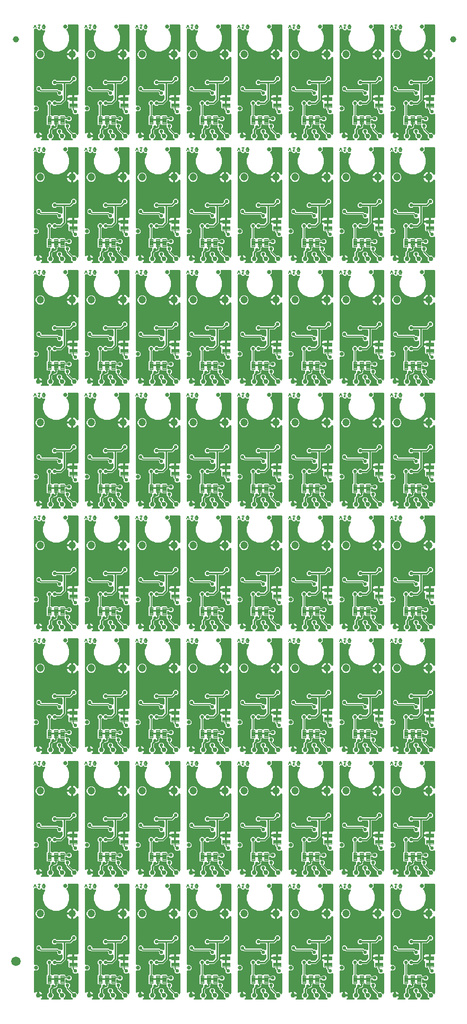
<source format=gbl>
G04 EAGLE Gerber RS-274X export*
G75*
%MOMM*%
%FSLAX34Y34*%
%LPD*%
%INBottom Copper*%
%IPPOS*%
%AMOC8*
5,1,8,0,0,1.08239X$1,22.5*%
G01*
%ADD10C,0.177800*%
%ADD11C,0.099059*%
%ADD12C,0.635000*%
%ADD13C,0.762000*%
%ADD14C,1.200000*%
%ADD15C,1.000000*%
%ADD16C,1.500000*%
%ADD17C,0.558800*%
%ADD18C,0.127000*%
%ADD19C,0.254000*%

G36*
X431635Y2803D02*
X431635Y2803D01*
X431705Y2802D01*
X431792Y2823D01*
X431881Y2835D01*
X431946Y2860D01*
X432014Y2877D01*
X432094Y2919D01*
X432177Y2952D01*
X432233Y2993D01*
X432295Y3025D01*
X432362Y3086D01*
X432434Y3138D01*
X432479Y3192D01*
X432531Y3239D01*
X432580Y3314D01*
X432637Y3383D01*
X432667Y3447D01*
X432705Y3505D01*
X432735Y3590D01*
X432773Y3671D01*
X432786Y3740D01*
X432809Y3806D01*
X432816Y3895D01*
X432832Y3983D01*
X432828Y4053D01*
X432834Y4123D01*
X432818Y4211D01*
X432813Y4301D01*
X432791Y4367D01*
X432779Y4436D01*
X432742Y4518D01*
X432715Y4603D01*
X432677Y4662D01*
X432649Y4726D01*
X432593Y4796D01*
X432545Y4872D01*
X432494Y4920D01*
X432450Y4975D01*
X432378Y5029D01*
X432313Y5090D01*
X432252Y5124D01*
X432196Y5166D01*
X432104Y5211D01*
X430668Y6647D01*
X429894Y8514D01*
X429894Y10536D01*
X430668Y12403D01*
X432063Y13798D01*
X432123Y13876D01*
X432191Y13948D01*
X432220Y14001D01*
X432257Y14049D01*
X432297Y14140D01*
X432345Y14227D01*
X432360Y14285D01*
X432384Y14341D01*
X432399Y14439D01*
X432424Y14535D01*
X432430Y14635D01*
X432434Y14655D01*
X432432Y14667D01*
X432434Y14695D01*
X432434Y20991D01*
X434984Y23541D01*
X435044Y23619D01*
X435112Y23691D01*
X435141Y23744D01*
X435178Y23792D01*
X435218Y23883D01*
X435266Y23970D01*
X435281Y24028D01*
X435305Y24084D01*
X435320Y24182D01*
X435345Y24277D01*
X435351Y24378D01*
X435355Y24398D01*
X435353Y24410D01*
X435355Y24438D01*
X435355Y26353D01*
X435340Y26471D01*
X435333Y26589D01*
X435320Y26628D01*
X435315Y26668D01*
X435272Y26779D01*
X435235Y26892D01*
X435213Y26926D01*
X435198Y26964D01*
X435129Y27060D01*
X435065Y27161D01*
X435035Y27188D01*
X435012Y27221D01*
X434920Y27297D01*
X434833Y27379D01*
X434798Y27398D01*
X434767Y27424D01*
X434659Y27475D01*
X434555Y27532D01*
X434515Y27542D01*
X434479Y27559D01*
X434362Y27582D01*
X434247Y27612D01*
X434187Y27615D01*
X434167Y27619D01*
X434146Y27618D01*
X434086Y27622D01*
X430040Y27622D01*
X429005Y28656D01*
X429005Y41829D01*
X430040Y42863D01*
X430149Y42863D01*
X430267Y42878D01*
X430386Y42886D01*
X430424Y42898D01*
X430465Y42903D01*
X430575Y42947D01*
X430688Y42984D01*
X430723Y43005D01*
X430760Y43020D01*
X430856Y43090D01*
X430957Y43154D01*
X430985Y43183D01*
X431018Y43207D01*
X431094Y43299D01*
X431175Y43385D01*
X431195Y43421D01*
X431220Y43452D01*
X431271Y43560D01*
X431329Y43664D01*
X431339Y43703D01*
X431356Y43740D01*
X431378Y43856D01*
X431408Y43972D01*
X431412Y44032D01*
X431416Y44052D01*
X431414Y44072D01*
X431418Y44132D01*
X431418Y58116D01*
X431406Y58214D01*
X431403Y58313D01*
X431386Y58371D01*
X431378Y58431D01*
X431342Y58523D01*
X431314Y58618D01*
X431284Y58670D01*
X431261Y58727D01*
X431203Y58807D01*
X431153Y58892D01*
X431087Y58968D01*
X431075Y58984D01*
X431065Y58992D01*
X431047Y59013D01*
X429259Y60800D01*
X429259Y64168D01*
X431640Y66549D01*
X435008Y66549D01*
X436998Y64558D01*
X437093Y64485D01*
X437182Y64406D01*
X437218Y64388D01*
X437250Y64363D01*
X437359Y64316D01*
X437465Y64262D01*
X437504Y64253D01*
X437542Y64237D01*
X437659Y64218D01*
X437775Y64192D01*
X437816Y64193D01*
X437856Y64187D01*
X437974Y64198D01*
X438093Y64202D01*
X438132Y64213D01*
X438172Y64217D01*
X438285Y64257D01*
X438399Y64290D01*
X438433Y64310D01*
X438472Y64324D01*
X438570Y64391D01*
X438673Y64451D01*
X438718Y64491D01*
X438735Y64503D01*
X438748Y64518D01*
X438793Y64558D01*
X440276Y66041D01*
X443644Y66041D01*
X444796Y64888D01*
X444874Y64828D01*
X444946Y64760D01*
X444999Y64731D01*
X445047Y64694D01*
X445138Y64654D01*
X445225Y64606D01*
X445283Y64591D01*
X445339Y64567D01*
X445437Y64552D01*
X445533Y64527D01*
X445633Y64521D01*
X445653Y64517D01*
X445665Y64519D01*
X445693Y64517D01*
X449703Y64517D01*
X449801Y64529D01*
X449900Y64532D01*
X449959Y64549D01*
X450019Y64557D01*
X450111Y64593D01*
X450206Y64621D01*
X450258Y64651D01*
X450314Y64674D01*
X450395Y64732D01*
X450480Y64782D01*
X450555Y64848D01*
X450572Y64860D01*
X450580Y64870D01*
X450601Y64888D01*
X454034Y68321D01*
X454094Y68400D01*
X454162Y68472D01*
X454191Y68525D01*
X454228Y68573D01*
X454268Y68663D01*
X454316Y68750D01*
X454331Y68809D01*
X454355Y68864D01*
X454370Y68962D01*
X454395Y69058D01*
X454401Y69158D01*
X454405Y69178D01*
X454403Y69191D01*
X454405Y69219D01*
X454405Y73737D01*
X454388Y73875D01*
X454375Y74013D01*
X454368Y74032D01*
X454365Y74052D01*
X454314Y74181D01*
X454267Y74312D01*
X454256Y74329D01*
X454248Y74348D01*
X454167Y74460D01*
X454089Y74575D01*
X454073Y74589D01*
X454062Y74605D01*
X453954Y74694D01*
X453850Y74786D01*
X453832Y74795D01*
X453817Y74808D01*
X453691Y74867D01*
X453567Y74930D01*
X453547Y74935D01*
X453529Y74944D01*
X453392Y74970D01*
X453257Y75000D01*
X453236Y75000D01*
X453217Y75003D01*
X453078Y74995D01*
X452939Y74990D01*
X452919Y74985D01*
X452899Y74984D01*
X452767Y74941D01*
X452633Y74902D01*
X452616Y74892D01*
X452597Y74886D01*
X452479Y74811D01*
X452359Y74741D01*
X452338Y74722D01*
X452328Y74715D01*
X452314Y74700D01*
X452239Y74634D01*
X451772Y74167D01*
X448404Y74167D01*
X446023Y76548D01*
X446023Y78867D01*
X446008Y78985D01*
X446001Y79104D01*
X445988Y79142D01*
X445983Y79183D01*
X445940Y79293D01*
X445903Y79406D01*
X445881Y79441D01*
X445866Y79478D01*
X445797Y79574D01*
X445733Y79675D01*
X445703Y79703D01*
X445680Y79736D01*
X445588Y79812D01*
X445501Y79893D01*
X445466Y79913D01*
X445435Y79938D01*
X445327Y79989D01*
X445223Y80047D01*
X445183Y80057D01*
X445147Y80074D01*
X445030Y80096D01*
X444915Y80126D01*
X444855Y80130D01*
X444835Y80134D01*
X444814Y80132D01*
X444754Y80136D01*
X419073Y80136D01*
X418555Y80654D01*
X418477Y80714D01*
X418405Y80782D01*
X418352Y80811D01*
X418304Y80848D01*
X418213Y80888D01*
X418126Y80936D01*
X418068Y80951D01*
X418012Y80975D01*
X417914Y80990D01*
X417819Y81015D01*
X417719Y81021D01*
X417698Y81025D01*
X417686Y81023D01*
X417658Y81025D01*
X415384Y81025D01*
X413003Y83406D01*
X413003Y86774D01*
X415384Y89155D01*
X418752Y89155D01*
X421133Y86774D01*
X421133Y85217D01*
X421148Y85099D01*
X421155Y84980D01*
X421168Y84942D01*
X421173Y84901D01*
X421216Y84791D01*
X421253Y84678D01*
X421275Y84643D01*
X421290Y84606D01*
X421359Y84510D01*
X421423Y84409D01*
X421453Y84381D01*
X421476Y84348D01*
X421568Y84272D01*
X421655Y84191D01*
X421690Y84171D01*
X421721Y84146D01*
X421829Y84095D01*
X421933Y84037D01*
X421973Y84027D01*
X422009Y84010D01*
X422126Y83988D01*
X422241Y83958D01*
X422301Y83954D01*
X422321Y83950D01*
X422342Y83952D01*
X422402Y83948D01*
X447067Y83948D01*
X448347Y82668D01*
X448425Y82608D01*
X448497Y82540D01*
X448550Y82511D01*
X448598Y82474D01*
X448689Y82434D01*
X448776Y82386D01*
X448834Y82371D01*
X448890Y82347D01*
X448988Y82332D01*
X449083Y82307D01*
X449183Y82301D01*
X449204Y82297D01*
X449216Y82299D01*
X449244Y82297D01*
X451772Y82297D01*
X452239Y81830D01*
X452328Y81761D01*
X452359Y81731D01*
X452375Y81722D01*
X452455Y81656D01*
X452474Y81647D01*
X452490Y81635D01*
X452618Y81580D01*
X452743Y81520D01*
X452763Y81517D01*
X452782Y81509D01*
X452920Y81487D01*
X453056Y81461D01*
X453076Y81462D01*
X453096Y81459D01*
X453235Y81472D01*
X453373Y81480D01*
X453392Y81487D01*
X453412Y81489D01*
X453543Y81536D01*
X453675Y81578D01*
X453693Y81589D01*
X453712Y81596D01*
X453826Y81674D01*
X453944Y81749D01*
X453958Y81763D01*
X453975Y81775D01*
X454067Y81879D01*
X454162Y81980D01*
X454172Y81998D01*
X454185Y82013D01*
X454248Y82137D01*
X454316Y82259D01*
X454321Y82278D01*
X454330Y82296D01*
X454360Y82432D01*
X454395Y82567D01*
X454397Y82595D01*
X454400Y82607D01*
X454399Y82627D01*
X454402Y82672D01*
X454403Y82677D01*
X454402Y82682D01*
X454405Y82727D01*
X454405Y91188D01*
X454390Y91307D01*
X454383Y91425D01*
X454370Y91464D01*
X454365Y91504D01*
X454322Y91615D01*
X454285Y91728D01*
X454263Y91762D01*
X454248Y91800D01*
X454179Y91896D01*
X454115Y91997D01*
X454085Y92024D01*
X454062Y92057D01*
X453970Y92133D01*
X453883Y92214D01*
X453848Y92234D01*
X453817Y92260D01*
X453709Y92310D01*
X453605Y92368D01*
X453565Y92378D01*
X453529Y92395D01*
X453412Y92418D01*
X453297Y92447D01*
X453237Y92451D01*
X453217Y92455D01*
X453196Y92454D01*
X453136Y92458D01*
X445693Y92458D01*
X445595Y92445D01*
X445496Y92442D01*
X445438Y92425D01*
X445378Y92418D01*
X445286Y92381D01*
X445191Y92354D01*
X445139Y92323D01*
X445082Y92301D01*
X445002Y92243D01*
X444917Y92192D01*
X444841Y92126D01*
X444825Y92114D01*
X444817Y92105D01*
X444796Y92086D01*
X443644Y90934D01*
X440276Y90934D01*
X437895Y93315D01*
X437895Y96682D01*
X440276Y99063D01*
X443644Y99063D01*
X444796Y97911D01*
X444874Y97850D01*
X444946Y97782D01*
X444999Y97753D01*
X445047Y97716D01*
X445138Y97677D01*
X445225Y97629D01*
X445283Y97614D01*
X445339Y97590D01*
X445437Y97574D01*
X445533Y97549D01*
X445633Y97543D01*
X445653Y97540D01*
X445665Y97541D01*
X445693Y97539D01*
X464514Y97539D01*
X464612Y97552D01*
X464711Y97555D01*
X464770Y97571D01*
X464830Y97579D01*
X464922Y97615D01*
X465017Y97643D01*
X465069Y97674D01*
X465125Y97696D01*
X465205Y97754D01*
X465291Y97804D01*
X465366Y97871D01*
X465383Y97883D01*
X465391Y97892D01*
X465412Y97911D01*
X468004Y100503D01*
X468064Y100581D01*
X468132Y100653D01*
X468161Y100706D01*
X468198Y100754D01*
X468238Y100845D01*
X468286Y100932D01*
X468301Y100990D01*
X468325Y101046D01*
X468340Y101144D01*
X468365Y101239D01*
X468371Y101340D01*
X468375Y101360D01*
X468373Y101372D01*
X468375Y101400D01*
X468375Y103030D01*
X470756Y105411D01*
X474124Y105411D01*
X476505Y103030D01*
X476505Y99662D01*
X474124Y97281D01*
X472494Y97281D01*
X472396Y97269D01*
X472297Y97266D01*
X472239Y97249D01*
X472179Y97241D01*
X472087Y97205D01*
X471991Y97177D01*
X471939Y97147D01*
X471883Y97124D01*
X471803Y97066D01*
X471718Y97016D01*
X471642Y96950D01*
X471626Y96938D01*
X471618Y96928D01*
X471597Y96910D01*
X467145Y92458D01*
X460756Y92458D01*
X460638Y92443D01*
X460519Y92435D01*
X460481Y92423D01*
X460440Y92418D01*
X460330Y92374D01*
X460217Y92337D01*
X460182Y92316D01*
X460145Y92301D01*
X460049Y92231D01*
X459948Y92167D01*
X459920Y92138D01*
X459887Y92114D01*
X459811Y92022D01*
X459730Y91936D01*
X459710Y91900D01*
X459685Y91869D01*
X459634Y91761D01*
X459576Y91657D01*
X459566Y91618D01*
X459549Y91581D01*
X459527Y91464D01*
X459497Y91349D01*
X459493Y91289D01*
X459489Y91269D01*
X459491Y91249D01*
X459487Y91188D01*
X459487Y66588D01*
X452334Y59435D01*
X445693Y59435D01*
X445595Y59423D01*
X445496Y59420D01*
X445438Y59403D01*
X445378Y59395D01*
X445286Y59359D01*
X445191Y59331D01*
X445139Y59301D01*
X445082Y59278D01*
X445002Y59220D01*
X444917Y59170D01*
X444841Y59104D01*
X444825Y59092D01*
X444817Y59082D01*
X444796Y59064D01*
X443644Y57911D01*
X440276Y57911D01*
X438285Y59902D01*
X438191Y59975D01*
X438102Y60054D01*
X438066Y60072D01*
X438034Y60097D01*
X437925Y60144D01*
X437819Y60198D01*
X437780Y60207D01*
X437742Y60223D01*
X437625Y60242D01*
X437509Y60268D01*
X437468Y60267D01*
X437428Y60273D01*
X437310Y60262D01*
X437191Y60258D01*
X437152Y60247D01*
X437112Y60243D01*
X437000Y60203D01*
X436885Y60170D01*
X436850Y60150D01*
X436812Y60136D01*
X436714Y60069D01*
X436611Y60008D01*
X436566Y59969D01*
X436549Y59957D01*
X436536Y59942D01*
X436490Y59902D01*
X435601Y59013D01*
X435541Y58935D01*
X435473Y58863D01*
X435444Y58810D01*
X435407Y58762D01*
X435367Y58671D01*
X435319Y58584D01*
X435304Y58526D01*
X435280Y58470D01*
X435265Y58372D01*
X435240Y58276D01*
X435234Y58176D01*
X435230Y58156D01*
X435232Y58144D01*
X435230Y58116D01*
X435230Y44132D01*
X435245Y44014D01*
X435252Y43896D01*
X435265Y43857D01*
X435270Y43817D01*
X435313Y43706D01*
X435350Y43593D01*
X435372Y43559D01*
X435387Y43521D01*
X435456Y43425D01*
X435520Y43324D01*
X435550Y43297D01*
X435573Y43264D01*
X435665Y43188D01*
X435752Y43106D01*
X435787Y43087D01*
X435818Y43061D01*
X435926Y43010D01*
X436030Y42953D01*
X436070Y42943D01*
X436106Y42926D01*
X436223Y42903D01*
X436338Y42873D01*
X436398Y42870D01*
X436418Y42866D01*
X436439Y42867D01*
X436499Y42863D01*
X437116Y42863D01*
X437887Y42092D01*
X437981Y42019D01*
X438071Y41940D01*
X438107Y41922D01*
X438139Y41897D01*
X438248Y41850D01*
X438354Y41796D01*
X438393Y41787D01*
X438431Y41771D01*
X438548Y41752D01*
X438664Y41726D01*
X438705Y41727D01*
X438745Y41721D01*
X438863Y41732D01*
X438982Y41736D01*
X439021Y41747D01*
X439061Y41751D01*
X439174Y41791D01*
X439288Y41824D01*
X439322Y41845D01*
X439361Y41858D01*
X439459Y41925D01*
X439562Y41986D01*
X439607Y42025D01*
X439624Y42037D01*
X439637Y42052D01*
X439682Y42092D01*
X440454Y42863D01*
X447530Y42863D01*
X448302Y42092D01*
X448396Y42019D01*
X448485Y41940D01*
X448521Y41922D01*
X448553Y41897D01*
X448662Y41850D01*
X448768Y41796D01*
X448807Y41787D01*
X448845Y41771D01*
X448962Y41752D01*
X449078Y41726D01*
X449119Y41727D01*
X449159Y41721D01*
X449277Y41732D01*
X449396Y41736D01*
X449435Y41747D01*
X449475Y41751D01*
X449587Y41791D01*
X449702Y41824D01*
X449737Y41845D01*
X449775Y41858D01*
X449873Y41925D01*
X449976Y41986D01*
X450021Y42025D01*
X450038Y42037D01*
X450051Y42052D01*
X450097Y42092D01*
X450868Y42863D01*
X457944Y42863D01*
X458979Y41829D01*
X458979Y40513D01*
X458994Y40395D01*
X459001Y40276D01*
X459014Y40238D01*
X459019Y40197D01*
X459062Y40087D01*
X459099Y39974D01*
X459121Y39939D01*
X459136Y39902D01*
X459205Y39806D01*
X459269Y39705D01*
X459299Y39677D01*
X459322Y39644D01*
X459414Y39568D01*
X459501Y39487D01*
X459536Y39467D01*
X459567Y39442D01*
X459675Y39391D01*
X459779Y39333D01*
X459819Y39323D01*
X459855Y39306D01*
X459972Y39284D01*
X460087Y39254D01*
X460147Y39250D01*
X460167Y39246D01*
X460188Y39248D01*
X460248Y39244D01*
X460960Y39244D01*
X461058Y39256D01*
X461157Y39259D01*
X461215Y39276D01*
X461275Y39284D01*
X461367Y39320D01*
X461462Y39348D01*
X461514Y39378D01*
X461571Y39401D01*
X461651Y39459D01*
X461736Y39509D01*
X461812Y39575D01*
X461828Y39587D01*
X461836Y39597D01*
X461857Y39615D01*
X463644Y41403D01*
X467012Y41403D01*
X469393Y39022D01*
X469393Y35654D01*
X467012Y33273D01*
X463644Y33273D01*
X461857Y35061D01*
X461779Y35121D01*
X461707Y35189D01*
X461654Y35218D01*
X461606Y35255D01*
X461515Y35295D01*
X461428Y35343D01*
X461370Y35358D01*
X461314Y35382D01*
X461216Y35397D01*
X461120Y35422D01*
X461020Y35428D01*
X461000Y35432D01*
X460988Y35430D01*
X460960Y35432D01*
X460248Y35432D01*
X460130Y35417D01*
X460011Y35410D01*
X459973Y35397D01*
X459932Y35392D01*
X459822Y35349D01*
X459709Y35312D01*
X459674Y35290D01*
X459637Y35275D01*
X459541Y35206D01*
X459440Y35142D01*
X459412Y35112D01*
X459379Y35089D01*
X459303Y34997D01*
X459222Y34910D01*
X459202Y34875D01*
X459177Y34844D01*
X459126Y34736D01*
X459068Y34632D01*
X459058Y34592D01*
X459041Y34556D01*
X459019Y34439D01*
X458989Y34324D01*
X458985Y34264D01*
X458981Y34244D01*
X458983Y34223D01*
X458979Y34163D01*
X458979Y30734D01*
X458994Y30616D01*
X459001Y30497D01*
X459014Y30459D01*
X459019Y30418D01*
X459062Y30308D01*
X459099Y30195D01*
X459121Y30160D01*
X459136Y30123D01*
X459205Y30027D01*
X459269Y29926D01*
X459299Y29898D01*
X459322Y29865D01*
X459414Y29789D01*
X459501Y29708D01*
X459536Y29688D01*
X459567Y29663D01*
X459675Y29612D01*
X459779Y29554D01*
X459819Y29544D01*
X459855Y29527D01*
X459972Y29505D01*
X460087Y29475D01*
X460147Y29471D01*
X460167Y29467D01*
X460188Y29469D01*
X460248Y29465D01*
X463964Y29465D01*
X466345Y27084D01*
X466345Y23716D01*
X464859Y22231D01*
X464786Y22137D01*
X464707Y22048D01*
X464689Y22012D01*
X464664Y21980D01*
X464617Y21870D01*
X464563Y21764D01*
X464554Y21725D01*
X464538Y21688D01*
X464519Y21570D01*
X464493Y21454D01*
X464494Y21414D01*
X464488Y21374D01*
X464499Y21255D01*
X464503Y21136D01*
X464514Y21097D01*
X464518Y21057D01*
X464558Y20945D01*
X464591Y20831D01*
X464612Y20796D01*
X464626Y20758D01*
X464692Y20659D01*
X464753Y20557D01*
X464793Y20511D01*
X464804Y20495D01*
X464819Y20481D01*
X464859Y20436D01*
X470492Y14803D01*
X470516Y14785D01*
X470535Y14762D01*
X470641Y14687D01*
X470744Y14608D01*
X470771Y14596D01*
X470795Y14579D01*
X470916Y14533D01*
X471036Y14481D01*
X471065Y14477D01*
X471092Y14466D01*
X471221Y14452D01*
X471350Y14432D01*
X471379Y14434D01*
X471408Y14431D01*
X471537Y14449D01*
X471666Y14461D01*
X471694Y14471D01*
X471723Y14476D01*
X471876Y14528D01*
X472064Y14606D01*
X474086Y14606D01*
X475953Y13832D01*
X477390Y12395D01*
X477403Y12374D01*
X477424Y12323D01*
X477476Y12250D01*
X477521Y12172D01*
X477551Y12142D01*
X477551Y12141D01*
X477555Y12137D01*
X477569Y12122D01*
X477610Y12066D01*
X477680Y12008D01*
X477742Y11944D01*
X477802Y11907D01*
X477855Y11863D01*
X477937Y11825D01*
X478013Y11778D01*
X478080Y11757D01*
X478143Y11727D01*
X478231Y11710D01*
X478317Y11684D01*
X478387Y11681D01*
X478456Y11668D01*
X478545Y11673D01*
X478635Y11669D01*
X478703Y11683D01*
X478773Y11687D01*
X478858Y11715D01*
X478946Y11733D01*
X479009Y11764D01*
X479075Y11785D01*
X479151Y11833D01*
X479232Y11873D01*
X479285Y11918D01*
X479344Y11955D01*
X479406Y12021D01*
X479474Y12079D01*
X479514Y12136D01*
X479562Y12187D01*
X479605Y12266D01*
X479606Y12266D01*
X479607Y12268D01*
X479608Y12269D01*
X479657Y12339D01*
X479682Y12404D01*
X479716Y12466D01*
X479734Y12537D01*
X479743Y12556D01*
X479747Y12575D01*
X479770Y12636D01*
X479778Y12706D01*
X479795Y12774D01*
X479800Y12855D01*
X479803Y12868D01*
X479802Y12881D01*
X479805Y12934D01*
X479805Y44019D01*
X479788Y44157D01*
X479775Y44295D01*
X479768Y44314D01*
X479765Y44334D01*
X479714Y44463D01*
X479667Y44594D01*
X479656Y44611D01*
X479648Y44630D01*
X479567Y44742D01*
X479489Y44857D01*
X479473Y44871D01*
X479462Y44887D01*
X479354Y44976D01*
X479250Y45068D01*
X479232Y45077D01*
X479217Y45090D01*
X479091Y45149D01*
X478967Y45212D01*
X478947Y45217D01*
X478929Y45226D01*
X478792Y45252D01*
X478657Y45282D01*
X478636Y45282D01*
X478617Y45285D01*
X478478Y45277D01*
X478339Y45272D01*
X478319Y45267D01*
X478299Y45266D01*
X478167Y45223D01*
X478033Y45184D01*
X478016Y45174D01*
X477997Y45168D01*
X477879Y45093D01*
X477759Y45023D01*
X477738Y45004D01*
X477728Y44997D01*
X477714Y44982D01*
X477639Y44916D01*
X476918Y44195D01*
X473550Y44195D01*
X471169Y46576D01*
X471169Y49104D01*
X471157Y49202D01*
X471154Y49301D01*
X471137Y49359D01*
X471129Y49419D01*
X471093Y49511D01*
X471065Y49607D01*
X471035Y49659D01*
X471012Y49715D01*
X470954Y49795D01*
X470904Y49881D01*
X470838Y49956D01*
X470826Y49972D01*
X470816Y49980D01*
X470798Y50001D01*
X469518Y51281D01*
X469518Y52705D01*
X469503Y52823D01*
X469496Y52942D01*
X469483Y52980D01*
X469478Y53021D01*
X469435Y53131D01*
X469398Y53244D01*
X469376Y53279D01*
X469361Y53316D01*
X469292Y53412D01*
X469228Y53513D01*
X469198Y53541D01*
X469175Y53574D01*
X469083Y53650D01*
X468996Y53731D01*
X468961Y53751D01*
X468930Y53776D01*
X468822Y53827D01*
X468718Y53885D01*
X468678Y53895D01*
X468642Y53912D01*
X468525Y53934D01*
X468410Y53964D01*
X468350Y53968D01*
X468330Y53972D01*
X468309Y53970D01*
X468249Y53974D01*
X464838Y53974D01*
X463803Y55009D01*
X463803Y62113D01*
X463828Y62142D01*
X463847Y62178D01*
X463871Y62210D01*
X463919Y62319D01*
X463973Y62425D01*
X463982Y62464D01*
X463998Y62502D01*
X464016Y62619D01*
X464042Y62735D01*
X464041Y62776D01*
X464048Y62816D01*
X464036Y62934D01*
X464033Y63053D01*
X464022Y63092D01*
X464018Y63132D01*
X463978Y63244D01*
X463944Y63359D01*
X463924Y63394D01*
X463910Y63432D01*
X463843Y63530D01*
X463783Y63633D01*
X463743Y63678D01*
X463732Y63695D01*
X463716Y63708D01*
X463676Y63753D01*
X463140Y64290D01*
X462740Y64982D01*
X462533Y65755D01*
X462533Y67311D01*
X470091Y67311D01*
X470091Y56769D01*
X470103Y56750D01*
X470107Y56728D01*
X470122Y56721D01*
X470128Y56712D01*
X470138Y56713D01*
X470154Y56706D01*
X472694Y56706D01*
X472713Y56718D01*
X472735Y56722D01*
X472742Y56737D01*
X472751Y56743D01*
X472750Y56753D01*
X472757Y56769D01*
X472757Y68516D01*
X472831Y68595D01*
X472851Y68630D01*
X472876Y68662D01*
X472927Y68769D01*
X472985Y68874D01*
X472995Y68913D01*
X473012Y68949D01*
X473034Y69066D01*
X473064Y69182D01*
X473068Y69242D01*
X473072Y69262D01*
X473070Y69282D01*
X473074Y69342D01*
X473074Y74804D01*
X477678Y74804D01*
X478207Y74662D01*
X478332Y74645D01*
X478456Y74621D01*
X478489Y74623D01*
X478523Y74619D01*
X478648Y74633D01*
X478773Y74641D01*
X478805Y74651D01*
X478838Y74655D01*
X478956Y74700D01*
X479075Y74739D01*
X479104Y74757D01*
X479135Y74769D01*
X479238Y74842D01*
X479344Y74909D01*
X479367Y74934D01*
X479395Y74953D01*
X479476Y75049D01*
X479562Y75141D01*
X479578Y75170D01*
X479600Y75196D01*
X479655Y75309D01*
X479716Y75419D01*
X479724Y75452D01*
X479739Y75482D01*
X479764Y75606D01*
X479795Y75727D01*
X479798Y75776D01*
X479802Y75794D01*
X479801Y75816D01*
X479805Y75888D01*
X479805Y134967D01*
X479792Y135071D01*
X479788Y135175D01*
X479772Y135228D01*
X479765Y135283D01*
X479727Y135380D01*
X479697Y135480D01*
X479669Y135527D01*
X479648Y135578D01*
X479587Y135663D01*
X479533Y135753D01*
X479494Y135791D01*
X479462Y135836D01*
X479381Y135903D01*
X479307Y135976D01*
X479259Y136003D01*
X479217Y136039D01*
X479122Y136083D01*
X479032Y136136D01*
X478979Y136151D01*
X478929Y136174D01*
X478827Y136194D01*
X478726Y136222D01*
X478671Y136224D01*
X478617Y136234D01*
X478512Y136227D01*
X478408Y136230D01*
X478354Y136218D01*
X478299Y136214D01*
X478200Y136182D01*
X478098Y136159D01*
X478049Y136133D01*
X477997Y136116D01*
X477908Y136060D01*
X477816Y136012D01*
X477774Y135975D01*
X477728Y135946D01*
X477656Y135870D01*
X477578Y135800D01*
X477525Y135730D01*
X477510Y135714D01*
X477503Y135701D01*
X477481Y135672D01*
X476534Y134256D01*
X475344Y133066D01*
X473946Y132131D01*
X472391Y131488D01*
X471649Y131340D01*
X471649Y139220D01*
X471634Y139338D01*
X471627Y139457D01*
X471614Y139495D01*
X471609Y139535D01*
X471566Y139646D01*
X471550Y139694D01*
X471560Y139712D01*
X471570Y139751D01*
X471587Y139787D01*
X471609Y139904D01*
X471639Y140020D01*
X471643Y140080D01*
X471647Y140100D01*
X471645Y140120D01*
X471649Y140180D01*
X471649Y148060D01*
X472391Y147912D01*
X473946Y147269D01*
X475344Y146334D01*
X476534Y145144D01*
X477481Y143728D01*
X477549Y143649D01*
X477610Y143564D01*
X477653Y143529D01*
X477689Y143487D01*
X477775Y143428D01*
X477855Y143361D01*
X477905Y143338D01*
X477951Y143307D01*
X478049Y143270D01*
X478143Y143226D01*
X478197Y143215D01*
X478249Y143196D01*
X478353Y143186D01*
X478456Y143166D01*
X478511Y143169D01*
X478565Y143164D01*
X478669Y143179D01*
X478773Y143186D01*
X478825Y143203D01*
X478880Y143211D01*
X478976Y143252D01*
X479075Y143284D01*
X479122Y143313D01*
X479173Y143335D01*
X479256Y143398D01*
X479344Y143454D01*
X479382Y143494D01*
X479426Y143528D01*
X479490Y143609D01*
X479562Y143686D01*
X479589Y143734D01*
X479623Y143777D01*
X479665Y143873D01*
X479716Y143964D01*
X479729Y144017D01*
X479752Y144068D01*
X479769Y144171D01*
X479795Y144272D01*
X479801Y144360D01*
X479804Y144382D01*
X479803Y144396D01*
X479805Y144433D01*
X479805Y186436D01*
X479790Y186554D01*
X479783Y186673D01*
X479770Y186711D01*
X479765Y186752D01*
X479722Y186862D01*
X479685Y186975D01*
X479663Y187010D01*
X479648Y187047D01*
X479579Y187143D01*
X479515Y187244D01*
X479485Y187272D01*
X479462Y187305D01*
X479370Y187381D01*
X479283Y187462D01*
X479248Y187482D01*
X479217Y187507D01*
X479109Y187558D01*
X479005Y187616D01*
X478965Y187626D01*
X478929Y187643D01*
X478812Y187665D01*
X478697Y187695D01*
X478637Y187699D01*
X478617Y187703D01*
X478596Y187701D01*
X478536Y187705D01*
X464693Y187705D01*
X464575Y187690D01*
X464456Y187683D01*
X464418Y187670D01*
X464377Y187665D01*
X464267Y187622D01*
X464154Y187585D01*
X464119Y187563D01*
X464082Y187548D01*
X463986Y187479D01*
X463885Y187415D01*
X463857Y187385D01*
X463824Y187362D01*
X463748Y187270D01*
X463667Y187183D01*
X463647Y187148D01*
X463622Y187117D01*
X463571Y187009D01*
X463513Y186905D01*
X463503Y186865D01*
X463486Y186829D01*
X463464Y186712D01*
X463434Y186597D01*
X463430Y186537D01*
X463426Y186517D01*
X463428Y186496D01*
X463424Y186436D01*
X463424Y182563D01*
X460856Y179995D01*
X460783Y179901D01*
X460704Y179812D01*
X460686Y179776D01*
X460661Y179744D01*
X460614Y179634D01*
X460560Y179529D01*
X460551Y179489D01*
X460535Y179452D01*
X460516Y179334D01*
X460490Y179218D01*
X460491Y179178D01*
X460485Y179138D01*
X460496Y179019D01*
X460500Y178900D01*
X460511Y178861D01*
X460515Y178821D01*
X460555Y178709D01*
X460588Y178595D01*
X460609Y178560D01*
X460623Y178522D01*
X460689Y178423D01*
X460750Y178321D01*
X460790Y178276D01*
X460801Y178259D01*
X460816Y178245D01*
X460856Y178200D01*
X462158Y176899D01*
X465329Y169243D01*
X465329Y160957D01*
X462158Y153301D01*
X456299Y147442D01*
X448643Y144271D01*
X440357Y144271D01*
X432702Y147442D01*
X426842Y153302D01*
X423671Y160957D01*
X423671Y169243D01*
X426765Y176711D01*
X426778Y176759D01*
X426799Y176804D01*
X426820Y176912D01*
X426849Y177018D01*
X426849Y177067D01*
X426859Y177116D01*
X426852Y177226D01*
X426854Y177336D01*
X426842Y177384D01*
X426839Y177434D01*
X426805Y177538D01*
X426779Y177645D01*
X426756Y177689D01*
X426741Y177736D01*
X426682Y177829D01*
X426631Y177926D01*
X426597Y177963D01*
X426571Y178005D01*
X426491Y178080D01*
X426417Y178161D01*
X426375Y178189D01*
X426339Y178223D01*
X426243Y178276D01*
X426151Y178336D01*
X426104Y178352D01*
X426061Y178376D01*
X425954Y178404D01*
X425850Y178439D01*
X425801Y178443D01*
X425753Y178456D01*
X425592Y178466D01*
X423679Y178466D01*
X421897Y179739D01*
X421867Y179755D01*
X421815Y179798D01*
X421775Y179826D01*
X421769Y179833D01*
X421719Y179907D01*
X421666Y179954D01*
X421620Y180007D01*
X421547Y180059D01*
X421481Y180118D01*
X421418Y180150D01*
X421360Y180190D01*
X421277Y180222D01*
X421197Y180262D01*
X421129Y180278D01*
X421063Y180303D01*
X420974Y180312D01*
X420887Y180332D01*
X420817Y180330D01*
X420747Y180337D01*
X420658Y180325D01*
X420569Y180322D01*
X420501Y180303D01*
X420432Y180293D01*
X420349Y180259D01*
X420264Y180234D01*
X420203Y180198D01*
X420138Y180171D01*
X420067Y180118D01*
X419990Y180072D01*
X419895Y179989D01*
X419883Y179980D01*
X419879Y179975D01*
X419869Y179966D01*
X419136Y179233D01*
X419127Y179221D01*
X419042Y179128D01*
X418555Y178519D01*
X418546Y178516D01*
X418461Y178466D01*
X417664Y178466D01*
X417650Y178464D01*
X417524Y178458D01*
X416748Y178372D01*
X416740Y178376D01*
X416645Y178401D01*
X416082Y178964D01*
X416070Y178973D01*
X415977Y179058D01*
X414193Y180485D01*
X414130Y180524D01*
X414073Y180570D01*
X413995Y180606D01*
X413922Y180651D01*
X413851Y180673D01*
X413784Y180704D01*
X413700Y180719D01*
X413618Y180745D01*
X413544Y180748D01*
X413472Y180761D01*
X413386Y180755D01*
X413300Y180759D01*
X413228Y180744D01*
X413154Y180739D01*
X412999Y180698D01*
X412136Y180411D01*
X411458Y180750D01*
X411430Y180759D01*
X411405Y180775D01*
X411281Y180812D01*
X411158Y180855D01*
X411129Y180858D01*
X411100Y180866D01*
X410971Y180871D01*
X410842Y180883D01*
X410812Y180878D01*
X410782Y180879D01*
X410656Y180852D01*
X410528Y180831D01*
X410501Y180818D01*
X410472Y180812D01*
X410323Y180750D01*
X409896Y180536D01*
X409777Y180456D01*
X409656Y180380D01*
X409645Y180368D01*
X409632Y180359D01*
X409536Y180252D01*
X409438Y180148D01*
X409430Y180134D01*
X409420Y180122D01*
X409353Y179995D01*
X409284Y179869D01*
X409280Y179854D01*
X409273Y179840D01*
X409241Y179700D01*
X409205Y179562D01*
X409204Y179540D01*
X409201Y179530D01*
X409202Y179512D01*
X409195Y179401D01*
X409195Y59563D01*
X409210Y59445D01*
X409217Y59326D01*
X409230Y59288D01*
X409235Y59247D01*
X409278Y59137D01*
X409315Y59024D01*
X409337Y58989D01*
X409352Y58952D01*
X409421Y58856D01*
X409485Y58755D01*
X409515Y58727D01*
X409538Y58694D01*
X409630Y58618D01*
X409717Y58537D01*
X409752Y58517D01*
X409783Y58492D01*
X409891Y58441D01*
X409995Y58383D01*
X410035Y58373D01*
X410071Y58356D01*
X410188Y58334D01*
X410303Y58304D01*
X410363Y58300D01*
X410383Y58296D01*
X410404Y58298D01*
X410464Y58294D01*
X414337Y58294D01*
X416942Y55689D01*
X416942Y52007D01*
X414337Y49402D01*
X410464Y49402D01*
X410346Y49387D01*
X410227Y49380D01*
X410189Y49367D01*
X410148Y49362D01*
X410038Y49319D01*
X409925Y49282D01*
X409890Y49260D01*
X409853Y49245D01*
X409757Y49176D01*
X409656Y49112D01*
X409628Y49082D01*
X409595Y49059D01*
X409519Y48967D01*
X409438Y48880D01*
X409418Y48845D01*
X409393Y48814D01*
X409342Y48706D01*
X409284Y48602D01*
X409274Y48562D01*
X409257Y48526D01*
X409235Y48409D01*
X409205Y48294D01*
X409201Y48234D01*
X409197Y48214D01*
X409199Y48193D01*
X409195Y48133D01*
X409195Y14840D01*
X409212Y14702D01*
X409225Y14564D01*
X409232Y14545D01*
X409235Y14525D01*
X409286Y14395D01*
X409333Y14265D01*
X409344Y14248D01*
X409352Y14229D01*
X409433Y14116D01*
X409511Y14001D01*
X409527Y13988D01*
X409538Y13972D01*
X409646Y13883D01*
X409750Y13791D01*
X409768Y13782D01*
X409783Y13769D01*
X409909Y13710D01*
X410033Y13646D01*
X410053Y13642D01*
X410071Y13633D01*
X410207Y13607D01*
X410343Y13577D01*
X410364Y13577D01*
X410383Y13574D01*
X410522Y13582D01*
X410661Y13586D01*
X410681Y13592D01*
X410701Y13593D01*
X410833Y13636D01*
X410967Y13675D01*
X410984Y13685D01*
X411003Y13691D01*
X411121Y13766D01*
X411241Y13836D01*
X411262Y13855D01*
X411272Y13861D01*
X411286Y13876D01*
X411362Y13943D01*
X411877Y14458D01*
X412917Y15153D01*
X414021Y15610D01*
X414021Y10160D01*
X414036Y10042D01*
X414043Y9923D01*
X414055Y9885D01*
X414061Y9845D01*
X414104Y9734D01*
X414141Y9621D01*
X414163Y9587D01*
X414178Y9549D01*
X414247Y9453D01*
X414311Y9352D01*
X414341Y9324D01*
X414364Y9292D01*
X414456Y9216D01*
X414543Y9134D01*
X414578Y9115D01*
X414609Y9089D01*
X414717Y9038D01*
X414821Y8981D01*
X414861Y8971D01*
X414897Y8953D01*
X415014Y8931D01*
X415129Y8901D01*
X415189Y8897D01*
X415209Y8894D01*
X415230Y8895D01*
X415290Y8891D01*
X415291Y8891D01*
X415291Y8890D01*
X415306Y8772D01*
X415313Y8653D01*
X415326Y8615D01*
X415331Y8574D01*
X415375Y8464D01*
X415411Y8351D01*
X415433Y8316D01*
X415448Y8279D01*
X415518Y8182D01*
X415581Y8082D01*
X415611Y8054D01*
X415635Y8021D01*
X415726Y7945D01*
X415813Y7864D01*
X415848Y7844D01*
X415880Y7819D01*
X415987Y7768D01*
X416092Y7710D01*
X416131Y7700D01*
X416167Y7683D01*
X416284Y7661D01*
X416400Y7631D01*
X416460Y7627D01*
X416480Y7623D01*
X416500Y7625D01*
X416560Y7621D01*
X422010Y7621D01*
X421553Y6517D01*
X420858Y5477D01*
X420343Y4962D01*
X420258Y4852D01*
X420169Y4745D01*
X420160Y4726D01*
X420148Y4710D01*
X420092Y4582D01*
X420033Y4457D01*
X420030Y4437D01*
X420021Y4418D01*
X420000Y4280D01*
X419974Y4144D01*
X419975Y4124D01*
X419972Y4104D01*
X419985Y3965D01*
X419993Y3827D01*
X420000Y3808D01*
X420001Y3788D01*
X420048Y3657D01*
X420091Y3525D01*
X420102Y3507D01*
X420109Y3488D01*
X420187Y3374D01*
X420261Y3256D01*
X420276Y3242D01*
X420288Y3225D01*
X420392Y3133D01*
X420493Y3038D01*
X420511Y3028D01*
X420526Y3015D01*
X420650Y2952D01*
X420772Y2884D01*
X420791Y2879D01*
X420809Y2870D01*
X420945Y2840D01*
X421080Y2805D01*
X421108Y2803D01*
X421120Y2800D01*
X421140Y2801D01*
X421240Y2795D01*
X431566Y2795D01*
X431635Y2803D01*
G37*
G36*
X594195Y393963D02*
X594195Y393963D01*
X594265Y393962D01*
X594352Y393983D01*
X594441Y393995D01*
X594506Y394020D01*
X594574Y394037D01*
X594654Y394079D01*
X594737Y394112D01*
X594793Y394153D01*
X594855Y394185D01*
X594922Y394246D01*
X594994Y394298D01*
X595039Y394352D01*
X595091Y394399D01*
X595140Y394474D01*
X595197Y394543D01*
X595227Y394607D01*
X595265Y394665D01*
X595295Y394750D01*
X595333Y394831D01*
X595346Y394900D01*
X595369Y394966D01*
X595376Y395055D01*
X595392Y395143D01*
X595388Y395213D01*
X595394Y395283D01*
X595378Y395371D01*
X595373Y395461D01*
X595351Y395527D01*
X595339Y395596D01*
X595302Y395678D01*
X595275Y395763D01*
X595237Y395822D01*
X595209Y395886D01*
X595153Y395956D01*
X595105Y396032D01*
X595054Y396080D01*
X595010Y396135D01*
X594938Y396189D01*
X594873Y396250D01*
X594812Y396284D01*
X594756Y396326D01*
X594664Y396371D01*
X593228Y397807D01*
X592454Y399674D01*
X592454Y401696D01*
X593228Y403563D01*
X594623Y404958D01*
X594683Y405036D01*
X594751Y405108D01*
X594780Y405161D01*
X594817Y405209D01*
X594857Y405300D01*
X594905Y405387D01*
X594920Y405445D01*
X594944Y405501D01*
X594959Y405599D01*
X594984Y405695D01*
X594990Y405795D01*
X594994Y405815D01*
X594992Y405827D01*
X594994Y405855D01*
X594994Y412151D01*
X597544Y414701D01*
X597604Y414779D01*
X597672Y414851D01*
X597701Y414904D01*
X597738Y414952D01*
X597778Y415043D01*
X597826Y415130D01*
X597841Y415188D01*
X597865Y415244D01*
X597880Y415342D01*
X597905Y415437D01*
X597911Y415538D01*
X597915Y415558D01*
X597913Y415570D01*
X597915Y415598D01*
X597915Y417513D01*
X597900Y417631D01*
X597893Y417749D01*
X597880Y417788D01*
X597875Y417828D01*
X597832Y417939D01*
X597795Y418052D01*
X597773Y418086D01*
X597758Y418124D01*
X597689Y418220D01*
X597625Y418321D01*
X597595Y418348D01*
X597572Y418381D01*
X597480Y418457D01*
X597393Y418539D01*
X597358Y418558D01*
X597327Y418584D01*
X597219Y418635D01*
X597115Y418692D01*
X597075Y418702D01*
X597039Y418719D01*
X596922Y418742D01*
X596807Y418772D01*
X596747Y418775D01*
X596727Y418779D01*
X596706Y418778D01*
X596646Y418782D01*
X592600Y418782D01*
X591565Y419816D01*
X591565Y432989D01*
X592600Y434023D01*
X592709Y434023D01*
X592827Y434038D01*
X592946Y434046D01*
X592984Y434058D01*
X593025Y434063D01*
X593135Y434107D01*
X593248Y434144D01*
X593283Y434165D01*
X593320Y434180D01*
X593416Y434250D01*
X593517Y434314D01*
X593545Y434343D01*
X593578Y434367D01*
X593654Y434459D01*
X593735Y434545D01*
X593755Y434581D01*
X593780Y434612D01*
X593831Y434720D01*
X593889Y434824D01*
X593899Y434863D01*
X593916Y434900D01*
X593938Y435016D01*
X593968Y435132D01*
X593972Y435192D01*
X593976Y435212D01*
X593974Y435232D01*
X593978Y435292D01*
X593978Y449276D01*
X593966Y449374D01*
X593963Y449473D01*
X593946Y449531D01*
X593938Y449591D01*
X593902Y449683D01*
X593874Y449778D01*
X593844Y449830D01*
X593821Y449887D01*
X593763Y449967D01*
X593713Y450052D01*
X593647Y450128D01*
X593635Y450144D01*
X593625Y450152D01*
X593607Y450173D01*
X591819Y451960D01*
X591819Y455328D01*
X594200Y457709D01*
X597568Y457709D01*
X599558Y455718D01*
X599653Y455645D01*
X599742Y455566D01*
X599778Y455548D01*
X599810Y455523D01*
X599919Y455476D01*
X600025Y455422D01*
X600064Y455413D01*
X600102Y455397D01*
X600219Y455378D01*
X600335Y455352D01*
X600376Y455353D01*
X600416Y455347D01*
X600534Y455358D01*
X600653Y455362D01*
X600692Y455373D01*
X600732Y455377D01*
X600845Y455417D01*
X600959Y455450D01*
X600993Y455470D01*
X601032Y455484D01*
X601130Y455551D01*
X601233Y455611D01*
X601278Y455651D01*
X601295Y455663D01*
X601308Y455678D01*
X601353Y455718D01*
X602836Y457201D01*
X606204Y457201D01*
X607356Y456048D01*
X607434Y455988D01*
X607506Y455920D01*
X607559Y455891D01*
X607607Y455854D01*
X607698Y455814D01*
X607785Y455766D01*
X607843Y455751D01*
X607899Y455727D01*
X607997Y455712D01*
X608093Y455687D01*
X608193Y455681D01*
X608213Y455677D01*
X608225Y455679D01*
X608253Y455677D01*
X612263Y455677D01*
X612361Y455689D01*
X612460Y455692D01*
X612519Y455709D01*
X612579Y455717D01*
X612671Y455753D01*
X612766Y455781D01*
X612818Y455811D01*
X612874Y455834D01*
X612955Y455892D01*
X613040Y455942D01*
X613115Y456008D01*
X613132Y456020D01*
X613140Y456030D01*
X613161Y456048D01*
X616594Y459481D01*
X616654Y459560D01*
X616722Y459632D01*
X616751Y459685D01*
X616788Y459733D01*
X616828Y459823D01*
X616876Y459910D01*
X616891Y459969D01*
X616915Y460024D01*
X616930Y460122D01*
X616955Y460218D01*
X616961Y460318D01*
X616965Y460338D01*
X616963Y460351D01*
X616965Y460379D01*
X616965Y464897D01*
X616948Y465035D01*
X616935Y465173D01*
X616928Y465192D01*
X616925Y465212D01*
X616874Y465341D01*
X616827Y465472D01*
X616816Y465489D01*
X616808Y465508D01*
X616727Y465620D01*
X616649Y465735D01*
X616633Y465749D01*
X616622Y465765D01*
X616514Y465854D01*
X616410Y465946D01*
X616392Y465955D01*
X616377Y465968D01*
X616251Y466027D01*
X616127Y466090D01*
X616107Y466095D01*
X616089Y466104D01*
X615952Y466130D01*
X615817Y466160D01*
X615796Y466160D01*
X615777Y466163D01*
X615638Y466155D01*
X615499Y466150D01*
X615479Y466145D01*
X615459Y466144D01*
X615327Y466101D01*
X615193Y466062D01*
X615176Y466052D01*
X615157Y466046D01*
X615039Y465971D01*
X614919Y465901D01*
X614898Y465882D01*
X614888Y465875D01*
X614874Y465860D01*
X614799Y465794D01*
X614332Y465327D01*
X610964Y465327D01*
X608583Y467708D01*
X608583Y470027D01*
X608568Y470145D01*
X608561Y470264D01*
X608548Y470302D01*
X608543Y470343D01*
X608500Y470453D01*
X608463Y470566D01*
X608441Y470601D01*
X608426Y470638D01*
X608357Y470734D01*
X608293Y470835D01*
X608263Y470863D01*
X608240Y470896D01*
X608148Y470972D01*
X608061Y471053D01*
X608026Y471073D01*
X607995Y471098D01*
X607887Y471149D01*
X607783Y471207D01*
X607743Y471217D01*
X607707Y471234D01*
X607590Y471256D01*
X607475Y471286D01*
X607415Y471290D01*
X607395Y471294D01*
X607374Y471292D01*
X607314Y471296D01*
X581633Y471296D01*
X581115Y471814D01*
X581037Y471874D01*
X580965Y471942D01*
X580912Y471971D01*
X580864Y472008D01*
X580773Y472048D01*
X580686Y472096D01*
X580628Y472111D01*
X580572Y472135D01*
X580474Y472150D01*
X580379Y472175D01*
X580279Y472181D01*
X580258Y472185D01*
X580246Y472183D01*
X580218Y472185D01*
X577944Y472185D01*
X575563Y474566D01*
X575563Y477934D01*
X577944Y480315D01*
X581312Y480315D01*
X583693Y477934D01*
X583693Y476377D01*
X583708Y476259D01*
X583715Y476140D01*
X583728Y476102D01*
X583733Y476061D01*
X583776Y475951D01*
X583813Y475838D01*
X583835Y475803D01*
X583850Y475766D01*
X583919Y475670D01*
X583983Y475569D01*
X584013Y475541D01*
X584036Y475508D01*
X584128Y475432D01*
X584215Y475351D01*
X584250Y475331D01*
X584281Y475306D01*
X584389Y475255D01*
X584493Y475197D01*
X584533Y475187D01*
X584569Y475170D01*
X584686Y475148D01*
X584801Y475118D01*
X584861Y475114D01*
X584881Y475110D01*
X584902Y475112D01*
X584962Y475108D01*
X609627Y475108D01*
X610907Y473828D01*
X610985Y473768D01*
X611057Y473700D01*
X611110Y473671D01*
X611158Y473634D01*
X611249Y473594D01*
X611336Y473546D01*
X611394Y473531D01*
X611450Y473507D01*
X611548Y473492D01*
X611643Y473467D01*
X611743Y473461D01*
X611764Y473457D01*
X611776Y473459D01*
X611804Y473457D01*
X614332Y473457D01*
X614799Y472990D01*
X614888Y472921D01*
X614919Y472891D01*
X614935Y472882D01*
X615015Y472816D01*
X615034Y472807D01*
X615050Y472795D01*
X615178Y472740D01*
X615303Y472680D01*
X615323Y472677D01*
X615342Y472669D01*
X615480Y472647D01*
X615616Y472621D01*
X615636Y472622D01*
X615656Y472619D01*
X615795Y472632D01*
X615933Y472640D01*
X615952Y472647D01*
X615972Y472649D01*
X616103Y472696D01*
X616235Y472738D01*
X616253Y472749D01*
X616272Y472756D01*
X616386Y472834D01*
X616504Y472909D01*
X616518Y472923D01*
X616535Y472935D01*
X616627Y473039D01*
X616722Y473140D01*
X616732Y473158D01*
X616745Y473173D01*
X616808Y473297D01*
X616876Y473419D01*
X616881Y473438D01*
X616890Y473456D01*
X616920Y473592D01*
X616955Y473727D01*
X616957Y473755D01*
X616960Y473767D01*
X616959Y473787D01*
X616962Y473832D01*
X616963Y473837D01*
X616962Y473842D01*
X616965Y473887D01*
X616965Y482348D01*
X616950Y482467D01*
X616943Y482585D01*
X616930Y482624D01*
X616925Y482664D01*
X616882Y482775D01*
X616845Y482888D01*
X616823Y482922D01*
X616808Y482960D01*
X616739Y483056D01*
X616675Y483157D01*
X616645Y483184D01*
X616622Y483217D01*
X616530Y483293D01*
X616443Y483374D01*
X616408Y483394D01*
X616377Y483420D01*
X616269Y483470D01*
X616165Y483528D01*
X616125Y483538D01*
X616089Y483555D01*
X615972Y483578D01*
X615857Y483607D01*
X615797Y483611D01*
X615777Y483615D01*
X615756Y483614D01*
X615696Y483618D01*
X608253Y483618D01*
X608155Y483605D01*
X608056Y483602D01*
X607998Y483585D01*
X607938Y483578D01*
X607846Y483541D01*
X607751Y483514D01*
X607699Y483483D01*
X607642Y483461D01*
X607562Y483403D01*
X607477Y483352D01*
X607401Y483286D01*
X607385Y483274D01*
X607377Y483265D01*
X607356Y483246D01*
X606204Y482094D01*
X602836Y482094D01*
X600455Y484475D01*
X600455Y487842D01*
X602836Y490223D01*
X606204Y490223D01*
X607356Y489071D01*
X607434Y489010D01*
X607506Y488942D01*
X607559Y488913D01*
X607607Y488876D01*
X607698Y488837D01*
X607785Y488789D01*
X607843Y488774D01*
X607899Y488750D01*
X607997Y488734D01*
X608093Y488709D01*
X608193Y488703D01*
X608213Y488700D01*
X608225Y488701D01*
X608253Y488699D01*
X627074Y488699D01*
X627172Y488712D01*
X627271Y488715D01*
X627330Y488731D01*
X627390Y488739D01*
X627482Y488775D01*
X627577Y488803D01*
X627629Y488834D01*
X627685Y488856D01*
X627765Y488914D01*
X627851Y488964D01*
X627926Y489031D01*
X627943Y489043D01*
X627951Y489052D01*
X627972Y489071D01*
X630564Y491663D01*
X630624Y491741D01*
X630692Y491813D01*
X630721Y491866D01*
X630758Y491914D01*
X630798Y492005D01*
X630846Y492092D01*
X630861Y492150D01*
X630885Y492206D01*
X630900Y492304D01*
X630925Y492399D01*
X630931Y492500D01*
X630935Y492520D01*
X630933Y492532D01*
X630935Y492560D01*
X630935Y494190D01*
X633316Y496571D01*
X636684Y496571D01*
X639065Y494190D01*
X639065Y490822D01*
X636684Y488441D01*
X635054Y488441D01*
X634956Y488429D01*
X634857Y488426D01*
X634799Y488409D01*
X634739Y488401D01*
X634647Y488365D01*
X634551Y488337D01*
X634499Y488307D01*
X634443Y488284D01*
X634363Y488226D01*
X634278Y488176D01*
X634202Y488110D01*
X634186Y488098D01*
X634178Y488088D01*
X634157Y488070D01*
X629705Y483618D01*
X623316Y483618D01*
X623198Y483603D01*
X623079Y483595D01*
X623041Y483583D01*
X623000Y483578D01*
X622890Y483534D01*
X622777Y483497D01*
X622742Y483476D01*
X622705Y483461D01*
X622609Y483391D01*
X622508Y483327D01*
X622480Y483298D01*
X622447Y483274D01*
X622371Y483182D01*
X622290Y483096D01*
X622270Y483060D01*
X622245Y483029D01*
X622194Y482921D01*
X622136Y482817D01*
X622126Y482778D01*
X622109Y482741D01*
X622087Y482624D01*
X622057Y482509D01*
X622053Y482449D01*
X622049Y482429D01*
X622051Y482409D01*
X622047Y482348D01*
X622047Y457748D01*
X614894Y450595D01*
X608253Y450595D01*
X608155Y450583D01*
X608056Y450580D01*
X607998Y450563D01*
X607938Y450555D01*
X607846Y450519D01*
X607751Y450491D01*
X607699Y450461D01*
X607642Y450438D01*
X607562Y450380D01*
X607477Y450330D01*
X607401Y450264D01*
X607385Y450252D01*
X607377Y450242D01*
X607356Y450224D01*
X606204Y449071D01*
X602836Y449071D01*
X600845Y451062D01*
X600751Y451135D01*
X600662Y451214D01*
X600626Y451232D01*
X600594Y451257D01*
X600485Y451304D01*
X600379Y451358D01*
X600340Y451367D01*
X600302Y451383D01*
X600185Y451402D01*
X600069Y451428D01*
X600028Y451427D01*
X599988Y451433D01*
X599870Y451422D01*
X599751Y451418D01*
X599712Y451407D01*
X599672Y451403D01*
X599560Y451363D01*
X599445Y451330D01*
X599410Y451310D01*
X599372Y451296D01*
X599274Y451229D01*
X599171Y451168D01*
X599126Y451129D01*
X599109Y451117D01*
X599096Y451102D01*
X599050Y451062D01*
X598161Y450173D01*
X598101Y450095D01*
X598033Y450023D01*
X598004Y449970D01*
X597967Y449922D01*
X597927Y449831D01*
X597879Y449744D01*
X597864Y449686D01*
X597840Y449630D01*
X597825Y449532D01*
X597800Y449436D01*
X597794Y449336D01*
X597790Y449316D01*
X597792Y449304D01*
X597790Y449276D01*
X597790Y435292D01*
X597805Y435174D01*
X597812Y435056D01*
X597825Y435017D01*
X597830Y434977D01*
X597873Y434866D01*
X597910Y434753D01*
X597932Y434719D01*
X597947Y434681D01*
X598016Y434585D01*
X598080Y434484D01*
X598110Y434457D01*
X598133Y434424D01*
X598225Y434348D01*
X598312Y434266D01*
X598347Y434247D01*
X598378Y434221D01*
X598486Y434170D01*
X598590Y434113D01*
X598630Y434103D01*
X598666Y434086D01*
X598783Y434063D01*
X598898Y434033D01*
X598958Y434030D01*
X598978Y434026D01*
X598999Y434027D01*
X599059Y434023D01*
X599676Y434023D01*
X600447Y433252D01*
X600541Y433179D01*
X600631Y433100D01*
X600667Y433082D01*
X600699Y433057D01*
X600808Y433010D01*
X600914Y432956D01*
X600953Y432947D01*
X600991Y432931D01*
X601108Y432912D01*
X601224Y432886D01*
X601265Y432887D01*
X601305Y432881D01*
X601423Y432892D01*
X601542Y432896D01*
X601581Y432907D01*
X601621Y432911D01*
X601734Y432951D01*
X601848Y432984D01*
X601882Y433005D01*
X601921Y433018D01*
X602019Y433085D01*
X602122Y433146D01*
X602167Y433185D01*
X602184Y433197D01*
X602197Y433212D01*
X602242Y433252D01*
X603014Y434023D01*
X610090Y434023D01*
X610862Y433252D01*
X610956Y433179D01*
X611045Y433100D01*
X611081Y433082D01*
X611113Y433057D01*
X611222Y433010D01*
X611328Y432956D01*
X611367Y432947D01*
X611405Y432931D01*
X611522Y432912D01*
X611638Y432886D01*
X611679Y432887D01*
X611719Y432881D01*
X611837Y432892D01*
X611956Y432896D01*
X611995Y432907D01*
X612035Y432911D01*
X612147Y432951D01*
X612262Y432984D01*
X612297Y433005D01*
X612335Y433018D01*
X612433Y433085D01*
X612536Y433146D01*
X612581Y433185D01*
X612598Y433197D01*
X612611Y433212D01*
X612657Y433252D01*
X613428Y434023D01*
X620504Y434023D01*
X621539Y432989D01*
X621539Y431673D01*
X621554Y431555D01*
X621561Y431436D01*
X621574Y431398D01*
X621579Y431357D01*
X621622Y431247D01*
X621659Y431134D01*
X621681Y431099D01*
X621696Y431062D01*
X621765Y430966D01*
X621829Y430865D01*
X621859Y430837D01*
X621882Y430804D01*
X621974Y430728D01*
X622061Y430647D01*
X622096Y430627D01*
X622127Y430602D01*
X622235Y430551D01*
X622339Y430493D01*
X622379Y430483D01*
X622415Y430466D01*
X622532Y430444D01*
X622647Y430414D01*
X622707Y430410D01*
X622727Y430406D01*
X622748Y430408D01*
X622808Y430404D01*
X623520Y430404D01*
X623618Y430416D01*
X623717Y430419D01*
X623775Y430436D01*
X623835Y430444D01*
X623927Y430480D01*
X624022Y430508D01*
X624074Y430538D01*
X624131Y430561D01*
X624211Y430619D01*
X624296Y430669D01*
X624372Y430735D01*
X624388Y430747D01*
X624396Y430757D01*
X624417Y430775D01*
X626204Y432563D01*
X629572Y432563D01*
X631953Y430182D01*
X631953Y426814D01*
X629572Y424433D01*
X626204Y424433D01*
X624417Y426221D01*
X624339Y426281D01*
X624267Y426349D01*
X624214Y426378D01*
X624166Y426415D01*
X624075Y426455D01*
X623988Y426503D01*
X623930Y426518D01*
X623874Y426542D01*
X623776Y426557D01*
X623680Y426582D01*
X623580Y426588D01*
X623560Y426592D01*
X623548Y426590D01*
X623520Y426592D01*
X622808Y426592D01*
X622690Y426577D01*
X622571Y426570D01*
X622533Y426557D01*
X622492Y426552D01*
X622382Y426509D01*
X622269Y426472D01*
X622234Y426450D01*
X622197Y426435D01*
X622101Y426366D01*
X622000Y426302D01*
X621972Y426272D01*
X621939Y426249D01*
X621863Y426157D01*
X621782Y426070D01*
X621762Y426035D01*
X621737Y426004D01*
X621686Y425896D01*
X621628Y425792D01*
X621618Y425752D01*
X621601Y425716D01*
X621579Y425599D01*
X621549Y425484D01*
X621545Y425424D01*
X621541Y425404D01*
X621543Y425383D01*
X621539Y425323D01*
X621539Y421894D01*
X621554Y421776D01*
X621561Y421657D01*
X621574Y421619D01*
X621579Y421578D01*
X621622Y421468D01*
X621659Y421355D01*
X621681Y421320D01*
X621696Y421283D01*
X621765Y421187D01*
X621829Y421086D01*
X621859Y421058D01*
X621882Y421025D01*
X621974Y420949D01*
X622061Y420868D01*
X622096Y420848D01*
X622127Y420823D01*
X622235Y420772D01*
X622339Y420714D01*
X622379Y420704D01*
X622415Y420687D01*
X622532Y420665D01*
X622647Y420635D01*
X622707Y420631D01*
X622727Y420627D01*
X622748Y420629D01*
X622808Y420625D01*
X626524Y420625D01*
X628905Y418244D01*
X628905Y414876D01*
X627419Y413391D01*
X627346Y413297D01*
X627267Y413208D01*
X627249Y413172D01*
X627224Y413140D01*
X627177Y413030D01*
X627123Y412924D01*
X627114Y412885D01*
X627098Y412848D01*
X627079Y412730D01*
X627053Y412614D01*
X627054Y412574D01*
X627048Y412534D01*
X627059Y412415D01*
X627063Y412296D01*
X627074Y412257D01*
X627078Y412217D01*
X627118Y412105D01*
X627151Y411991D01*
X627172Y411956D01*
X627186Y411918D01*
X627252Y411819D01*
X627313Y411717D01*
X627353Y411671D01*
X627364Y411655D01*
X627379Y411641D01*
X627419Y411596D01*
X633052Y405963D01*
X633076Y405945D01*
X633095Y405922D01*
X633201Y405847D01*
X633304Y405768D01*
X633331Y405756D01*
X633355Y405739D01*
X633476Y405693D01*
X633596Y405641D01*
X633625Y405637D01*
X633652Y405626D01*
X633781Y405612D01*
X633910Y405592D01*
X633939Y405594D01*
X633968Y405591D01*
X634097Y405609D01*
X634226Y405621D01*
X634254Y405631D01*
X634283Y405636D01*
X634436Y405688D01*
X634624Y405766D01*
X636646Y405766D01*
X638513Y404992D01*
X639950Y403555D01*
X639963Y403534D01*
X639984Y403483D01*
X640036Y403410D01*
X640081Y403332D01*
X640111Y403302D01*
X640111Y403301D01*
X640115Y403297D01*
X640129Y403282D01*
X640170Y403226D01*
X640240Y403168D01*
X640302Y403104D01*
X640362Y403067D01*
X640415Y403023D01*
X640497Y402985D01*
X640573Y402938D01*
X640640Y402917D01*
X640703Y402887D01*
X640791Y402870D01*
X640877Y402844D01*
X640947Y402841D01*
X641016Y402828D01*
X641105Y402833D01*
X641195Y402829D01*
X641263Y402843D01*
X641333Y402847D01*
X641418Y402875D01*
X641506Y402893D01*
X641569Y402924D01*
X641635Y402945D01*
X641711Y402993D01*
X641792Y403033D01*
X641845Y403078D01*
X641904Y403115D01*
X641966Y403181D01*
X642034Y403239D01*
X642074Y403296D01*
X642122Y403347D01*
X642165Y403426D01*
X642166Y403426D01*
X642167Y403428D01*
X642168Y403429D01*
X642217Y403499D01*
X642242Y403564D01*
X642276Y403626D01*
X642294Y403697D01*
X642303Y403716D01*
X642307Y403735D01*
X642330Y403796D01*
X642338Y403866D01*
X642355Y403934D01*
X642360Y404015D01*
X642363Y404028D01*
X642362Y404041D01*
X642365Y404094D01*
X642365Y435179D01*
X642348Y435317D01*
X642335Y435455D01*
X642328Y435474D01*
X642325Y435494D01*
X642274Y435623D01*
X642227Y435754D01*
X642216Y435771D01*
X642208Y435790D01*
X642127Y435902D01*
X642049Y436017D01*
X642033Y436031D01*
X642022Y436047D01*
X641914Y436136D01*
X641810Y436228D01*
X641792Y436237D01*
X641777Y436250D01*
X641651Y436309D01*
X641527Y436372D01*
X641507Y436377D01*
X641489Y436386D01*
X641352Y436412D01*
X641217Y436442D01*
X641196Y436442D01*
X641177Y436445D01*
X641038Y436437D01*
X640899Y436432D01*
X640879Y436427D01*
X640859Y436426D01*
X640727Y436383D01*
X640593Y436344D01*
X640576Y436334D01*
X640557Y436328D01*
X640439Y436253D01*
X640319Y436183D01*
X640298Y436164D01*
X640288Y436157D01*
X640274Y436142D01*
X640199Y436076D01*
X639478Y435355D01*
X636110Y435355D01*
X633729Y437736D01*
X633729Y440264D01*
X633717Y440362D01*
X633714Y440461D01*
X633697Y440519D01*
X633689Y440579D01*
X633653Y440671D01*
X633625Y440767D01*
X633595Y440819D01*
X633572Y440875D01*
X633514Y440955D01*
X633464Y441041D01*
X633398Y441116D01*
X633386Y441132D01*
X633376Y441140D01*
X633358Y441161D01*
X632078Y442441D01*
X632078Y443865D01*
X632063Y443983D01*
X632056Y444102D01*
X632043Y444140D01*
X632038Y444181D01*
X631995Y444291D01*
X631958Y444404D01*
X631936Y444439D01*
X631921Y444476D01*
X631852Y444572D01*
X631788Y444673D01*
X631758Y444701D01*
X631735Y444734D01*
X631643Y444810D01*
X631556Y444891D01*
X631521Y444911D01*
X631490Y444936D01*
X631382Y444987D01*
X631278Y445045D01*
X631238Y445055D01*
X631202Y445072D01*
X631085Y445094D01*
X630970Y445124D01*
X630910Y445128D01*
X630890Y445132D01*
X630869Y445130D01*
X630809Y445134D01*
X627398Y445134D01*
X626363Y446169D01*
X626363Y453273D01*
X626388Y453302D01*
X626407Y453338D01*
X626431Y453370D01*
X626479Y453479D01*
X626533Y453585D01*
X626542Y453624D01*
X626558Y453662D01*
X626576Y453779D01*
X626602Y453895D01*
X626601Y453936D01*
X626608Y453976D01*
X626596Y454094D01*
X626593Y454213D01*
X626582Y454252D01*
X626578Y454292D01*
X626538Y454404D01*
X626504Y454519D01*
X626484Y454554D01*
X626470Y454592D01*
X626403Y454690D01*
X626343Y454793D01*
X626303Y454838D01*
X626292Y454855D01*
X626276Y454868D01*
X626236Y454913D01*
X625700Y455450D01*
X625300Y456142D01*
X625093Y456915D01*
X625093Y458471D01*
X632651Y458471D01*
X632651Y447929D01*
X632663Y447910D01*
X632667Y447888D01*
X632682Y447881D01*
X632688Y447872D01*
X632698Y447873D01*
X632714Y447866D01*
X635254Y447866D01*
X635273Y447878D01*
X635295Y447882D01*
X635302Y447897D01*
X635311Y447903D01*
X635310Y447913D01*
X635317Y447929D01*
X635317Y459676D01*
X635391Y459755D01*
X635411Y459790D01*
X635436Y459822D01*
X635487Y459929D01*
X635545Y460034D01*
X635555Y460073D01*
X635572Y460109D01*
X635594Y460226D01*
X635624Y460342D01*
X635628Y460402D01*
X635632Y460422D01*
X635630Y460442D01*
X635634Y460502D01*
X635634Y465964D01*
X640238Y465964D01*
X640767Y465822D01*
X640892Y465805D01*
X641016Y465781D01*
X641049Y465783D01*
X641083Y465779D01*
X641208Y465793D01*
X641333Y465801D01*
X641365Y465811D01*
X641398Y465815D01*
X641516Y465860D01*
X641635Y465899D01*
X641664Y465917D01*
X641695Y465929D01*
X641798Y466002D01*
X641904Y466069D01*
X641927Y466094D01*
X641955Y466113D01*
X642036Y466209D01*
X642122Y466301D01*
X642138Y466330D01*
X642160Y466356D01*
X642215Y466469D01*
X642276Y466579D01*
X642284Y466612D01*
X642299Y466642D01*
X642324Y466766D01*
X642355Y466887D01*
X642358Y466936D01*
X642362Y466954D01*
X642361Y466976D01*
X642365Y467048D01*
X642365Y526127D01*
X642352Y526231D01*
X642348Y526335D01*
X642332Y526388D01*
X642325Y526443D01*
X642287Y526540D01*
X642257Y526640D01*
X642229Y526687D01*
X642208Y526738D01*
X642147Y526823D01*
X642093Y526913D01*
X642054Y526951D01*
X642022Y526996D01*
X641941Y527063D01*
X641867Y527136D01*
X641819Y527163D01*
X641777Y527199D01*
X641682Y527243D01*
X641592Y527296D01*
X641539Y527311D01*
X641489Y527334D01*
X641387Y527354D01*
X641286Y527382D01*
X641231Y527384D01*
X641177Y527394D01*
X641072Y527387D01*
X640968Y527390D01*
X640914Y527378D01*
X640859Y527374D01*
X640760Y527342D01*
X640658Y527319D01*
X640609Y527293D01*
X640557Y527276D01*
X640468Y527220D01*
X640376Y527172D01*
X640334Y527135D01*
X640288Y527106D01*
X640216Y527030D01*
X640138Y526960D01*
X640085Y526890D01*
X640070Y526874D01*
X640063Y526861D01*
X640041Y526832D01*
X639094Y525416D01*
X637904Y524226D01*
X636506Y523291D01*
X634951Y522648D01*
X634209Y522500D01*
X634209Y530380D01*
X634194Y530498D01*
X634187Y530617D01*
X634174Y530655D01*
X634169Y530695D01*
X634126Y530806D01*
X634110Y530854D01*
X634120Y530872D01*
X634130Y530911D01*
X634147Y530947D01*
X634169Y531064D01*
X634199Y531180D01*
X634203Y531240D01*
X634207Y531260D01*
X634205Y531280D01*
X634209Y531340D01*
X634209Y539220D01*
X634951Y539072D01*
X636506Y538429D01*
X637904Y537494D01*
X639094Y536304D01*
X640041Y534888D01*
X640109Y534809D01*
X640170Y534724D01*
X640213Y534689D01*
X640249Y534647D01*
X640335Y534588D01*
X640415Y534521D01*
X640465Y534498D01*
X640511Y534467D01*
X640609Y534430D01*
X640703Y534386D01*
X640757Y534375D01*
X640809Y534356D01*
X640913Y534346D01*
X641016Y534326D01*
X641071Y534329D01*
X641125Y534324D01*
X641229Y534339D01*
X641333Y534346D01*
X641385Y534363D01*
X641440Y534371D01*
X641536Y534412D01*
X641635Y534444D01*
X641682Y534473D01*
X641733Y534495D01*
X641816Y534558D01*
X641904Y534614D01*
X641942Y534654D01*
X641986Y534688D01*
X642050Y534769D01*
X642122Y534846D01*
X642149Y534894D01*
X642183Y534937D01*
X642225Y535033D01*
X642276Y535124D01*
X642289Y535177D01*
X642312Y535228D01*
X642329Y535331D01*
X642355Y535432D01*
X642361Y535520D01*
X642364Y535542D01*
X642363Y535556D01*
X642365Y535593D01*
X642365Y577596D01*
X642350Y577714D01*
X642343Y577833D01*
X642330Y577871D01*
X642325Y577912D01*
X642282Y578022D01*
X642245Y578135D01*
X642223Y578170D01*
X642208Y578207D01*
X642139Y578303D01*
X642075Y578404D01*
X642045Y578432D01*
X642022Y578465D01*
X641930Y578541D01*
X641843Y578622D01*
X641808Y578642D01*
X641777Y578667D01*
X641669Y578718D01*
X641565Y578776D01*
X641525Y578786D01*
X641489Y578803D01*
X641372Y578825D01*
X641257Y578855D01*
X641197Y578859D01*
X641177Y578863D01*
X641156Y578861D01*
X641096Y578865D01*
X627253Y578865D01*
X627135Y578850D01*
X627016Y578843D01*
X626978Y578830D01*
X626937Y578825D01*
X626827Y578782D01*
X626714Y578745D01*
X626679Y578723D01*
X626642Y578708D01*
X626546Y578639D01*
X626445Y578575D01*
X626417Y578545D01*
X626384Y578522D01*
X626308Y578430D01*
X626227Y578343D01*
X626207Y578308D01*
X626182Y578277D01*
X626131Y578169D01*
X626073Y578065D01*
X626063Y578025D01*
X626046Y577989D01*
X626024Y577872D01*
X625994Y577757D01*
X625990Y577697D01*
X625986Y577677D01*
X625988Y577656D01*
X625984Y577596D01*
X625984Y573723D01*
X623416Y571155D01*
X623343Y571061D01*
X623264Y570972D01*
X623246Y570936D01*
X623221Y570904D01*
X623174Y570794D01*
X623120Y570689D01*
X623111Y570649D01*
X623095Y570612D01*
X623076Y570494D01*
X623050Y570378D01*
X623051Y570338D01*
X623045Y570298D01*
X623056Y570179D01*
X623060Y570060D01*
X623071Y570021D01*
X623075Y569981D01*
X623115Y569869D01*
X623148Y569755D01*
X623169Y569720D01*
X623183Y569682D01*
X623249Y569583D01*
X623310Y569481D01*
X623350Y569436D01*
X623361Y569419D01*
X623376Y569405D01*
X623416Y569360D01*
X624718Y568059D01*
X627889Y560403D01*
X627889Y552117D01*
X624718Y544461D01*
X618859Y538602D01*
X611203Y535431D01*
X602917Y535431D01*
X595262Y538602D01*
X589402Y544462D01*
X586231Y552117D01*
X586231Y560403D01*
X589325Y567871D01*
X589338Y567919D01*
X589359Y567964D01*
X589380Y568072D01*
X589409Y568178D01*
X589409Y568227D01*
X589419Y568276D01*
X589412Y568386D01*
X589414Y568496D01*
X589402Y568544D01*
X589399Y568594D01*
X589365Y568698D01*
X589339Y568805D01*
X589316Y568849D01*
X589301Y568896D01*
X589242Y568989D01*
X589191Y569086D01*
X589157Y569123D01*
X589131Y569165D01*
X589051Y569240D01*
X588977Y569321D01*
X588935Y569349D01*
X588899Y569383D01*
X588803Y569436D01*
X588711Y569496D01*
X588664Y569512D01*
X588621Y569536D01*
X588514Y569564D01*
X588410Y569599D01*
X588361Y569603D01*
X588313Y569616D01*
X588152Y569626D01*
X586239Y569626D01*
X584457Y570899D01*
X584427Y570915D01*
X584375Y570958D01*
X584335Y570986D01*
X584329Y570993D01*
X584279Y571067D01*
X584226Y571114D01*
X584180Y571167D01*
X584107Y571219D01*
X584041Y571278D01*
X583978Y571310D01*
X583920Y571350D01*
X583837Y571382D01*
X583757Y571422D01*
X583689Y571438D01*
X583623Y571463D01*
X583534Y571472D01*
X583447Y571492D01*
X583377Y571490D01*
X583307Y571497D01*
X583218Y571485D01*
X583129Y571482D01*
X583061Y571463D01*
X582992Y571453D01*
X582909Y571419D01*
X582824Y571394D01*
X582763Y571358D01*
X582698Y571331D01*
X582627Y571278D01*
X582550Y571232D01*
X582455Y571149D01*
X582443Y571140D01*
X582439Y571135D01*
X582429Y571126D01*
X581696Y570393D01*
X581687Y570381D01*
X581602Y570288D01*
X581115Y569679D01*
X581106Y569676D01*
X581021Y569626D01*
X580224Y569626D01*
X580210Y569624D01*
X580084Y569618D01*
X579308Y569532D01*
X579300Y569536D01*
X579205Y569561D01*
X578642Y570124D01*
X578630Y570133D01*
X578537Y570218D01*
X576753Y571645D01*
X576690Y571684D01*
X576633Y571730D01*
X576555Y571766D01*
X576482Y571811D01*
X576411Y571833D01*
X576344Y571864D01*
X576260Y571879D01*
X576178Y571905D01*
X576104Y571908D01*
X576032Y571921D01*
X575946Y571915D01*
X575860Y571919D01*
X575788Y571904D01*
X575714Y571899D01*
X575559Y571858D01*
X574696Y571571D01*
X574018Y571910D01*
X573990Y571919D01*
X573965Y571935D01*
X573841Y571972D01*
X573718Y572015D01*
X573689Y572018D01*
X573660Y572026D01*
X573531Y572031D01*
X573402Y572043D01*
X573372Y572038D01*
X573342Y572039D01*
X573216Y572012D01*
X573088Y571991D01*
X573061Y571978D01*
X573032Y571972D01*
X572883Y571910D01*
X572456Y571696D01*
X572337Y571616D01*
X572216Y571540D01*
X572205Y571528D01*
X572192Y571519D01*
X572096Y571412D01*
X571998Y571308D01*
X571990Y571294D01*
X571980Y571282D01*
X571913Y571155D01*
X571844Y571029D01*
X571840Y571014D01*
X571833Y571000D01*
X571801Y570860D01*
X571765Y570722D01*
X571764Y570700D01*
X571761Y570690D01*
X571762Y570672D01*
X571755Y570561D01*
X571755Y450723D01*
X571770Y450605D01*
X571777Y450486D01*
X571790Y450448D01*
X571795Y450407D01*
X571838Y450297D01*
X571875Y450184D01*
X571897Y450149D01*
X571912Y450112D01*
X571981Y450016D01*
X572045Y449915D01*
X572075Y449887D01*
X572098Y449854D01*
X572190Y449778D01*
X572277Y449697D01*
X572312Y449677D01*
X572343Y449652D01*
X572451Y449601D01*
X572555Y449543D01*
X572595Y449533D01*
X572631Y449516D01*
X572748Y449494D01*
X572863Y449464D01*
X572923Y449460D01*
X572943Y449456D01*
X572964Y449458D01*
X573024Y449454D01*
X576897Y449454D01*
X579502Y446849D01*
X579502Y443167D01*
X576897Y440562D01*
X573024Y440562D01*
X572906Y440547D01*
X572787Y440540D01*
X572749Y440527D01*
X572708Y440522D01*
X572598Y440479D01*
X572485Y440442D01*
X572450Y440420D01*
X572413Y440405D01*
X572317Y440336D01*
X572216Y440272D01*
X572188Y440242D01*
X572155Y440219D01*
X572079Y440127D01*
X571998Y440040D01*
X571978Y440005D01*
X571953Y439974D01*
X571902Y439866D01*
X571844Y439762D01*
X571834Y439722D01*
X571817Y439686D01*
X571795Y439569D01*
X571765Y439454D01*
X571761Y439394D01*
X571757Y439374D01*
X571759Y439353D01*
X571755Y439293D01*
X571755Y406000D01*
X571772Y405862D01*
X571785Y405724D01*
X571792Y405705D01*
X571795Y405685D01*
X571846Y405555D01*
X571893Y405425D01*
X571904Y405408D01*
X571912Y405389D01*
X571993Y405276D01*
X572071Y405161D01*
X572087Y405148D01*
X572098Y405132D01*
X572206Y405043D01*
X572310Y404951D01*
X572328Y404942D01*
X572343Y404929D01*
X572469Y404870D01*
X572593Y404806D01*
X572613Y404802D01*
X572631Y404793D01*
X572767Y404767D01*
X572903Y404737D01*
X572924Y404737D01*
X572943Y404734D01*
X573082Y404742D01*
X573221Y404746D01*
X573241Y404752D01*
X573261Y404753D01*
X573393Y404796D01*
X573527Y404835D01*
X573544Y404845D01*
X573563Y404851D01*
X573681Y404926D01*
X573801Y404996D01*
X573822Y405015D01*
X573832Y405021D01*
X573846Y405036D01*
X573922Y405103D01*
X574437Y405618D01*
X575477Y406313D01*
X576581Y406770D01*
X576581Y401320D01*
X576596Y401202D01*
X576603Y401083D01*
X576615Y401045D01*
X576621Y401005D01*
X576664Y400894D01*
X576701Y400781D01*
X576723Y400747D01*
X576738Y400709D01*
X576807Y400613D01*
X576871Y400512D01*
X576901Y400484D01*
X576924Y400452D01*
X577016Y400376D01*
X577103Y400294D01*
X577138Y400275D01*
X577169Y400249D01*
X577277Y400198D01*
X577381Y400141D01*
X577421Y400131D01*
X577457Y400113D01*
X577574Y400091D01*
X577689Y400061D01*
X577749Y400057D01*
X577769Y400054D01*
X577790Y400055D01*
X577850Y400051D01*
X577851Y400051D01*
X577851Y400050D01*
X577866Y399932D01*
X577873Y399813D01*
X577886Y399775D01*
X577891Y399734D01*
X577935Y399624D01*
X577971Y399511D01*
X577993Y399476D01*
X578008Y399439D01*
X578078Y399342D01*
X578141Y399242D01*
X578171Y399214D01*
X578195Y399181D01*
X578286Y399105D01*
X578373Y399024D01*
X578408Y399004D01*
X578440Y398979D01*
X578547Y398928D01*
X578652Y398870D01*
X578691Y398860D01*
X578727Y398843D01*
X578844Y398821D01*
X578960Y398791D01*
X579020Y398787D01*
X579040Y398783D01*
X579060Y398785D01*
X579120Y398781D01*
X584570Y398781D01*
X584113Y397677D01*
X583418Y396637D01*
X582903Y396122D01*
X582818Y396012D01*
X582729Y395905D01*
X582720Y395886D01*
X582708Y395870D01*
X582652Y395742D01*
X582593Y395617D01*
X582590Y395597D01*
X582581Y395578D01*
X582560Y395440D01*
X582534Y395304D01*
X582535Y395284D01*
X582532Y395264D01*
X582545Y395125D01*
X582553Y394987D01*
X582560Y394968D01*
X582561Y394948D01*
X582608Y394817D01*
X582651Y394685D01*
X582662Y394667D01*
X582669Y394648D01*
X582747Y394534D01*
X582821Y394416D01*
X582836Y394402D01*
X582848Y394385D01*
X582952Y394293D01*
X583053Y394198D01*
X583071Y394188D01*
X583086Y394175D01*
X583210Y394112D01*
X583332Y394044D01*
X583351Y394039D01*
X583369Y394030D01*
X583505Y394000D01*
X583640Y393965D01*
X583668Y393963D01*
X583680Y393960D01*
X583700Y393961D01*
X583800Y393955D01*
X594126Y393955D01*
X594195Y393963D01*
G37*
G36*
X350355Y1176283D02*
X350355Y1176283D01*
X350425Y1176282D01*
X350512Y1176303D01*
X350601Y1176315D01*
X350666Y1176340D01*
X350734Y1176357D01*
X350814Y1176399D01*
X350897Y1176432D01*
X350953Y1176473D01*
X351015Y1176505D01*
X351082Y1176566D01*
X351154Y1176618D01*
X351199Y1176672D01*
X351251Y1176719D01*
X351300Y1176794D01*
X351357Y1176863D01*
X351387Y1176927D01*
X351425Y1176985D01*
X351454Y1177070D01*
X351493Y1177151D01*
X351506Y1177220D01*
X351528Y1177286D01*
X351536Y1177375D01*
X351552Y1177463D01*
X351548Y1177533D01*
X351554Y1177603D01*
X351538Y1177691D01*
X351533Y1177781D01*
X351511Y1177847D01*
X351499Y1177916D01*
X351462Y1177998D01*
X351435Y1178083D01*
X351397Y1178142D01*
X351369Y1178206D01*
X351313Y1178276D01*
X351265Y1178352D01*
X351214Y1178400D01*
X351170Y1178455D01*
X351098Y1178509D01*
X351033Y1178570D01*
X350972Y1178604D01*
X350916Y1178646D01*
X350824Y1178691D01*
X349388Y1180127D01*
X348614Y1181994D01*
X348614Y1184016D01*
X349388Y1185883D01*
X350783Y1187278D01*
X350843Y1187356D01*
X350911Y1187428D01*
X350940Y1187481D01*
X350977Y1187529D01*
X351017Y1187620D01*
X351065Y1187707D01*
X351080Y1187765D01*
X351104Y1187821D01*
X351119Y1187919D01*
X351144Y1188015D01*
X351150Y1188115D01*
X351154Y1188135D01*
X351152Y1188147D01*
X351154Y1188175D01*
X351154Y1194471D01*
X353704Y1197021D01*
X353764Y1197099D01*
X353832Y1197171D01*
X353861Y1197224D01*
X353898Y1197272D01*
X353938Y1197363D01*
X353986Y1197450D01*
X354001Y1197508D01*
X354025Y1197564D01*
X354040Y1197662D01*
X354065Y1197757D01*
X354071Y1197858D01*
X354075Y1197878D01*
X354073Y1197890D01*
X354075Y1197918D01*
X354075Y1199833D01*
X354060Y1199951D01*
X354053Y1200069D01*
X354040Y1200108D01*
X354035Y1200148D01*
X353992Y1200259D01*
X353955Y1200372D01*
X353933Y1200406D01*
X353918Y1200444D01*
X353849Y1200540D01*
X353785Y1200641D01*
X353755Y1200668D01*
X353732Y1200701D01*
X353640Y1200777D01*
X353553Y1200859D01*
X353518Y1200878D01*
X353487Y1200904D01*
X353379Y1200955D01*
X353275Y1201012D01*
X353235Y1201022D01*
X353199Y1201039D01*
X353082Y1201062D01*
X352967Y1201092D01*
X352907Y1201095D01*
X352887Y1201099D01*
X352866Y1201098D01*
X352806Y1201102D01*
X348760Y1201102D01*
X347725Y1202136D01*
X347725Y1215309D01*
X348760Y1216343D01*
X348869Y1216343D01*
X348987Y1216358D01*
X349106Y1216366D01*
X349144Y1216378D01*
X349185Y1216383D01*
X349295Y1216427D01*
X349408Y1216464D01*
X349443Y1216485D01*
X349480Y1216500D01*
X349576Y1216570D01*
X349677Y1216634D01*
X349705Y1216663D01*
X349738Y1216687D01*
X349814Y1216779D01*
X349895Y1216865D01*
X349915Y1216901D01*
X349940Y1216932D01*
X349991Y1217040D01*
X350049Y1217144D01*
X350059Y1217183D01*
X350076Y1217220D01*
X350098Y1217336D01*
X350128Y1217452D01*
X350132Y1217512D01*
X350136Y1217532D01*
X350134Y1217552D01*
X350138Y1217612D01*
X350138Y1231596D01*
X350126Y1231694D01*
X350123Y1231793D01*
X350106Y1231851D01*
X350098Y1231911D01*
X350062Y1232003D01*
X350034Y1232098D01*
X350004Y1232150D01*
X349981Y1232207D01*
X349923Y1232287D01*
X349873Y1232372D01*
X349807Y1232448D01*
X349795Y1232464D01*
X349785Y1232472D01*
X349767Y1232493D01*
X347979Y1234280D01*
X347979Y1237648D01*
X350360Y1240029D01*
X353728Y1240029D01*
X355718Y1238038D01*
X355813Y1237965D01*
X355902Y1237886D01*
X355938Y1237868D01*
X355970Y1237843D01*
X356079Y1237796D01*
X356185Y1237742D01*
X356224Y1237733D01*
X356262Y1237717D01*
X356379Y1237698D01*
X356495Y1237672D01*
X356536Y1237673D01*
X356576Y1237667D01*
X356694Y1237678D01*
X356813Y1237682D01*
X356852Y1237693D01*
X356892Y1237697D01*
X357005Y1237737D01*
X357119Y1237770D01*
X357153Y1237790D01*
X357192Y1237804D01*
X357290Y1237871D01*
X357393Y1237931D01*
X357438Y1237971D01*
X357455Y1237983D01*
X357468Y1237998D01*
X357513Y1238038D01*
X358996Y1239521D01*
X362364Y1239521D01*
X363516Y1238368D01*
X363594Y1238308D01*
X363666Y1238240D01*
X363719Y1238211D01*
X363767Y1238174D01*
X363858Y1238134D01*
X363945Y1238086D01*
X364003Y1238071D01*
X364059Y1238047D01*
X364157Y1238032D01*
X364253Y1238007D01*
X364353Y1238001D01*
X364373Y1237997D01*
X364385Y1237999D01*
X364413Y1237997D01*
X368423Y1237997D01*
X368521Y1238009D01*
X368621Y1238012D01*
X368679Y1238029D01*
X368739Y1238037D01*
X368831Y1238073D01*
X368926Y1238101D01*
X368978Y1238131D01*
X369035Y1238154D01*
X369115Y1238212D01*
X369200Y1238262D01*
X369275Y1238328D01*
X369292Y1238340D01*
X369300Y1238350D01*
X369321Y1238368D01*
X372754Y1241801D01*
X372814Y1241879D01*
X372882Y1241952D01*
X372911Y1242005D01*
X372948Y1242052D01*
X372988Y1242143D01*
X373036Y1242230D01*
X373051Y1242289D01*
X373075Y1242344D01*
X373090Y1242442D01*
X373115Y1242538D01*
X373121Y1242638D01*
X373125Y1242658D01*
X373123Y1242671D01*
X373125Y1242699D01*
X373125Y1247217D01*
X373108Y1247355D01*
X373095Y1247493D01*
X373088Y1247512D01*
X373085Y1247532D01*
X373034Y1247661D01*
X372987Y1247792D01*
X372976Y1247809D01*
X372968Y1247828D01*
X372887Y1247940D01*
X372809Y1248055D01*
X372793Y1248069D01*
X372782Y1248085D01*
X372674Y1248174D01*
X372570Y1248266D01*
X372552Y1248275D01*
X372537Y1248288D01*
X372411Y1248347D01*
X372287Y1248410D01*
X372267Y1248415D01*
X372249Y1248424D01*
X372112Y1248450D01*
X371977Y1248480D01*
X371956Y1248480D01*
X371937Y1248483D01*
X371798Y1248475D01*
X371659Y1248470D01*
X371639Y1248465D01*
X371619Y1248464D01*
X371487Y1248421D01*
X371353Y1248382D01*
X371336Y1248372D01*
X371317Y1248366D01*
X371199Y1248291D01*
X371079Y1248221D01*
X371058Y1248202D01*
X371048Y1248195D01*
X371034Y1248180D01*
X370959Y1248114D01*
X370492Y1247647D01*
X367124Y1247647D01*
X364743Y1250028D01*
X364743Y1252347D01*
X364728Y1252465D01*
X364721Y1252584D01*
X364708Y1252622D01*
X364703Y1252663D01*
X364660Y1252773D01*
X364623Y1252886D01*
X364601Y1252921D01*
X364586Y1252958D01*
X364517Y1253054D01*
X364453Y1253155D01*
X364423Y1253183D01*
X364400Y1253216D01*
X364308Y1253292D01*
X364221Y1253373D01*
X364186Y1253393D01*
X364155Y1253418D01*
X364047Y1253469D01*
X363943Y1253527D01*
X363903Y1253537D01*
X363867Y1253554D01*
X363750Y1253576D01*
X363635Y1253606D01*
X363575Y1253610D01*
X363555Y1253614D01*
X363534Y1253612D01*
X363474Y1253616D01*
X337793Y1253616D01*
X337275Y1254134D01*
X337197Y1254194D01*
X337125Y1254262D01*
X337072Y1254291D01*
X337024Y1254328D01*
X336933Y1254368D01*
X336846Y1254416D01*
X336788Y1254431D01*
X336732Y1254455D01*
X336634Y1254470D01*
X336539Y1254495D01*
X336439Y1254501D01*
X336418Y1254505D01*
X336406Y1254503D01*
X336378Y1254505D01*
X334104Y1254505D01*
X331723Y1256886D01*
X331723Y1260254D01*
X334104Y1262635D01*
X337472Y1262635D01*
X339853Y1260254D01*
X339853Y1258697D01*
X339868Y1258579D01*
X339875Y1258460D01*
X339888Y1258422D01*
X339893Y1258381D01*
X339936Y1258271D01*
X339973Y1258158D01*
X339995Y1258123D01*
X340010Y1258086D01*
X340079Y1257990D01*
X340143Y1257889D01*
X340173Y1257861D01*
X340196Y1257828D01*
X340288Y1257752D01*
X340375Y1257671D01*
X340410Y1257651D01*
X340441Y1257626D01*
X340549Y1257575D01*
X340653Y1257517D01*
X340693Y1257507D01*
X340729Y1257490D01*
X340846Y1257468D01*
X340961Y1257438D01*
X341021Y1257434D01*
X341041Y1257430D01*
X341062Y1257432D01*
X341122Y1257428D01*
X365787Y1257428D01*
X367067Y1256148D01*
X367145Y1256088D01*
X367217Y1256020D01*
X367270Y1255991D01*
X367318Y1255954D01*
X367409Y1255914D01*
X367496Y1255866D01*
X367554Y1255851D01*
X367610Y1255827D01*
X367708Y1255812D01*
X367803Y1255787D01*
X367903Y1255781D01*
X367924Y1255777D01*
X367936Y1255779D01*
X367964Y1255777D01*
X370492Y1255777D01*
X370959Y1255310D01*
X371048Y1255241D01*
X371079Y1255211D01*
X371095Y1255202D01*
X371175Y1255136D01*
X371194Y1255127D01*
X371210Y1255115D01*
X371338Y1255060D01*
X371463Y1255000D01*
X371483Y1254997D01*
X371502Y1254989D01*
X371640Y1254967D01*
X371776Y1254941D01*
X371796Y1254942D01*
X371816Y1254939D01*
X371955Y1254952D01*
X372093Y1254960D01*
X372112Y1254967D01*
X372132Y1254969D01*
X372263Y1255016D01*
X372395Y1255058D01*
X372413Y1255069D01*
X372432Y1255076D01*
X372546Y1255154D01*
X372664Y1255229D01*
X372678Y1255243D01*
X372695Y1255255D01*
X372787Y1255359D01*
X372882Y1255460D01*
X372892Y1255478D01*
X372905Y1255493D01*
X372968Y1255617D01*
X373036Y1255739D01*
X373041Y1255758D01*
X373050Y1255776D01*
X373080Y1255912D01*
X373115Y1256047D01*
X373117Y1256075D01*
X373120Y1256087D01*
X373119Y1256107D01*
X373122Y1256152D01*
X373123Y1256157D01*
X373122Y1256162D01*
X373125Y1256207D01*
X373125Y1264668D01*
X373110Y1264787D01*
X373103Y1264905D01*
X373090Y1264944D01*
X373085Y1264984D01*
X373042Y1265095D01*
X373005Y1265208D01*
X372983Y1265242D01*
X372968Y1265280D01*
X372899Y1265376D01*
X372835Y1265477D01*
X372805Y1265504D01*
X372782Y1265537D01*
X372690Y1265613D01*
X372603Y1265694D01*
X372568Y1265714D01*
X372537Y1265740D01*
X372429Y1265790D01*
X372325Y1265848D01*
X372285Y1265858D01*
X372249Y1265875D01*
X372132Y1265898D01*
X372017Y1265927D01*
X371957Y1265931D01*
X371937Y1265935D01*
X371916Y1265934D01*
X371856Y1265938D01*
X364413Y1265938D01*
X364315Y1265925D01*
X364216Y1265922D01*
X364158Y1265905D01*
X364098Y1265898D01*
X364006Y1265861D01*
X363911Y1265834D01*
X363859Y1265803D01*
X363802Y1265781D01*
X363722Y1265723D01*
X363637Y1265672D01*
X363561Y1265606D01*
X363545Y1265594D01*
X363537Y1265585D01*
X363516Y1265566D01*
X362364Y1264414D01*
X358996Y1264414D01*
X356615Y1266795D01*
X356615Y1270162D01*
X358996Y1272543D01*
X362364Y1272543D01*
X363516Y1271391D01*
X363594Y1271330D01*
X363666Y1271262D01*
X363719Y1271233D01*
X363767Y1271196D01*
X363858Y1271157D01*
X363945Y1271109D01*
X364003Y1271094D01*
X364059Y1271070D01*
X364157Y1271054D01*
X364253Y1271029D01*
X364353Y1271023D01*
X364373Y1271020D01*
X364385Y1271021D01*
X364413Y1271019D01*
X383234Y1271019D01*
X383332Y1271032D01*
X383431Y1271035D01*
X383490Y1271051D01*
X383550Y1271059D01*
X383642Y1271095D01*
X383737Y1271123D01*
X383789Y1271154D01*
X383845Y1271176D01*
X383925Y1271234D01*
X384011Y1271284D01*
X384086Y1271351D01*
X384103Y1271363D01*
X384111Y1271372D01*
X384132Y1271391D01*
X386724Y1273983D01*
X386784Y1274061D01*
X386852Y1274133D01*
X386881Y1274186D01*
X386918Y1274234D01*
X386958Y1274325D01*
X387006Y1274412D01*
X387021Y1274470D01*
X387045Y1274526D01*
X387060Y1274624D01*
X387085Y1274719D01*
X387091Y1274820D01*
X387095Y1274840D01*
X387093Y1274852D01*
X387095Y1274880D01*
X387095Y1276510D01*
X389476Y1278891D01*
X392844Y1278891D01*
X395225Y1276510D01*
X395225Y1273142D01*
X392844Y1270761D01*
X391214Y1270761D01*
X391116Y1270749D01*
X391017Y1270746D01*
X390959Y1270729D01*
X390899Y1270721D01*
X390807Y1270685D01*
X390711Y1270657D01*
X390659Y1270627D01*
X390603Y1270604D01*
X390523Y1270546D01*
X390438Y1270496D01*
X390362Y1270430D01*
X390346Y1270418D01*
X390338Y1270408D01*
X390317Y1270390D01*
X385865Y1265938D01*
X379476Y1265938D01*
X379358Y1265923D01*
X379239Y1265915D01*
X379201Y1265903D01*
X379160Y1265898D01*
X379050Y1265854D01*
X378937Y1265817D01*
X378902Y1265796D01*
X378865Y1265781D01*
X378769Y1265711D01*
X378668Y1265647D01*
X378640Y1265618D01*
X378607Y1265594D01*
X378531Y1265502D01*
X378450Y1265416D01*
X378430Y1265380D01*
X378405Y1265349D01*
X378354Y1265241D01*
X378296Y1265137D01*
X378286Y1265098D01*
X378269Y1265061D01*
X378247Y1264944D01*
X378217Y1264829D01*
X378213Y1264769D01*
X378209Y1264749D01*
X378211Y1264729D01*
X378207Y1264668D01*
X378207Y1240068D01*
X376347Y1238208D01*
X372914Y1234775D01*
X371054Y1232915D01*
X364413Y1232915D01*
X364315Y1232903D01*
X364216Y1232900D01*
X364158Y1232883D01*
X364098Y1232875D01*
X364006Y1232839D01*
X363911Y1232811D01*
X363859Y1232781D01*
X363802Y1232758D01*
X363722Y1232700D01*
X363637Y1232650D01*
X363561Y1232584D01*
X363545Y1232572D01*
X363537Y1232562D01*
X363516Y1232544D01*
X362364Y1231391D01*
X358996Y1231391D01*
X357005Y1233382D01*
X356911Y1233455D01*
X356822Y1233534D01*
X356786Y1233552D01*
X356754Y1233577D01*
X356645Y1233624D01*
X356539Y1233678D01*
X356500Y1233687D01*
X356462Y1233703D01*
X356345Y1233722D01*
X356229Y1233748D01*
X356188Y1233747D01*
X356148Y1233753D01*
X356030Y1233742D01*
X355911Y1233738D01*
X355872Y1233727D01*
X355832Y1233723D01*
X355720Y1233683D01*
X355605Y1233650D01*
X355570Y1233630D01*
X355532Y1233616D01*
X355434Y1233549D01*
X355331Y1233488D01*
X355286Y1233449D01*
X355269Y1233437D01*
X355256Y1233422D01*
X355210Y1233382D01*
X354321Y1232493D01*
X354261Y1232415D01*
X354193Y1232343D01*
X354164Y1232290D01*
X354127Y1232242D01*
X354087Y1232151D01*
X354039Y1232064D01*
X354024Y1232006D01*
X354000Y1231950D01*
X353985Y1231852D01*
X353960Y1231756D01*
X353954Y1231656D01*
X353950Y1231636D01*
X353952Y1231624D01*
X353950Y1231596D01*
X353950Y1217612D01*
X353965Y1217494D01*
X353972Y1217376D01*
X353985Y1217337D01*
X353990Y1217297D01*
X354033Y1217186D01*
X354070Y1217073D01*
X354092Y1217039D01*
X354107Y1217001D01*
X354176Y1216905D01*
X354240Y1216804D01*
X354270Y1216777D01*
X354293Y1216744D01*
X354385Y1216668D01*
X354472Y1216586D01*
X354507Y1216567D01*
X354538Y1216541D01*
X354646Y1216490D01*
X354750Y1216433D01*
X354790Y1216423D01*
X354826Y1216406D01*
X354943Y1216383D01*
X355058Y1216353D01*
X355118Y1216350D01*
X355138Y1216346D01*
X355159Y1216347D01*
X355219Y1216343D01*
X355836Y1216343D01*
X356607Y1215572D01*
X356701Y1215499D01*
X356791Y1215420D01*
X356827Y1215402D01*
X356859Y1215377D01*
X356968Y1215330D01*
X357074Y1215276D01*
X357113Y1215267D01*
X357151Y1215251D01*
X357268Y1215232D01*
X357384Y1215206D01*
X357425Y1215207D01*
X357465Y1215201D01*
X357583Y1215212D01*
X357702Y1215216D01*
X357741Y1215227D01*
X357781Y1215231D01*
X357894Y1215271D01*
X358008Y1215304D01*
X358042Y1215325D01*
X358081Y1215338D01*
X358179Y1215405D01*
X358282Y1215466D01*
X358327Y1215505D01*
X358344Y1215517D01*
X358357Y1215532D01*
X358402Y1215572D01*
X359174Y1216343D01*
X366250Y1216343D01*
X367022Y1215572D01*
X367116Y1215499D01*
X367205Y1215420D01*
X367241Y1215402D01*
X367273Y1215377D01*
X367382Y1215330D01*
X367488Y1215276D01*
X367527Y1215267D01*
X367565Y1215251D01*
X367682Y1215232D01*
X367798Y1215206D01*
X367839Y1215207D01*
X367879Y1215201D01*
X367997Y1215212D01*
X368116Y1215216D01*
X368155Y1215227D01*
X368195Y1215231D01*
X368307Y1215271D01*
X368422Y1215304D01*
X368457Y1215325D01*
X368495Y1215338D01*
X368593Y1215405D01*
X368696Y1215466D01*
X368741Y1215505D01*
X368758Y1215517D01*
X368771Y1215532D01*
X368817Y1215572D01*
X369588Y1216343D01*
X376664Y1216343D01*
X377699Y1215309D01*
X377699Y1213993D01*
X377714Y1213875D01*
X377721Y1213756D01*
X377734Y1213718D01*
X377739Y1213677D01*
X377782Y1213567D01*
X377819Y1213454D01*
X377841Y1213419D01*
X377856Y1213382D01*
X377925Y1213286D01*
X377989Y1213185D01*
X378019Y1213157D01*
X378042Y1213124D01*
X378134Y1213048D01*
X378221Y1212967D01*
X378256Y1212947D01*
X378287Y1212922D01*
X378395Y1212871D01*
X378499Y1212813D01*
X378539Y1212803D01*
X378575Y1212786D01*
X378692Y1212764D01*
X378807Y1212734D01*
X378867Y1212730D01*
X378887Y1212726D01*
X378908Y1212728D01*
X378968Y1212724D01*
X379680Y1212724D01*
X379778Y1212736D01*
X379877Y1212739D01*
X379935Y1212756D01*
X379995Y1212764D01*
X380087Y1212800D01*
X380182Y1212828D01*
X380234Y1212858D01*
X380291Y1212881D01*
X380371Y1212939D01*
X380456Y1212989D01*
X380532Y1213055D01*
X380548Y1213067D01*
X380556Y1213077D01*
X380577Y1213095D01*
X382364Y1214883D01*
X385732Y1214883D01*
X388113Y1212502D01*
X388113Y1209134D01*
X385732Y1206753D01*
X382364Y1206753D01*
X380577Y1208541D01*
X380499Y1208601D01*
X380427Y1208669D01*
X380374Y1208698D01*
X380326Y1208735D01*
X380235Y1208775D01*
X380148Y1208823D01*
X380090Y1208838D01*
X380034Y1208862D01*
X379936Y1208877D01*
X379840Y1208902D01*
X379740Y1208908D01*
X379720Y1208912D01*
X379708Y1208910D01*
X379680Y1208912D01*
X378968Y1208912D01*
X378850Y1208897D01*
X378731Y1208890D01*
X378693Y1208877D01*
X378652Y1208872D01*
X378542Y1208829D01*
X378429Y1208792D01*
X378394Y1208770D01*
X378357Y1208755D01*
X378261Y1208686D01*
X378160Y1208622D01*
X378132Y1208592D01*
X378099Y1208569D01*
X378023Y1208477D01*
X377942Y1208390D01*
X377922Y1208355D01*
X377897Y1208324D01*
X377846Y1208216D01*
X377788Y1208112D01*
X377778Y1208072D01*
X377761Y1208036D01*
X377739Y1207919D01*
X377709Y1207804D01*
X377705Y1207744D01*
X377701Y1207724D01*
X377703Y1207703D01*
X377699Y1207643D01*
X377699Y1204214D01*
X377714Y1204096D01*
X377721Y1203977D01*
X377734Y1203939D01*
X377739Y1203898D01*
X377782Y1203788D01*
X377819Y1203675D01*
X377841Y1203640D01*
X377856Y1203603D01*
X377925Y1203507D01*
X377989Y1203406D01*
X378019Y1203378D01*
X378042Y1203345D01*
X378134Y1203269D01*
X378221Y1203188D01*
X378256Y1203168D01*
X378287Y1203143D01*
X378395Y1203092D01*
X378499Y1203034D01*
X378539Y1203024D01*
X378575Y1203007D01*
X378692Y1202985D01*
X378807Y1202955D01*
X378867Y1202951D01*
X378887Y1202947D01*
X378908Y1202949D01*
X378968Y1202945D01*
X382684Y1202945D01*
X385065Y1200564D01*
X385065Y1197196D01*
X383579Y1195711D01*
X383506Y1195617D01*
X383427Y1195528D01*
X383409Y1195492D01*
X383384Y1195460D01*
X383337Y1195350D01*
X383283Y1195244D01*
X383274Y1195205D01*
X383258Y1195168D01*
X383239Y1195050D01*
X383213Y1194934D01*
X383214Y1194894D01*
X383208Y1194854D01*
X383219Y1194735D01*
X383223Y1194616D01*
X383234Y1194577D01*
X383238Y1194537D01*
X383278Y1194425D01*
X383311Y1194311D01*
X383332Y1194276D01*
X383346Y1194238D01*
X383412Y1194139D01*
X383473Y1194037D01*
X383513Y1193991D01*
X383524Y1193975D01*
X383539Y1193961D01*
X383579Y1193916D01*
X389212Y1188283D01*
X389236Y1188265D01*
X389255Y1188242D01*
X389361Y1188167D01*
X389464Y1188088D01*
X389491Y1188076D01*
X389515Y1188059D01*
X389636Y1188013D01*
X389756Y1187961D01*
X389785Y1187957D01*
X389812Y1187946D01*
X389941Y1187932D01*
X390070Y1187912D01*
X390099Y1187914D01*
X390128Y1187911D01*
X390257Y1187929D01*
X390386Y1187941D01*
X390414Y1187951D01*
X390443Y1187956D01*
X390596Y1188008D01*
X390784Y1188086D01*
X392806Y1188086D01*
X394673Y1187312D01*
X396110Y1185875D01*
X396123Y1185854D01*
X396144Y1185803D01*
X396196Y1185730D01*
X396241Y1185652D01*
X396271Y1185622D01*
X396271Y1185621D01*
X396275Y1185617D01*
X396289Y1185602D01*
X396330Y1185546D01*
X396400Y1185488D01*
X396462Y1185424D01*
X396522Y1185387D01*
X396575Y1185343D01*
X396657Y1185305D01*
X396733Y1185258D01*
X396800Y1185237D01*
X396863Y1185207D01*
X396951Y1185190D01*
X397037Y1185164D01*
X397107Y1185161D01*
X397176Y1185148D01*
X397265Y1185153D01*
X397355Y1185149D01*
X397423Y1185163D01*
X397493Y1185167D01*
X397578Y1185195D01*
X397666Y1185213D01*
X397729Y1185244D01*
X397795Y1185265D01*
X397871Y1185313D01*
X397952Y1185353D01*
X398005Y1185398D01*
X398064Y1185435D01*
X398126Y1185501D01*
X398194Y1185559D01*
X398234Y1185616D01*
X398282Y1185667D01*
X398325Y1185746D01*
X398326Y1185746D01*
X398327Y1185748D01*
X398328Y1185749D01*
X398377Y1185819D01*
X398402Y1185884D01*
X398436Y1185946D01*
X398454Y1186017D01*
X398463Y1186036D01*
X398467Y1186055D01*
X398490Y1186116D01*
X398498Y1186186D01*
X398515Y1186254D01*
X398520Y1186335D01*
X398523Y1186348D01*
X398522Y1186361D01*
X398525Y1186414D01*
X398525Y1217499D01*
X398508Y1217637D01*
X398495Y1217775D01*
X398488Y1217794D01*
X398485Y1217814D01*
X398434Y1217943D01*
X398387Y1218074D01*
X398376Y1218091D01*
X398368Y1218110D01*
X398287Y1218222D01*
X398209Y1218337D01*
X398193Y1218351D01*
X398182Y1218367D01*
X398074Y1218456D01*
X397970Y1218548D01*
X397952Y1218557D01*
X397937Y1218570D01*
X397811Y1218629D01*
X397687Y1218692D01*
X397667Y1218697D01*
X397649Y1218706D01*
X397512Y1218732D01*
X397377Y1218762D01*
X397356Y1218762D01*
X397337Y1218765D01*
X397198Y1218757D01*
X397059Y1218752D01*
X397039Y1218747D01*
X397019Y1218746D01*
X396887Y1218703D01*
X396753Y1218664D01*
X396736Y1218654D01*
X396717Y1218648D01*
X396599Y1218573D01*
X396479Y1218503D01*
X396458Y1218484D01*
X396448Y1218477D01*
X396434Y1218462D01*
X396359Y1218396D01*
X395638Y1217675D01*
X392270Y1217675D01*
X389889Y1220056D01*
X389889Y1222584D01*
X389877Y1222682D01*
X389874Y1222781D01*
X389857Y1222839D01*
X389849Y1222899D01*
X389813Y1222991D01*
X389785Y1223087D01*
X389755Y1223139D01*
X389732Y1223195D01*
X389674Y1223275D01*
X389624Y1223361D01*
X389558Y1223436D01*
X389546Y1223452D01*
X389536Y1223460D01*
X389518Y1223481D01*
X388238Y1224761D01*
X388238Y1226185D01*
X388223Y1226303D01*
X388216Y1226422D01*
X388203Y1226460D01*
X388198Y1226501D01*
X388155Y1226611D01*
X388118Y1226724D01*
X388096Y1226759D01*
X388081Y1226796D01*
X388012Y1226892D01*
X387948Y1226993D01*
X387918Y1227021D01*
X387895Y1227054D01*
X387803Y1227130D01*
X387716Y1227211D01*
X387681Y1227231D01*
X387650Y1227256D01*
X387542Y1227307D01*
X387438Y1227365D01*
X387398Y1227375D01*
X387362Y1227392D01*
X387245Y1227414D01*
X387130Y1227444D01*
X387070Y1227448D01*
X387050Y1227452D01*
X387029Y1227450D01*
X386969Y1227454D01*
X383558Y1227454D01*
X382523Y1228489D01*
X382523Y1235593D01*
X382548Y1235622D01*
X382567Y1235658D01*
X382591Y1235690D01*
X382639Y1235799D01*
X382693Y1235905D01*
X382702Y1235944D01*
X382718Y1235982D01*
X382736Y1236099D01*
X382762Y1236215D01*
X382761Y1236256D01*
X382768Y1236296D01*
X382756Y1236414D01*
X382753Y1236533D01*
X382742Y1236572D01*
X382738Y1236612D01*
X382698Y1236724D01*
X382664Y1236839D01*
X382644Y1236874D01*
X382630Y1236912D01*
X382563Y1237010D01*
X382503Y1237113D01*
X382463Y1237158D01*
X382452Y1237175D01*
X382436Y1237188D01*
X382396Y1237233D01*
X381860Y1237770D01*
X381460Y1238462D01*
X381253Y1239235D01*
X381253Y1240791D01*
X388811Y1240791D01*
X388811Y1230249D01*
X388823Y1230230D01*
X388827Y1230208D01*
X388842Y1230201D01*
X388848Y1230192D01*
X388858Y1230193D01*
X388874Y1230186D01*
X391414Y1230186D01*
X391433Y1230198D01*
X391455Y1230202D01*
X391462Y1230217D01*
X391471Y1230223D01*
X391470Y1230233D01*
X391477Y1230249D01*
X391477Y1241996D01*
X391551Y1242075D01*
X391571Y1242110D01*
X391596Y1242142D01*
X391647Y1242249D01*
X391705Y1242354D01*
X391715Y1242393D01*
X391732Y1242429D01*
X391754Y1242546D01*
X391784Y1242662D01*
X391788Y1242722D01*
X391792Y1242742D01*
X391790Y1242762D01*
X391794Y1242822D01*
X391794Y1248284D01*
X396398Y1248284D01*
X396927Y1248142D01*
X397052Y1248125D01*
X397176Y1248101D01*
X397209Y1248103D01*
X397243Y1248099D01*
X397368Y1248113D01*
X397493Y1248121D01*
X397525Y1248131D01*
X397558Y1248135D01*
X397676Y1248180D01*
X397795Y1248219D01*
X397824Y1248237D01*
X397855Y1248249D01*
X397958Y1248322D01*
X398064Y1248389D01*
X398087Y1248414D01*
X398115Y1248433D01*
X398196Y1248529D01*
X398282Y1248621D01*
X398298Y1248650D01*
X398320Y1248676D01*
X398375Y1248789D01*
X398436Y1248899D01*
X398444Y1248932D01*
X398459Y1248962D01*
X398484Y1249086D01*
X398515Y1249207D01*
X398518Y1249256D01*
X398522Y1249274D01*
X398521Y1249296D01*
X398525Y1249368D01*
X398525Y1308447D01*
X398512Y1308551D01*
X398508Y1308655D01*
X398492Y1308708D01*
X398485Y1308763D01*
X398447Y1308860D01*
X398417Y1308960D01*
X398389Y1309007D01*
X398368Y1309058D01*
X398307Y1309143D01*
X398253Y1309233D01*
X398214Y1309271D01*
X398182Y1309316D01*
X398101Y1309383D01*
X398027Y1309456D01*
X397979Y1309483D01*
X397937Y1309519D01*
X397842Y1309563D01*
X397752Y1309616D01*
X397699Y1309631D01*
X397649Y1309654D01*
X397547Y1309674D01*
X397446Y1309702D01*
X397391Y1309704D01*
X397337Y1309714D01*
X397232Y1309707D01*
X397128Y1309710D01*
X397074Y1309698D01*
X397019Y1309694D01*
X396920Y1309662D01*
X396818Y1309639D01*
X396769Y1309613D01*
X396717Y1309596D01*
X396628Y1309540D01*
X396536Y1309492D01*
X396494Y1309455D01*
X396448Y1309426D01*
X396376Y1309350D01*
X396298Y1309280D01*
X396245Y1309210D01*
X396230Y1309194D01*
X396223Y1309181D01*
X396201Y1309152D01*
X395254Y1307736D01*
X394064Y1306546D01*
X392666Y1305611D01*
X391111Y1304968D01*
X390369Y1304820D01*
X390369Y1312700D01*
X390354Y1312818D01*
X390347Y1312937D01*
X390334Y1312975D01*
X390329Y1313015D01*
X390286Y1313126D01*
X390270Y1313174D01*
X390280Y1313192D01*
X390290Y1313231D01*
X390307Y1313267D01*
X390329Y1313384D01*
X390359Y1313500D01*
X390363Y1313560D01*
X390367Y1313580D01*
X390365Y1313600D01*
X390369Y1313660D01*
X390369Y1321540D01*
X391111Y1321392D01*
X392666Y1320749D01*
X394064Y1319814D01*
X395254Y1318624D01*
X396201Y1317208D01*
X396269Y1317129D01*
X396330Y1317044D01*
X396373Y1317009D01*
X396409Y1316967D01*
X396495Y1316908D01*
X396575Y1316841D01*
X396625Y1316818D01*
X396671Y1316787D01*
X396769Y1316750D01*
X396863Y1316706D01*
X396917Y1316695D01*
X396969Y1316676D01*
X397073Y1316666D01*
X397176Y1316646D01*
X397231Y1316649D01*
X397285Y1316644D01*
X397389Y1316659D01*
X397493Y1316666D01*
X397545Y1316683D01*
X397600Y1316691D01*
X397696Y1316732D01*
X397795Y1316764D01*
X397842Y1316793D01*
X397893Y1316815D01*
X397976Y1316878D01*
X398064Y1316934D01*
X398102Y1316974D01*
X398146Y1317008D01*
X398210Y1317089D01*
X398282Y1317166D01*
X398309Y1317214D01*
X398343Y1317257D01*
X398385Y1317353D01*
X398436Y1317444D01*
X398449Y1317497D01*
X398472Y1317548D01*
X398489Y1317651D01*
X398515Y1317752D01*
X398521Y1317840D01*
X398524Y1317862D01*
X398523Y1317876D01*
X398525Y1317913D01*
X398525Y1359916D01*
X398510Y1360034D01*
X398503Y1360153D01*
X398490Y1360191D01*
X398485Y1360232D01*
X398442Y1360342D01*
X398405Y1360455D01*
X398383Y1360490D01*
X398368Y1360527D01*
X398299Y1360623D01*
X398235Y1360724D01*
X398205Y1360752D01*
X398182Y1360785D01*
X398090Y1360861D01*
X398003Y1360942D01*
X397968Y1360962D01*
X397937Y1360987D01*
X397829Y1361038D01*
X397725Y1361096D01*
X397685Y1361106D01*
X397649Y1361123D01*
X397532Y1361145D01*
X397417Y1361175D01*
X397357Y1361179D01*
X397337Y1361183D01*
X397316Y1361181D01*
X397256Y1361185D01*
X383413Y1361185D01*
X383295Y1361170D01*
X383176Y1361163D01*
X383138Y1361150D01*
X383097Y1361145D01*
X382987Y1361102D01*
X382874Y1361065D01*
X382839Y1361043D01*
X382802Y1361028D01*
X382706Y1360959D01*
X382605Y1360895D01*
X382577Y1360865D01*
X382544Y1360842D01*
X382468Y1360750D01*
X382387Y1360663D01*
X382367Y1360628D01*
X382342Y1360597D01*
X382291Y1360489D01*
X382233Y1360385D01*
X382223Y1360345D01*
X382206Y1360309D01*
X382184Y1360192D01*
X382154Y1360077D01*
X382150Y1360017D01*
X382146Y1359997D01*
X382148Y1359976D01*
X382144Y1359916D01*
X382144Y1356043D01*
X379576Y1353475D01*
X379503Y1353381D01*
X379424Y1353292D01*
X379406Y1353256D01*
X379381Y1353224D01*
X379334Y1353114D01*
X379280Y1353009D01*
X379271Y1352969D01*
X379255Y1352932D01*
X379236Y1352814D01*
X379210Y1352698D01*
X379211Y1352658D01*
X379205Y1352618D01*
X379216Y1352499D01*
X379220Y1352380D01*
X379231Y1352341D01*
X379235Y1352301D01*
X379275Y1352189D01*
X379308Y1352075D01*
X379329Y1352040D01*
X379343Y1352002D01*
X379409Y1351903D01*
X379470Y1351801D01*
X379510Y1351756D01*
X379521Y1351739D01*
X379536Y1351725D01*
X379576Y1351680D01*
X380878Y1350379D01*
X384049Y1342723D01*
X384049Y1334437D01*
X380878Y1326781D01*
X375019Y1320922D01*
X367363Y1317751D01*
X359077Y1317751D01*
X351421Y1320922D01*
X345562Y1326781D01*
X342391Y1334437D01*
X342391Y1342723D01*
X345485Y1350191D01*
X345498Y1350239D01*
X345519Y1350284D01*
X345540Y1350392D01*
X345569Y1350498D01*
X345569Y1350547D01*
X345579Y1350596D01*
X345572Y1350706D01*
X345574Y1350816D01*
X345562Y1350864D01*
X345559Y1350914D01*
X345525Y1351018D01*
X345499Y1351125D01*
X345476Y1351169D01*
X345461Y1351216D01*
X345402Y1351309D01*
X345351Y1351406D01*
X345317Y1351443D01*
X345291Y1351485D01*
X345211Y1351560D01*
X345137Y1351641D01*
X345095Y1351669D01*
X345059Y1351703D01*
X344963Y1351756D01*
X344871Y1351816D01*
X344824Y1351832D01*
X344781Y1351856D01*
X344674Y1351884D01*
X344570Y1351919D01*
X344521Y1351923D01*
X344473Y1351936D01*
X344312Y1351946D01*
X342399Y1351946D01*
X340617Y1353219D01*
X340587Y1353235D01*
X340535Y1353278D01*
X340495Y1353306D01*
X340489Y1353313D01*
X340439Y1353387D01*
X340386Y1353434D01*
X340340Y1353487D01*
X340267Y1353539D01*
X340201Y1353598D01*
X340138Y1353630D01*
X340080Y1353670D01*
X339997Y1353702D01*
X339917Y1353742D01*
X339849Y1353758D01*
X339783Y1353783D01*
X339694Y1353792D01*
X339607Y1353812D01*
X339537Y1353810D01*
X339467Y1353817D01*
X339378Y1353805D01*
X339289Y1353802D01*
X339221Y1353783D01*
X339152Y1353773D01*
X339069Y1353739D01*
X338984Y1353714D01*
X338923Y1353678D01*
X338858Y1353651D01*
X338787Y1353598D01*
X338710Y1353552D01*
X338615Y1353469D01*
X338603Y1353460D01*
X338599Y1353455D01*
X338589Y1353446D01*
X337856Y1352713D01*
X337847Y1352701D01*
X337762Y1352608D01*
X337275Y1351999D01*
X337266Y1351996D01*
X337181Y1351946D01*
X336384Y1351946D01*
X336370Y1351944D01*
X336244Y1351938D01*
X335468Y1351852D01*
X335460Y1351856D01*
X335365Y1351881D01*
X334802Y1352444D01*
X334791Y1352453D01*
X334697Y1352538D01*
X332913Y1353965D01*
X332850Y1354004D01*
X332793Y1354050D01*
X332715Y1354086D01*
X332642Y1354131D01*
X332571Y1354153D01*
X332504Y1354184D01*
X332420Y1354199D01*
X332338Y1354225D01*
X332264Y1354228D01*
X332192Y1354241D01*
X332106Y1354235D01*
X332020Y1354239D01*
X331948Y1354224D01*
X331874Y1354219D01*
X331719Y1354178D01*
X330856Y1353891D01*
X330178Y1354230D01*
X330150Y1354239D01*
X330125Y1354255D01*
X330001Y1354292D01*
X329878Y1354335D01*
X329849Y1354338D01*
X329820Y1354346D01*
X329691Y1354351D01*
X329562Y1354363D01*
X329532Y1354358D01*
X329502Y1354359D01*
X329376Y1354332D01*
X329248Y1354311D01*
X329221Y1354298D01*
X329192Y1354292D01*
X329043Y1354230D01*
X328616Y1354016D01*
X328497Y1353936D01*
X328376Y1353860D01*
X328365Y1353848D01*
X328352Y1353839D01*
X328256Y1353732D01*
X328158Y1353628D01*
X328150Y1353614D01*
X328140Y1353602D01*
X328073Y1353475D01*
X328004Y1353349D01*
X328000Y1353334D01*
X327993Y1353320D01*
X327961Y1353180D01*
X327925Y1353042D01*
X327924Y1353020D01*
X327921Y1353010D01*
X327922Y1352992D01*
X327915Y1352881D01*
X327915Y1233043D01*
X327930Y1232925D01*
X327937Y1232806D01*
X327950Y1232768D01*
X327955Y1232727D01*
X327998Y1232617D01*
X328035Y1232504D01*
X328057Y1232469D01*
X328072Y1232432D01*
X328141Y1232336D01*
X328205Y1232235D01*
X328235Y1232207D01*
X328258Y1232174D01*
X328350Y1232098D01*
X328437Y1232017D01*
X328472Y1231997D01*
X328503Y1231972D01*
X328611Y1231921D01*
X328715Y1231863D01*
X328755Y1231853D01*
X328791Y1231836D01*
X328908Y1231814D01*
X329023Y1231784D01*
X329083Y1231780D01*
X329103Y1231776D01*
X329124Y1231778D01*
X329184Y1231774D01*
X333057Y1231774D01*
X335662Y1229169D01*
X335662Y1225487D01*
X333057Y1222882D01*
X329184Y1222882D01*
X329066Y1222867D01*
X328947Y1222860D01*
X328909Y1222847D01*
X328868Y1222842D01*
X328758Y1222799D01*
X328645Y1222762D01*
X328610Y1222740D01*
X328573Y1222725D01*
X328477Y1222656D01*
X328376Y1222592D01*
X328348Y1222562D01*
X328315Y1222539D01*
X328239Y1222447D01*
X328158Y1222360D01*
X328138Y1222325D01*
X328113Y1222294D01*
X328062Y1222186D01*
X328004Y1222082D01*
X327994Y1222042D01*
X327977Y1222006D01*
X327955Y1221889D01*
X327925Y1221774D01*
X327921Y1221714D01*
X327917Y1221694D01*
X327919Y1221673D01*
X327915Y1221613D01*
X327915Y1188320D01*
X327932Y1188182D01*
X327945Y1188044D01*
X327952Y1188025D01*
X327955Y1188005D01*
X328006Y1187875D01*
X328053Y1187745D01*
X328064Y1187728D01*
X328072Y1187709D01*
X328153Y1187596D01*
X328231Y1187481D01*
X328247Y1187468D01*
X328258Y1187452D01*
X328366Y1187363D01*
X328470Y1187271D01*
X328488Y1187262D01*
X328503Y1187249D01*
X328629Y1187190D01*
X328753Y1187126D01*
X328773Y1187122D01*
X328791Y1187113D01*
X328927Y1187087D01*
X329063Y1187057D01*
X329084Y1187057D01*
X329103Y1187054D01*
X329242Y1187062D01*
X329381Y1187066D01*
X329401Y1187072D01*
X329421Y1187073D01*
X329553Y1187116D01*
X329687Y1187155D01*
X329704Y1187165D01*
X329723Y1187171D01*
X329841Y1187246D01*
X329961Y1187316D01*
X329982Y1187335D01*
X329992Y1187341D01*
X330006Y1187356D01*
X330082Y1187423D01*
X330597Y1187938D01*
X331637Y1188633D01*
X332741Y1189090D01*
X332741Y1183640D01*
X332756Y1183522D01*
X332763Y1183403D01*
X332775Y1183365D01*
X332781Y1183325D01*
X332824Y1183214D01*
X332861Y1183101D01*
X332883Y1183067D01*
X332898Y1183029D01*
X332967Y1182933D01*
X333031Y1182832D01*
X333061Y1182804D01*
X333084Y1182772D01*
X333176Y1182696D01*
X333263Y1182614D01*
X333298Y1182595D01*
X333329Y1182569D01*
X333437Y1182518D01*
X333541Y1182461D01*
X333581Y1182451D01*
X333617Y1182433D01*
X333734Y1182411D01*
X333849Y1182381D01*
X333909Y1182377D01*
X333929Y1182374D01*
X333950Y1182375D01*
X334010Y1182371D01*
X334011Y1182371D01*
X334011Y1182370D01*
X334026Y1182252D01*
X334033Y1182133D01*
X334046Y1182095D01*
X334051Y1182054D01*
X334095Y1181944D01*
X334131Y1181831D01*
X334153Y1181796D01*
X334168Y1181759D01*
X334238Y1181662D01*
X334301Y1181562D01*
X334331Y1181534D01*
X334355Y1181501D01*
X334446Y1181425D01*
X334533Y1181344D01*
X334568Y1181324D01*
X334600Y1181299D01*
X334707Y1181248D01*
X334812Y1181190D01*
X334851Y1181180D01*
X334887Y1181163D01*
X335004Y1181141D01*
X335120Y1181111D01*
X335180Y1181107D01*
X335200Y1181103D01*
X335220Y1181105D01*
X335280Y1181101D01*
X340730Y1181101D01*
X340273Y1179997D01*
X339578Y1178957D01*
X339063Y1178442D01*
X338978Y1178332D01*
X338889Y1178225D01*
X338880Y1178206D01*
X338868Y1178190D01*
X338812Y1178062D01*
X338753Y1177937D01*
X338750Y1177917D01*
X338741Y1177898D01*
X338720Y1177760D01*
X338694Y1177624D01*
X338695Y1177604D01*
X338692Y1177584D01*
X338705Y1177445D01*
X338713Y1177307D01*
X338720Y1177288D01*
X338721Y1177268D01*
X338768Y1177137D01*
X338811Y1177005D01*
X338822Y1176987D01*
X338829Y1176968D01*
X338907Y1176854D01*
X338981Y1176736D01*
X338996Y1176722D01*
X339008Y1176705D01*
X339112Y1176613D01*
X339213Y1176518D01*
X339231Y1176508D01*
X339246Y1176495D01*
X339370Y1176432D01*
X339492Y1176364D01*
X339511Y1176359D01*
X339529Y1176350D01*
X339665Y1176320D01*
X339800Y1176285D01*
X339828Y1176283D01*
X339840Y1176280D01*
X339860Y1176281D01*
X339960Y1176275D01*
X350286Y1176275D01*
X350355Y1176283D01*
G37*
G36*
X350355Y198383D02*
X350355Y198383D01*
X350425Y198382D01*
X350512Y198403D01*
X350601Y198415D01*
X350666Y198440D01*
X350734Y198457D01*
X350814Y198499D01*
X350897Y198532D01*
X350953Y198573D01*
X351015Y198605D01*
X351082Y198666D01*
X351154Y198718D01*
X351199Y198772D01*
X351251Y198819D01*
X351300Y198894D01*
X351357Y198963D01*
X351387Y199027D01*
X351425Y199085D01*
X351455Y199170D01*
X351493Y199251D01*
X351506Y199320D01*
X351529Y199386D01*
X351536Y199475D01*
X351552Y199563D01*
X351548Y199633D01*
X351554Y199703D01*
X351538Y199791D01*
X351533Y199881D01*
X351511Y199947D01*
X351499Y200016D01*
X351462Y200098D01*
X351435Y200183D01*
X351397Y200242D01*
X351369Y200306D01*
X351313Y200376D01*
X351265Y200452D01*
X351214Y200500D01*
X351170Y200555D01*
X351098Y200609D01*
X351033Y200670D01*
X350972Y200704D01*
X350916Y200746D01*
X350824Y200791D01*
X349388Y202227D01*
X348614Y204094D01*
X348614Y206116D01*
X349388Y207983D01*
X350783Y209378D01*
X350843Y209456D01*
X350911Y209528D01*
X350940Y209581D01*
X350977Y209629D01*
X351017Y209720D01*
X351065Y209807D01*
X351080Y209865D01*
X351104Y209921D01*
X351119Y210019D01*
X351144Y210115D01*
X351150Y210215D01*
X351154Y210235D01*
X351152Y210247D01*
X351154Y210275D01*
X351154Y216571D01*
X353704Y219121D01*
X353764Y219199D01*
X353832Y219271D01*
X353861Y219324D01*
X353898Y219372D01*
X353938Y219463D01*
X353986Y219550D01*
X354001Y219608D01*
X354025Y219664D01*
X354040Y219762D01*
X354065Y219857D01*
X354071Y219958D01*
X354075Y219978D01*
X354073Y219990D01*
X354075Y220018D01*
X354075Y221933D01*
X354060Y222051D01*
X354053Y222169D01*
X354040Y222208D01*
X354035Y222248D01*
X353992Y222359D01*
X353955Y222472D01*
X353933Y222506D01*
X353918Y222544D01*
X353849Y222640D01*
X353785Y222741D01*
X353755Y222768D01*
X353732Y222801D01*
X353640Y222877D01*
X353553Y222959D01*
X353518Y222978D01*
X353487Y223004D01*
X353379Y223055D01*
X353275Y223112D01*
X353235Y223122D01*
X353199Y223139D01*
X353082Y223162D01*
X352967Y223192D01*
X352907Y223195D01*
X352887Y223199D01*
X352866Y223198D01*
X352806Y223202D01*
X348760Y223202D01*
X347725Y224236D01*
X347725Y237409D01*
X348760Y238443D01*
X348869Y238443D01*
X348987Y238458D01*
X349106Y238466D01*
X349144Y238478D01*
X349185Y238483D01*
X349295Y238527D01*
X349408Y238564D01*
X349443Y238585D01*
X349480Y238600D01*
X349576Y238670D01*
X349677Y238734D01*
X349705Y238763D01*
X349738Y238787D01*
X349814Y238879D01*
X349895Y238965D01*
X349915Y239001D01*
X349940Y239032D01*
X349991Y239140D01*
X350049Y239244D01*
X350059Y239283D01*
X350076Y239320D01*
X350098Y239436D01*
X350128Y239552D01*
X350132Y239612D01*
X350136Y239632D01*
X350134Y239652D01*
X350138Y239712D01*
X350138Y253696D01*
X350126Y253794D01*
X350123Y253893D01*
X350106Y253951D01*
X350098Y254011D01*
X350062Y254103D01*
X350034Y254198D01*
X350004Y254250D01*
X349981Y254307D01*
X349923Y254387D01*
X349873Y254472D01*
X349807Y254548D01*
X349795Y254564D01*
X349785Y254572D01*
X349767Y254593D01*
X347979Y256380D01*
X347979Y259748D01*
X350360Y262129D01*
X353728Y262129D01*
X355718Y260138D01*
X355813Y260065D01*
X355902Y259986D01*
X355938Y259968D01*
X355970Y259943D01*
X356079Y259896D01*
X356185Y259842D01*
X356224Y259833D01*
X356262Y259817D01*
X356379Y259798D01*
X356495Y259772D01*
X356536Y259773D01*
X356576Y259767D01*
X356694Y259778D01*
X356813Y259782D01*
X356852Y259793D01*
X356892Y259797D01*
X357005Y259837D01*
X357119Y259870D01*
X357153Y259890D01*
X357192Y259904D01*
X357290Y259971D01*
X357393Y260031D01*
X357438Y260071D01*
X357455Y260083D01*
X357468Y260098D01*
X357513Y260138D01*
X358996Y261621D01*
X362364Y261621D01*
X363516Y260468D01*
X363594Y260408D01*
X363666Y260340D01*
X363719Y260311D01*
X363767Y260274D01*
X363858Y260234D01*
X363945Y260186D01*
X364003Y260171D01*
X364059Y260147D01*
X364157Y260132D01*
X364253Y260107D01*
X364353Y260101D01*
X364373Y260097D01*
X364385Y260099D01*
X364413Y260097D01*
X368423Y260097D01*
X368521Y260109D01*
X368620Y260112D01*
X368679Y260129D01*
X368739Y260137D01*
X368831Y260173D01*
X368926Y260201D01*
X368978Y260231D01*
X369034Y260254D01*
X369115Y260312D01*
X369200Y260362D01*
X369275Y260428D01*
X369292Y260440D01*
X369300Y260450D01*
X369321Y260468D01*
X372754Y263901D01*
X372814Y263980D01*
X372882Y264052D01*
X372911Y264105D01*
X372948Y264153D01*
X372988Y264243D01*
X373036Y264330D01*
X373051Y264389D01*
X373075Y264444D01*
X373090Y264542D01*
X373115Y264638D01*
X373121Y264738D01*
X373125Y264758D01*
X373123Y264771D01*
X373125Y264799D01*
X373125Y269317D01*
X373108Y269455D01*
X373095Y269593D01*
X373088Y269612D01*
X373085Y269632D01*
X373034Y269761D01*
X372987Y269892D01*
X372976Y269909D01*
X372968Y269928D01*
X372887Y270040D01*
X372809Y270155D01*
X372793Y270169D01*
X372782Y270185D01*
X372674Y270274D01*
X372570Y270366D01*
X372552Y270375D01*
X372537Y270388D01*
X372411Y270447D01*
X372287Y270510D01*
X372267Y270515D01*
X372249Y270524D01*
X372112Y270550D01*
X371977Y270580D01*
X371956Y270580D01*
X371937Y270583D01*
X371798Y270575D01*
X371659Y270570D01*
X371639Y270565D01*
X371619Y270564D01*
X371487Y270521D01*
X371353Y270482D01*
X371336Y270472D01*
X371317Y270466D01*
X371199Y270391D01*
X371079Y270321D01*
X371058Y270302D01*
X371048Y270295D01*
X371034Y270280D01*
X370959Y270214D01*
X370492Y269747D01*
X367124Y269747D01*
X364743Y272128D01*
X364743Y274447D01*
X364728Y274565D01*
X364721Y274684D01*
X364708Y274722D01*
X364703Y274763D01*
X364660Y274873D01*
X364623Y274986D01*
X364601Y275021D01*
X364586Y275058D01*
X364517Y275154D01*
X364453Y275255D01*
X364423Y275283D01*
X364400Y275316D01*
X364308Y275392D01*
X364221Y275473D01*
X364186Y275493D01*
X364155Y275518D01*
X364047Y275569D01*
X363943Y275627D01*
X363903Y275637D01*
X363867Y275654D01*
X363750Y275676D01*
X363635Y275706D01*
X363575Y275710D01*
X363555Y275714D01*
X363534Y275712D01*
X363474Y275716D01*
X337793Y275716D01*
X337275Y276234D01*
X337197Y276294D01*
X337125Y276362D01*
X337072Y276391D01*
X337024Y276428D01*
X336933Y276468D01*
X336846Y276516D01*
X336788Y276531D01*
X336732Y276555D01*
X336634Y276570D01*
X336539Y276595D01*
X336439Y276601D01*
X336418Y276605D01*
X336406Y276603D01*
X336378Y276605D01*
X334104Y276605D01*
X331723Y278986D01*
X331723Y282354D01*
X334104Y284735D01*
X337472Y284735D01*
X339853Y282354D01*
X339853Y280797D01*
X339868Y280679D01*
X339875Y280560D01*
X339888Y280522D01*
X339893Y280481D01*
X339936Y280371D01*
X339973Y280258D01*
X339995Y280223D01*
X340010Y280186D01*
X340079Y280090D01*
X340143Y279989D01*
X340173Y279961D01*
X340196Y279928D01*
X340288Y279852D01*
X340375Y279771D01*
X340410Y279751D01*
X340441Y279726D01*
X340549Y279675D01*
X340653Y279617D01*
X340693Y279607D01*
X340729Y279590D01*
X340846Y279568D01*
X340961Y279538D01*
X341021Y279534D01*
X341041Y279530D01*
X341062Y279532D01*
X341122Y279528D01*
X365787Y279528D01*
X367067Y278248D01*
X367145Y278188D01*
X367217Y278120D01*
X367270Y278091D01*
X367318Y278054D01*
X367409Y278014D01*
X367496Y277966D01*
X367554Y277951D01*
X367610Y277927D01*
X367708Y277912D01*
X367803Y277887D01*
X367903Y277881D01*
X367924Y277877D01*
X367936Y277879D01*
X367964Y277877D01*
X370492Y277877D01*
X370959Y277410D01*
X371048Y277341D01*
X371079Y277311D01*
X371095Y277302D01*
X371175Y277236D01*
X371194Y277227D01*
X371210Y277215D01*
X371338Y277160D01*
X371463Y277100D01*
X371483Y277097D01*
X371502Y277089D01*
X371640Y277067D01*
X371776Y277041D01*
X371796Y277042D01*
X371816Y277039D01*
X371955Y277052D01*
X372093Y277060D01*
X372112Y277067D01*
X372132Y277069D01*
X372263Y277116D01*
X372395Y277158D01*
X372413Y277169D01*
X372432Y277176D01*
X372546Y277254D01*
X372664Y277329D01*
X372678Y277343D01*
X372695Y277355D01*
X372787Y277459D01*
X372882Y277560D01*
X372892Y277578D01*
X372905Y277593D01*
X372968Y277717D01*
X373036Y277839D01*
X373041Y277858D01*
X373050Y277876D01*
X373080Y278012D01*
X373115Y278147D01*
X373117Y278175D01*
X373120Y278187D01*
X373119Y278207D01*
X373122Y278252D01*
X373123Y278257D01*
X373122Y278262D01*
X373125Y278307D01*
X373125Y286768D01*
X373110Y286887D01*
X373103Y287005D01*
X373090Y287044D01*
X373085Y287084D01*
X373042Y287195D01*
X373005Y287308D01*
X372983Y287342D01*
X372968Y287380D01*
X372899Y287476D01*
X372835Y287577D01*
X372805Y287604D01*
X372782Y287637D01*
X372690Y287713D01*
X372603Y287794D01*
X372568Y287814D01*
X372537Y287840D01*
X372429Y287890D01*
X372325Y287948D01*
X372285Y287958D01*
X372249Y287975D01*
X372132Y287998D01*
X372017Y288027D01*
X371957Y288031D01*
X371937Y288035D01*
X371916Y288034D01*
X371856Y288038D01*
X364413Y288038D01*
X364315Y288025D01*
X364216Y288022D01*
X364158Y288005D01*
X364098Y287998D01*
X364006Y287961D01*
X363911Y287934D01*
X363859Y287903D01*
X363802Y287881D01*
X363722Y287823D01*
X363637Y287772D01*
X363561Y287706D01*
X363545Y287694D01*
X363537Y287685D01*
X363516Y287666D01*
X362364Y286514D01*
X358996Y286514D01*
X356615Y288895D01*
X356615Y292262D01*
X358996Y294643D01*
X362364Y294643D01*
X363516Y293491D01*
X363594Y293430D01*
X363666Y293362D01*
X363719Y293333D01*
X363767Y293296D01*
X363858Y293257D01*
X363945Y293209D01*
X364003Y293194D01*
X364059Y293170D01*
X364157Y293154D01*
X364253Y293129D01*
X364353Y293123D01*
X364373Y293120D01*
X364385Y293121D01*
X364413Y293119D01*
X383234Y293119D01*
X383332Y293132D01*
X383431Y293135D01*
X383490Y293151D01*
X383550Y293159D01*
X383642Y293195D01*
X383737Y293223D01*
X383789Y293254D01*
X383845Y293276D01*
X383925Y293334D01*
X384011Y293384D01*
X384086Y293451D01*
X384103Y293463D01*
X384111Y293472D01*
X384132Y293491D01*
X386724Y296083D01*
X386784Y296161D01*
X386852Y296233D01*
X386881Y296286D01*
X386918Y296334D01*
X386958Y296425D01*
X387006Y296512D01*
X387021Y296570D01*
X387045Y296626D01*
X387060Y296724D01*
X387085Y296819D01*
X387091Y296920D01*
X387095Y296940D01*
X387093Y296952D01*
X387095Y296980D01*
X387095Y298610D01*
X389476Y300991D01*
X392844Y300991D01*
X395225Y298610D01*
X395225Y295242D01*
X392844Y292861D01*
X391214Y292861D01*
X391116Y292849D01*
X391017Y292846D01*
X390959Y292829D01*
X390899Y292821D01*
X390807Y292785D01*
X390711Y292757D01*
X390659Y292727D01*
X390603Y292704D01*
X390523Y292646D01*
X390438Y292596D01*
X390362Y292530D01*
X390346Y292518D01*
X390338Y292508D01*
X390317Y292490D01*
X385865Y288038D01*
X379476Y288038D01*
X379358Y288023D01*
X379239Y288015D01*
X379201Y288003D01*
X379160Y287998D01*
X379050Y287954D01*
X378937Y287917D01*
X378902Y287896D01*
X378865Y287881D01*
X378769Y287811D01*
X378668Y287747D01*
X378640Y287718D01*
X378607Y287694D01*
X378531Y287602D01*
X378450Y287516D01*
X378430Y287480D01*
X378405Y287449D01*
X378354Y287341D01*
X378296Y287237D01*
X378286Y287198D01*
X378269Y287161D01*
X378247Y287044D01*
X378217Y286929D01*
X378213Y286869D01*
X378209Y286849D01*
X378211Y286829D01*
X378207Y286768D01*
X378207Y262168D01*
X371054Y255015D01*
X364413Y255015D01*
X364315Y255003D01*
X364216Y255000D01*
X364158Y254983D01*
X364098Y254975D01*
X364006Y254939D01*
X363911Y254911D01*
X363859Y254881D01*
X363802Y254858D01*
X363722Y254800D01*
X363637Y254750D01*
X363561Y254684D01*
X363545Y254672D01*
X363537Y254662D01*
X363516Y254644D01*
X362364Y253491D01*
X358996Y253491D01*
X357005Y255482D01*
X356911Y255555D01*
X356822Y255634D01*
X356786Y255652D01*
X356754Y255677D01*
X356645Y255724D01*
X356539Y255778D01*
X356500Y255787D01*
X356462Y255803D01*
X356345Y255822D01*
X356229Y255848D01*
X356188Y255847D01*
X356148Y255853D01*
X356030Y255842D01*
X355911Y255838D01*
X355872Y255827D01*
X355832Y255823D01*
X355719Y255783D01*
X355605Y255750D01*
X355570Y255730D01*
X355532Y255716D01*
X355434Y255649D01*
X355331Y255589D01*
X355286Y255549D01*
X355269Y255537D01*
X355256Y255522D01*
X355210Y255482D01*
X354321Y254593D01*
X354261Y254515D01*
X354193Y254443D01*
X354164Y254390D01*
X354127Y254342D01*
X354087Y254251D01*
X354039Y254164D01*
X354024Y254106D01*
X354000Y254050D01*
X353985Y253952D01*
X353960Y253856D01*
X353954Y253756D01*
X353950Y253736D01*
X353952Y253724D01*
X353950Y253696D01*
X353950Y239712D01*
X353965Y239594D01*
X353972Y239476D01*
X353985Y239437D01*
X353990Y239397D01*
X354033Y239286D01*
X354070Y239173D01*
X354092Y239139D01*
X354107Y239101D01*
X354176Y239005D01*
X354240Y238904D01*
X354270Y238877D01*
X354293Y238844D01*
X354385Y238768D01*
X354472Y238686D01*
X354507Y238667D01*
X354538Y238641D01*
X354646Y238590D01*
X354750Y238533D01*
X354790Y238523D01*
X354826Y238506D01*
X354943Y238483D01*
X355058Y238453D01*
X355118Y238450D01*
X355138Y238446D01*
X355159Y238447D01*
X355219Y238443D01*
X355836Y238443D01*
X356608Y237672D01*
X356702Y237599D01*
X356791Y237520D01*
X356827Y237502D01*
X356859Y237477D01*
X356968Y237430D01*
X357074Y237376D01*
X357113Y237367D01*
X357151Y237351D01*
X357268Y237332D01*
X357384Y237306D01*
X357425Y237307D01*
X357465Y237301D01*
X357583Y237312D01*
X357702Y237316D01*
X357741Y237327D01*
X357781Y237331D01*
X357893Y237371D01*
X358008Y237404D01*
X358043Y237425D01*
X358081Y237438D01*
X358179Y237505D01*
X358282Y237566D01*
X358327Y237605D01*
X358344Y237617D01*
X358357Y237632D01*
X358403Y237672D01*
X359174Y238443D01*
X366250Y238443D01*
X367022Y237672D01*
X367116Y237599D01*
X367205Y237520D01*
X367241Y237502D01*
X367273Y237477D01*
X367382Y237430D01*
X367488Y237376D01*
X367527Y237367D01*
X367565Y237351D01*
X367682Y237332D01*
X367798Y237306D01*
X367839Y237307D01*
X367879Y237301D01*
X367997Y237312D01*
X368116Y237316D01*
X368155Y237327D01*
X368195Y237331D01*
X368307Y237371D01*
X368422Y237404D01*
X368457Y237425D01*
X368495Y237438D01*
X368593Y237505D01*
X368696Y237566D01*
X368741Y237605D01*
X368758Y237617D01*
X368771Y237632D01*
X368817Y237672D01*
X369588Y238443D01*
X376664Y238443D01*
X377699Y237409D01*
X377699Y236093D01*
X377714Y235975D01*
X377721Y235856D01*
X377734Y235818D01*
X377739Y235777D01*
X377782Y235667D01*
X377819Y235554D01*
X377841Y235519D01*
X377856Y235482D01*
X377925Y235386D01*
X377989Y235285D01*
X378019Y235257D01*
X378042Y235224D01*
X378134Y235148D01*
X378221Y235067D01*
X378256Y235047D01*
X378287Y235022D01*
X378395Y234971D01*
X378499Y234913D01*
X378539Y234903D01*
X378575Y234886D01*
X378692Y234864D01*
X378807Y234834D01*
X378867Y234830D01*
X378887Y234826D01*
X378908Y234828D01*
X378968Y234824D01*
X379680Y234824D01*
X379778Y234836D01*
X379877Y234839D01*
X379935Y234856D01*
X379995Y234864D01*
X380087Y234900D01*
X380182Y234928D01*
X380234Y234958D01*
X380291Y234981D01*
X380371Y235039D01*
X380456Y235089D01*
X380532Y235155D01*
X380548Y235167D01*
X380556Y235177D01*
X380577Y235195D01*
X382364Y236983D01*
X385732Y236983D01*
X388113Y234602D01*
X388113Y231234D01*
X385732Y228853D01*
X382364Y228853D01*
X380577Y230641D01*
X380499Y230701D01*
X380427Y230769D01*
X380374Y230798D01*
X380326Y230835D01*
X380235Y230875D01*
X380148Y230923D01*
X380090Y230938D01*
X380034Y230962D01*
X379936Y230977D01*
X379840Y231002D01*
X379740Y231008D01*
X379720Y231012D01*
X379708Y231010D01*
X379680Y231012D01*
X378968Y231012D01*
X378850Y230997D01*
X378731Y230990D01*
X378693Y230977D01*
X378652Y230972D01*
X378542Y230929D01*
X378429Y230892D01*
X378394Y230870D01*
X378357Y230855D01*
X378261Y230786D01*
X378160Y230722D01*
X378132Y230692D01*
X378099Y230669D01*
X378023Y230577D01*
X377942Y230490D01*
X377922Y230455D01*
X377897Y230424D01*
X377846Y230316D01*
X377788Y230212D01*
X377778Y230172D01*
X377761Y230136D01*
X377739Y230019D01*
X377709Y229904D01*
X377705Y229844D01*
X377701Y229824D01*
X377703Y229803D01*
X377699Y229743D01*
X377699Y226314D01*
X377714Y226196D01*
X377721Y226077D01*
X377734Y226039D01*
X377739Y225998D01*
X377782Y225888D01*
X377819Y225775D01*
X377841Y225740D01*
X377856Y225703D01*
X377925Y225607D01*
X377989Y225506D01*
X378019Y225478D01*
X378042Y225445D01*
X378134Y225369D01*
X378221Y225288D01*
X378256Y225268D01*
X378287Y225243D01*
X378395Y225192D01*
X378499Y225134D01*
X378539Y225124D01*
X378575Y225107D01*
X378692Y225085D01*
X378807Y225055D01*
X378867Y225051D01*
X378887Y225047D01*
X378908Y225049D01*
X378968Y225045D01*
X382684Y225045D01*
X385065Y222664D01*
X385065Y219296D01*
X383579Y217811D01*
X383506Y217717D01*
X383427Y217628D01*
X383409Y217592D01*
X383384Y217560D01*
X383337Y217450D01*
X383283Y217344D01*
X383274Y217305D01*
X383258Y217268D01*
X383239Y217150D01*
X383213Y217034D01*
X383214Y216994D01*
X383208Y216954D01*
X383219Y216835D01*
X383223Y216716D01*
X383234Y216677D01*
X383238Y216637D01*
X383278Y216525D01*
X383311Y216411D01*
X383332Y216376D01*
X383346Y216338D01*
X383412Y216239D01*
X383473Y216137D01*
X383513Y216091D01*
X383524Y216075D01*
X383539Y216061D01*
X383579Y216016D01*
X389212Y210383D01*
X389236Y210365D01*
X389255Y210342D01*
X389361Y210267D01*
X389464Y210188D01*
X389491Y210176D01*
X389515Y210159D01*
X389636Y210113D01*
X389756Y210061D01*
X389785Y210057D01*
X389812Y210046D01*
X389941Y210032D01*
X390070Y210012D01*
X390099Y210014D01*
X390128Y210011D01*
X390257Y210029D01*
X390386Y210041D01*
X390414Y210051D01*
X390443Y210056D01*
X390596Y210108D01*
X390784Y210186D01*
X392806Y210186D01*
X394673Y209412D01*
X396110Y207975D01*
X396123Y207954D01*
X396144Y207903D01*
X396196Y207830D01*
X396241Y207752D01*
X396271Y207722D01*
X396271Y207721D01*
X396275Y207717D01*
X396289Y207702D01*
X396330Y207646D01*
X396400Y207588D01*
X396462Y207524D01*
X396522Y207487D01*
X396575Y207443D01*
X396657Y207405D01*
X396733Y207358D01*
X396800Y207337D01*
X396863Y207307D01*
X396951Y207290D01*
X397037Y207264D01*
X397107Y207261D01*
X397176Y207248D01*
X397265Y207253D01*
X397355Y207249D01*
X397423Y207263D01*
X397493Y207267D01*
X397578Y207295D01*
X397666Y207313D01*
X397729Y207344D01*
X397795Y207365D01*
X397871Y207413D01*
X397952Y207453D01*
X398005Y207498D01*
X398064Y207535D01*
X398126Y207601D01*
X398194Y207659D01*
X398234Y207716D01*
X398282Y207767D01*
X398325Y207846D01*
X398326Y207846D01*
X398327Y207848D01*
X398328Y207849D01*
X398377Y207919D01*
X398402Y207984D01*
X398436Y208046D01*
X398454Y208117D01*
X398463Y208136D01*
X398467Y208155D01*
X398490Y208216D01*
X398498Y208286D01*
X398515Y208354D01*
X398520Y208435D01*
X398523Y208448D01*
X398522Y208461D01*
X398525Y208514D01*
X398525Y239599D01*
X398508Y239737D01*
X398495Y239875D01*
X398488Y239894D01*
X398485Y239914D01*
X398434Y240043D01*
X398387Y240174D01*
X398376Y240191D01*
X398368Y240210D01*
X398287Y240322D01*
X398209Y240437D01*
X398193Y240451D01*
X398182Y240467D01*
X398074Y240556D01*
X397970Y240648D01*
X397952Y240657D01*
X397937Y240670D01*
X397811Y240729D01*
X397687Y240792D01*
X397667Y240797D01*
X397649Y240806D01*
X397512Y240832D01*
X397377Y240862D01*
X397356Y240862D01*
X397337Y240865D01*
X397198Y240857D01*
X397059Y240852D01*
X397039Y240847D01*
X397019Y240846D01*
X396887Y240803D01*
X396753Y240764D01*
X396736Y240754D01*
X396717Y240748D01*
X396599Y240673D01*
X396479Y240603D01*
X396458Y240584D01*
X396448Y240577D01*
X396434Y240562D01*
X396359Y240496D01*
X395638Y239775D01*
X392270Y239775D01*
X389889Y242156D01*
X389889Y244684D01*
X389877Y244782D01*
X389874Y244881D01*
X389857Y244939D01*
X389849Y244999D01*
X389813Y245091D01*
X389785Y245187D01*
X389755Y245239D01*
X389732Y245295D01*
X389674Y245375D01*
X389624Y245461D01*
X389558Y245536D01*
X389546Y245552D01*
X389536Y245560D01*
X389518Y245581D01*
X388238Y246861D01*
X388238Y248285D01*
X388223Y248403D01*
X388216Y248522D01*
X388203Y248560D01*
X388198Y248601D01*
X388155Y248711D01*
X388118Y248824D01*
X388096Y248859D01*
X388081Y248896D01*
X388012Y248992D01*
X387948Y249093D01*
X387918Y249121D01*
X387895Y249154D01*
X387803Y249230D01*
X387716Y249311D01*
X387681Y249331D01*
X387650Y249356D01*
X387542Y249407D01*
X387438Y249465D01*
X387398Y249475D01*
X387362Y249492D01*
X387245Y249514D01*
X387130Y249544D01*
X387070Y249548D01*
X387050Y249552D01*
X387029Y249550D01*
X386969Y249554D01*
X383558Y249554D01*
X382523Y250589D01*
X382523Y257693D01*
X382548Y257722D01*
X382567Y257758D01*
X382591Y257790D01*
X382639Y257899D01*
X382693Y258005D01*
X382702Y258044D01*
X382718Y258082D01*
X382736Y258199D01*
X382762Y258315D01*
X382761Y258356D01*
X382768Y258396D01*
X382756Y258514D01*
X382753Y258633D01*
X382742Y258672D01*
X382738Y258712D01*
X382698Y258824D01*
X382664Y258939D01*
X382644Y258974D01*
X382630Y259012D01*
X382563Y259110D01*
X382503Y259213D01*
X382463Y259258D01*
X382452Y259275D01*
X382436Y259288D01*
X382396Y259333D01*
X381860Y259870D01*
X381460Y260562D01*
X381253Y261335D01*
X381253Y262891D01*
X388811Y262891D01*
X388811Y252349D01*
X388823Y252330D01*
X388827Y252308D01*
X388842Y252301D01*
X388848Y252292D01*
X388858Y252293D01*
X388874Y252286D01*
X391414Y252286D01*
X391433Y252298D01*
X391455Y252302D01*
X391462Y252317D01*
X391471Y252323D01*
X391470Y252333D01*
X391477Y252349D01*
X391477Y264096D01*
X391551Y264175D01*
X391571Y264210D01*
X391596Y264242D01*
X391647Y264349D01*
X391705Y264454D01*
X391715Y264493D01*
X391732Y264529D01*
X391754Y264646D01*
X391784Y264762D01*
X391788Y264822D01*
X391792Y264842D01*
X391790Y264862D01*
X391794Y264922D01*
X391794Y270384D01*
X396398Y270384D01*
X396927Y270242D01*
X397052Y270225D01*
X397176Y270201D01*
X397209Y270203D01*
X397243Y270199D01*
X397368Y270213D01*
X397493Y270221D01*
X397525Y270231D01*
X397558Y270235D01*
X397676Y270280D01*
X397795Y270319D01*
X397824Y270337D01*
X397855Y270349D01*
X397958Y270422D01*
X398064Y270489D01*
X398087Y270514D01*
X398115Y270533D01*
X398196Y270629D01*
X398282Y270721D01*
X398298Y270750D01*
X398320Y270776D01*
X398375Y270889D01*
X398436Y270999D01*
X398444Y271032D01*
X398459Y271062D01*
X398484Y271186D01*
X398515Y271307D01*
X398518Y271356D01*
X398522Y271374D01*
X398521Y271396D01*
X398525Y271468D01*
X398525Y330547D01*
X398512Y330651D01*
X398508Y330755D01*
X398492Y330808D01*
X398485Y330863D01*
X398447Y330960D01*
X398417Y331060D01*
X398389Y331107D01*
X398368Y331158D01*
X398307Y331243D01*
X398253Y331333D01*
X398214Y331371D01*
X398182Y331416D01*
X398101Y331483D01*
X398027Y331556D01*
X397979Y331583D01*
X397937Y331619D01*
X397842Y331663D01*
X397752Y331716D01*
X397699Y331731D01*
X397649Y331754D01*
X397547Y331774D01*
X397446Y331802D01*
X397391Y331804D01*
X397337Y331814D01*
X397232Y331807D01*
X397128Y331810D01*
X397074Y331798D01*
X397019Y331794D01*
X396920Y331762D01*
X396818Y331739D01*
X396769Y331713D01*
X396717Y331696D01*
X396628Y331640D01*
X396536Y331592D01*
X396494Y331555D01*
X396448Y331526D01*
X396376Y331450D01*
X396298Y331380D01*
X396245Y331310D01*
X396230Y331294D01*
X396223Y331281D01*
X396201Y331252D01*
X395254Y329836D01*
X394064Y328646D01*
X392666Y327711D01*
X391111Y327068D01*
X390369Y326920D01*
X390369Y334800D01*
X390354Y334918D01*
X390347Y335037D01*
X390334Y335075D01*
X390329Y335115D01*
X390286Y335226D01*
X390270Y335274D01*
X390280Y335292D01*
X390290Y335331D01*
X390307Y335367D01*
X390329Y335484D01*
X390359Y335600D01*
X390363Y335660D01*
X390367Y335680D01*
X390365Y335700D01*
X390369Y335760D01*
X390369Y343640D01*
X391111Y343492D01*
X392666Y342849D01*
X394064Y341914D01*
X395254Y340724D01*
X396201Y339308D01*
X396269Y339229D01*
X396330Y339144D01*
X396373Y339109D01*
X396409Y339067D01*
X396495Y339008D01*
X396575Y338941D01*
X396625Y338918D01*
X396671Y338887D01*
X396769Y338850D01*
X396863Y338806D01*
X396917Y338795D01*
X396969Y338776D01*
X397073Y338766D01*
X397176Y338746D01*
X397231Y338749D01*
X397285Y338744D01*
X397389Y338759D01*
X397493Y338766D01*
X397545Y338783D01*
X397600Y338791D01*
X397696Y338832D01*
X397795Y338864D01*
X397842Y338893D01*
X397893Y338915D01*
X397976Y338978D01*
X398064Y339034D01*
X398102Y339074D01*
X398146Y339108D01*
X398210Y339189D01*
X398282Y339266D01*
X398309Y339314D01*
X398343Y339357D01*
X398385Y339453D01*
X398436Y339544D01*
X398449Y339597D01*
X398472Y339648D01*
X398489Y339751D01*
X398515Y339852D01*
X398521Y339940D01*
X398524Y339962D01*
X398523Y339976D01*
X398525Y340013D01*
X398525Y382016D01*
X398510Y382134D01*
X398503Y382253D01*
X398490Y382291D01*
X398485Y382332D01*
X398442Y382442D01*
X398405Y382555D01*
X398383Y382590D01*
X398368Y382627D01*
X398299Y382723D01*
X398235Y382824D01*
X398205Y382852D01*
X398182Y382885D01*
X398090Y382961D01*
X398003Y383042D01*
X397968Y383062D01*
X397937Y383087D01*
X397829Y383138D01*
X397725Y383196D01*
X397685Y383206D01*
X397649Y383223D01*
X397532Y383245D01*
X397417Y383275D01*
X397357Y383279D01*
X397337Y383283D01*
X397316Y383281D01*
X397256Y383285D01*
X383413Y383285D01*
X383295Y383270D01*
X383176Y383263D01*
X383138Y383250D01*
X383097Y383245D01*
X382987Y383202D01*
X382874Y383165D01*
X382839Y383143D01*
X382802Y383128D01*
X382706Y383059D01*
X382605Y382995D01*
X382577Y382965D01*
X382544Y382942D01*
X382468Y382850D01*
X382387Y382763D01*
X382367Y382728D01*
X382342Y382697D01*
X382291Y382589D01*
X382233Y382485D01*
X382223Y382445D01*
X382206Y382409D01*
X382184Y382292D01*
X382154Y382177D01*
X382150Y382117D01*
X382146Y382097D01*
X382148Y382076D01*
X382144Y382016D01*
X382144Y378143D01*
X379576Y375575D01*
X379503Y375481D01*
X379424Y375392D01*
X379406Y375356D01*
X379381Y375324D01*
X379334Y375214D01*
X379280Y375108D01*
X379271Y375069D01*
X379255Y375032D01*
X379236Y374914D01*
X379210Y374798D01*
X379211Y374758D01*
X379205Y374718D01*
X379216Y374599D01*
X379220Y374480D01*
X379231Y374441D01*
X379235Y374401D01*
X379275Y374289D01*
X379308Y374175D01*
X379329Y374140D01*
X379343Y374102D01*
X379409Y374003D01*
X379470Y373901D01*
X379510Y373856D01*
X379521Y373839D01*
X379536Y373825D01*
X379576Y373780D01*
X380878Y372479D01*
X384049Y364823D01*
X384049Y356537D01*
X380878Y348882D01*
X375018Y343022D01*
X367363Y339851D01*
X359077Y339851D01*
X351421Y343022D01*
X345562Y348881D01*
X342391Y356537D01*
X342391Y364823D01*
X345485Y372291D01*
X345498Y372339D01*
X345519Y372384D01*
X345540Y372492D01*
X345569Y372598D01*
X345569Y372647D01*
X345579Y372696D01*
X345572Y372806D01*
X345574Y372916D01*
X345562Y372964D01*
X345559Y373014D01*
X345525Y373118D01*
X345499Y373225D01*
X345476Y373269D01*
X345461Y373316D01*
X345402Y373409D01*
X345351Y373506D01*
X345317Y373543D01*
X345291Y373585D01*
X345211Y373660D01*
X345137Y373741D01*
X345095Y373769D01*
X345059Y373803D01*
X344963Y373856D01*
X344871Y373916D01*
X344824Y373932D01*
X344781Y373956D01*
X344674Y373984D01*
X344570Y374019D01*
X344521Y374023D01*
X344473Y374036D01*
X344312Y374046D01*
X342399Y374046D01*
X340617Y375319D01*
X340587Y375335D01*
X340535Y375378D01*
X340495Y375406D01*
X340489Y375413D01*
X340439Y375487D01*
X340386Y375534D01*
X340340Y375587D01*
X340267Y375639D01*
X340201Y375698D01*
X340138Y375730D01*
X340080Y375770D01*
X339997Y375802D01*
X339917Y375842D01*
X339849Y375858D01*
X339783Y375883D01*
X339694Y375892D01*
X339607Y375912D01*
X339537Y375910D01*
X339467Y375917D01*
X339378Y375905D01*
X339289Y375902D01*
X339221Y375883D01*
X339152Y375873D01*
X339069Y375839D01*
X338984Y375814D01*
X338923Y375778D01*
X338858Y375751D01*
X338787Y375698D01*
X338710Y375652D01*
X338615Y375569D01*
X338603Y375560D01*
X338599Y375555D01*
X338589Y375546D01*
X337856Y374813D01*
X337847Y374801D01*
X337762Y374708D01*
X337275Y374099D01*
X337266Y374096D01*
X337181Y374046D01*
X336384Y374046D01*
X336370Y374044D01*
X336244Y374038D01*
X335468Y373952D01*
X335460Y373956D01*
X335365Y373981D01*
X334802Y374544D01*
X334790Y374553D01*
X334697Y374638D01*
X332913Y376065D01*
X332850Y376104D01*
X332793Y376150D01*
X332715Y376186D01*
X332642Y376231D01*
X332571Y376253D01*
X332504Y376284D01*
X332420Y376299D01*
X332338Y376325D01*
X332264Y376328D01*
X332192Y376341D01*
X332106Y376335D01*
X332020Y376339D01*
X331948Y376324D01*
X331874Y376319D01*
X331719Y376278D01*
X330856Y375991D01*
X330178Y376330D01*
X330150Y376339D01*
X330125Y376355D01*
X330001Y376392D01*
X329878Y376435D01*
X329849Y376438D01*
X329820Y376446D01*
X329691Y376451D01*
X329562Y376463D01*
X329532Y376458D01*
X329502Y376459D01*
X329376Y376432D01*
X329248Y376411D01*
X329221Y376398D01*
X329192Y376392D01*
X329043Y376330D01*
X328616Y376116D01*
X328497Y376036D01*
X328376Y375960D01*
X328365Y375948D01*
X328352Y375939D01*
X328256Y375832D01*
X328158Y375728D01*
X328150Y375714D01*
X328140Y375702D01*
X328073Y375575D01*
X328004Y375449D01*
X328000Y375434D01*
X327993Y375420D01*
X327961Y375280D01*
X327925Y375142D01*
X327924Y375120D01*
X327921Y375110D01*
X327922Y375092D01*
X327915Y374981D01*
X327915Y255143D01*
X327930Y255025D01*
X327937Y254906D01*
X327950Y254868D01*
X327955Y254827D01*
X327998Y254717D01*
X328035Y254604D01*
X328057Y254569D01*
X328072Y254532D01*
X328141Y254436D01*
X328205Y254335D01*
X328235Y254307D01*
X328258Y254274D01*
X328350Y254198D01*
X328437Y254117D01*
X328472Y254097D01*
X328503Y254072D01*
X328611Y254021D01*
X328715Y253963D01*
X328755Y253953D01*
X328791Y253936D01*
X328908Y253914D01*
X329023Y253884D01*
X329083Y253880D01*
X329103Y253876D01*
X329124Y253878D01*
X329184Y253874D01*
X333057Y253874D01*
X335662Y251269D01*
X335662Y247587D01*
X333057Y244982D01*
X329184Y244982D01*
X329066Y244967D01*
X328947Y244960D01*
X328909Y244947D01*
X328868Y244942D01*
X328758Y244899D01*
X328645Y244862D01*
X328610Y244840D01*
X328573Y244825D01*
X328477Y244756D01*
X328376Y244692D01*
X328348Y244662D01*
X328315Y244639D01*
X328239Y244547D01*
X328158Y244460D01*
X328138Y244425D01*
X328113Y244394D01*
X328062Y244286D01*
X328004Y244182D01*
X327994Y244142D01*
X327977Y244106D01*
X327955Y243989D01*
X327925Y243874D01*
X327921Y243814D01*
X327917Y243794D01*
X327919Y243773D01*
X327915Y243713D01*
X327915Y210420D01*
X327932Y210282D01*
X327945Y210144D01*
X327952Y210125D01*
X327955Y210105D01*
X328006Y209975D01*
X328053Y209845D01*
X328064Y209828D01*
X328072Y209809D01*
X328153Y209696D01*
X328231Y209581D01*
X328247Y209568D01*
X328258Y209552D01*
X328366Y209463D01*
X328470Y209371D01*
X328488Y209362D01*
X328503Y209349D01*
X328629Y209290D01*
X328753Y209226D01*
X328773Y209222D01*
X328791Y209213D01*
X328927Y209187D01*
X329063Y209157D01*
X329084Y209157D01*
X329103Y209154D01*
X329242Y209162D01*
X329381Y209166D01*
X329401Y209172D01*
X329421Y209173D01*
X329553Y209216D01*
X329687Y209255D01*
X329704Y209265D01*
X329723Y209271D01*
X329841Y209346D01*
X329961Y209416D01*
X329982Y209435D01*
X329992Y209441D01*
X330006Y209456D01*
X330082Y209523D01*
X330597Y210038D01*
X331637Y210733D01*
X332741Y211190D01*
X332741Y205740D01*
X332756Y205622D01*
X332763Y205503D01*
X332775Y205465D01*
X332781Y205425D01*
X332824Y205314D01*
X332861Y205201D01*
X332883Y205167D01*
X332898Y205129D01*
X332967Y205033D01*
X333031Y204932D01*
X333061Y204904D01*
X333084Y204872D01*
X333176Y204796D01*
X333263Y204714D01*
X333298Y204695D01*
X333329Y204669D01*
X333437Y204618D01*
X333541Y204561D01*
X333581Y204551D01*
X333617Y204533D01*
X333734Y204511D01*
X333849Y204481D01*
X333909Y204477D01*
X333929Y204474D01*
X333950Y204475D01*
X334010Y204471D01*
X334011Y204471D01*
X334011Y204470D01*
X334026Y204352D01*
X334033Y204233D01*
X334046Y204195D01*
X334051Y204154D01*
X334095Y204044D01*
X334131Y203931D01*
X334153Y203896D01*
X334168Y203859D01*
X334238Y203762D01*
X334301Y203662D01*
X334331Y203634D01*
X334355Y203601D01*
X334446Y203525D01*
X334533Y203444D01*
X334568Y203424D01*
X334600Y203399D01*
X334707Y203348D01*
X334812Y203290D01*
X334851Y203280D01*
X334887Y203263D01*
X335004Y203241D01*
X335120Y203211D01*
X335180Y203207D01*
X335200Y203203D01*
X335220Y203205D01*
X335280Y203201D01*
X340730Y203201D01*
X340273Y202097D01*
X339578Y201057D01*
X339063Y200542D01*
X338978Y200432D01*
X338889Y200325D01*
X338880Y200306D01*
X338868Y200290D01*
X338812Y200162D01*
X338753Y200037D01*
X338750Y200017D01*
X338741Y199998D01*
X338720Y199860D01*
X338694Y199724D01*
X338695Y199704D01*
X338692Y199684D01*
X338705Y199545D01*
X338713Y199407D01*
X338720Y199388D01*
X338721Y199368D01*
X338768Y199237D01*
X338811Y199105D01*
X338822Y199087D01*
X338829Y199068D01*
X338907Y198954D01*
X338981Y198836D01*
X338996Y198822D01*
X339008Y198805D01*
X339112Y198713D01*
X339213Y198618D01*
X339231Y198608D01*
X339246Y198595D01*
X339370Y198532D01*
X339492Y198464D01*
X339511Y198459D01*
X339529Y198450D01*
X339665Y198420D01*
X339800Y198385D01*
X339828Y198383D01*
X339840Y198380D01*
X339860Y198381D01*
X339960Y198375D01*
X350286Y198375D01*
X350355Y198383D01*
G37*
G36*
X431635Y589543D02*
X431635Y589543D01*
X431705Y589542D01*
X431792Y589563D01*
X431881Y589575D01*
X431946Y589600D01*
X432014Y589617D01*
X432094Y589659D01*
X432177Y589692D01*
X432233Y589733D01*
X432295Y589765D01*
X432362Y589826D01*
X432434Y589878D01*
X432479Y589932D01*
X432531Y589979D01*
X432580Y590054D01*
X432637Y590123D01*
X432667Y590187D01*
X432705Y590245D01*
X432735Y590330D01*
X432773Y590411D01*
X432786Y590480D01*
X432809Y590546D01*
X432816Y590635D01*
X432832Y590723D01*
X432828Y590793D01*
X432834Y590863D01*
X432818Y590951D01*
X432813Y591041D01*
X432791Y591107D01*
X432779Y591176D01*
X432742Y591258D01*
X432715Y591343D01*
X432677Y591402D01*
X432649Y591466D01*
X432593Y591536D01*
X432545Y591612D01*
X432494Y591660D01*
X432450Y591715D01*
X432378Y591769D01*
X432313Y591830D01*
X432252Y591864D01*
X432196Y591906D01*
X432104Y591951D01*
X430668Y593387D01*
X429894Y595254D01*
X429894Y597276D01*
X430668Y599143D01*
X432063Y600538D01*
X432123Y600616D01*
X432191Y600688D01*
X432220Y600741D01*
X432257Y600789D01*
X432297Y600880D01*
X432345Y600967D01*
X432360Y601025D01*
X432384Y601081D01*
X432399Y601179D01*
X432424Y601275D01*
X432430Y601375D01*
X432434Y601395D01*
X432432Y601407D01*
X432434Y601435D01*
X432434Y607731D01*
X434984Y610281D01*
X435044Y610359D01*
X435112Y610431D01*
X435141Y610484D01*
X435178Y610532D01*
X435218Y610623D01*
X435266Y610710D01*
X435281Y610768D01*
X435305Y610824D01*
X435320Y610922D01*
X435345Y611017D01*
X435351Y611118D01*
X435355Y611138D01*
X435353Y611150D01*
X435355Y611178D01*
X435355Y613093D01*
X435340Y613211D01*
X435333Y613329D01*
X435320Y613368D01*
X435315Y613408D01*
X435272Y613519D01*
X435235Y613632D01*
X435213Y613666D01*
X435198Y613704D01*
X435129Y613800D01*
X435065Y613901D01*
X435035Y613928D01*
X435012Y613961D01*
X434920Y614037D01*
X434833Y614119D01*
X434798Y614138D01*
X434767Y614164D01*
X434659Y614215D01*
X434555Y614272D01*
X434515Y614282D01*
X434479Y614299D01*
X434362Y614322D01*
X434247Y614352D01*
X434187Y614355D01*
X434167Y614359D01*
X434146Y614358D01*
X434086Y614362D01*
X430040Y614362D01*
X429005Y615396D01*
X429005Y628569D01*
X430040Y629603D01*
X430149Y629603D01*
X430267Y629618D01*
X430386Y629626D01*
X430424Y629638D01*
X430465Y629643D01*
X430575Y629687D01*
X430688Y629724D01*
X430723Y629745D01*
X430760Y629760D01*
X430856Y629830D01*
X430957Y629894D01*
X430985Y629923D01*
X431018Y629947D01*
X431094Y630039D01*
X431175Y630125D01*
X431195Y630161D01*
X431220Y630192D01*
X431271Y630300D01*
X431329Y630404D01*
X431339Y630443D01*
X431356Y630480D01*
X431378Y630596D01*
X431408Y630712D01*
X431412Y630772D01*
X431416Y630792D01*
X431414Y630812D01*
X431418Y630872D01*
X431418Y644856D01*
X431406Y644954D01*
X431403Y645053D01*
X431386Y645111D01*
X431378Y645171D01*
X431342Y645263D01*
X431314Y645358D01*
X431284Y645410D01*
X431261Y645467D01*
X431203Y645547D01*
X431153Y645632D01*
X431087Y645708D01*
X431075Y645724D01*
X431065Y645732D01*
X431047Y645753D01*
X429259Y647540D01*
X429259Y650908D01*
X431640Y653289D01*
X435008Y653289D01*
X436999Y651298D01*
X437093Y651225D01*
X437182Y651146D01*
X437218Y651128D01*
X437250Y651103D01*
X437359Y651056D01*
X437465Y651002D01*
X437504Y650993D01*
X437542Y650977D01*
X437659Y650958D01*
X437775Y650932D01*
X437816Y650933D01*
X437856Y650927D01*
X437974Y650938D01*
X438093Y650942D01*
X438132Y650953D01*
X438172Y650957D01*
X438284Y650997D01*
X438399Y651030D01*
X438434Y651050D01*
X438472Y651064D01*
X438570Y651131D01*
X438673Y651192D01*
X438718Y651231D01*
X438735Y651243D01*
X438748Y651258D01*
X438794Y651298D01*
X440276Y652781D01*
X443644Y652781D01*
X444796Y651628D01*
X444874Y651568D01*
X444946Y651500D01*
X444999Y651471D01*
X445047Y651434D01*
X445138Y651394D01*
X445225Y651346D01*
X445283Y651331D01*
X445339Y651307D01*
X445437Y651292D01*
X445533Y651267D01*
X445633Y651261D01*
X445653Y651257D01*
X445665Y651259D01*
X445693Y651257D01*
X449703Y651257D01*
X449801Y651269D01*
X449900Y651272D01*
X449959Y651289D01*
X450019Y651297D01*
X450111Y651333D01*
X450206Y651361D01*
X450258Y651391D01*
X450314Y651414D01*
X450395Y651472D01*
X450480Y651522D01*
X450555Y651588D01*
X450572Y651600D01*
X450580Y651610D01*
X450601Y651628D01*
X454034Y655061D01*
X454094Y655140D01*
X454162Y655212D01*
X454191Y655265D01*
X454228Y655313D01*
X454268Y655403D01*
X454316Y655490D01*
X454331Y655549D01*
X454355Y655604D01*
X454370Y655702D01*
X454395Y655798D01*
X454401Y655898D01*
X454405Y655918D01*
X454403Y655931D01*
X454405Y655959D01*
X454405Y660477D01*
X454388Y660615D01*
X454375Y660753D01*
X454368Y660772D01*
X454365Y660792D01*
X454314Y660921D01*
X454267Y661052D01*
X454256Y661069D01*
X454248Y661088D01*
X454167Y661200D01*
X454089Y661315D01*
X454073Y661329D01*
X454062Y661345D01*
X453954Y661434D01*
X453850Y661526D01*
X453832Y661535D01*
X453817Y661548D01*
X453691Y661607D01*
X453567Y661670D01*
X453547Y661675D01*
X453529Y661684D01*
X453392Y661710D01*
X453257Y661740D01*
X453236Y661740D01*
X453217Y661743D01*
X453078Y661735D01*
X452939Y661730D01*
X452919Y661725D01*
X452899Y661724D01*
X452767Y661681D01*
X452633Y661642D01*
X452616Y661632D01*
X452597Y661626D01*
X452479Y661551D01*
X452359Y661481D01*
X452338Y661462D01*
X452328Y661455D01*
X452314Y661440D01*
X452239Y661374D01*
X451772Y660907D01*
X448404Y660907D01*
X446023Y663288D01*
X446023Y665607D01*
X446008Y665725D01*
X446001Y665844D01*
X445988Y665882D01*
X445983Y665923D01*
X445940Y666033D01*
X445903Y666146D01*
X445881Y666181D01*
X445866Y666218D01*
X445797Y666314D01*
X445733Y666415D01*
X445703Y666443D01*
X445680Y666476D01*
X445588Y666552D01*
X445501Y666633D01*
X445466Y666653D01*
X445435Y666678D01*
X445327Y666729D01*
X445223Y666787D01*
X445183Y666797D01*
X445147Y666814D01*
X445030Y666836D01*
X444915Y666866D01*
X444855Y666870D01*
X444835Y666874D01*
X444814Y666872D01*
X444754Y666876D01*
X419073Y666876D01*
X418555Y667394D01*
X418477Y667454D01*
X418405Y667522D01*
X418352Y667551D01*
X418304Y667588D01*
X418213Y667628D01*
X418126Y667676D01*
X418068Y667691D01*
X418012Y667715D01*
X417914Y667730D01*
X417819Y667755D01*
X417719Y667761D01*
X417698Y667765D01*
X417686Y667763D01*
X417658Y667765D01*
X415384Y667765D01*
X413003Y670146D01*
X413003Y673514D01*
X415384Y675895D01*
X418752Y675895D01*
X421133Y673514D01*
X421133Y671957D01*
X421148Y671839D01*
X421155Y671720D01*
X421168Y671682D01*
X421173Y671641D01*
X421216Y671531D01*
X421253Y671418D01*
X421275Y671383D01*
X421290Y671346D01*
X421359Y671250D01*
X421423Y671149D01*
X421453Y671121D01*
X421476Y671088D01*
X421568Y671012D01*
X421655Y670931D01*
X421690Y670911D01*
X421721Y670886D01*
X421829Y670835D01*
X421933Y670777D01*
X421973Y670767D01*
X422009Y670750D01*
X422126Y670728D01*
X422241Y670698D01*
X422301Y670694D01*
X422321Y670690D01*
X422342Y670692D01*
X422402Y670688D01*
X447067Y670688D01*
X448347Y669408D01*
X448425Y669348D01*
X448497Y669280D01*
X448550Y669251D01*
X448598Y669214D01*
X448689Y669174D01*
X448775Y669126D01*
X448834Y669111D01*
X448890Y669087D01*
X448988Y669072D01*
X449083Y669047D01*
X449183Y669041D01*
X449204Y669037D01*
X449216Y669039D01*
X449244Y669037D01*
X451772Y669037D01*
X452239Y668570D01*
X452328Y668501D01*
X452359Y668471D01*
X452375Y668462D01*
X452455Y668396D01*
X452474Y668387D01*
X452490Y668375D01*
X452618Y668320D01*
X452743Y668260D01*
X452763Y668257D01*
X452782Y668249D01*
X452920Y668227D01*
X453056Y668201D01*
X453076Y668202D01*
X453096Y668199D01*
X453235Y668212D01*
X453373Y668220D01*
X453392Y668227D01*
X453412Y668229D01*
X453543Y668276D01*
X453675Y668318D01*
X453693Y668329D01*
X453712Y668336D01*
X453826Y668414D01*
X453944Y668489D01*
X453958Y668503D01*
X453975Y668515D01*
X454067Y668619D01*
X454162Y668720D01*
X454172Y668738D01*
X454185Y668753D01*
X454248Y668877D01*
X454316Y668999D01*
X454321Y669018D01*
X454330Y669036D01*
X454360Y669172D01*
X454395Y669307D01*
X454397Y669335D01*
X454400Y669347D01*
X454399Y669367D01*
X454402Y669412D01*
X454403Y669417D01*
X454402Y669422D01*
X454405Y669467D01*
X454405Y677928D01*
X454390Y678047D01*
X454383Y678165D01*
X454370Y678204D01*
X454365Y678244D01*
X454322Y678355D01*
X454285Y678468D01*
X454263Y678502D01*
X454248Y678540D01*
X454179Y678636D01*
X454115Y678737D01*
X454085Y678764D01*
X454062Y678797D01*
X453970Y678873D01*
X453883Y678954D01*
X453848Y678974D01*
X453817Y679000D01*
X453709Y679050D01*
X453605Y679108D01*
X453565Y679118D01*
X453529Y679135D01*
X453412Y679158D01*
X453297Y679187D01*
X453237Y679191D01*
X453217Y679195D01*
X453196Y679194D01*
X453136Y679198D01*
X445693Y679198D01*
X445595Y679185D01*
X445496Y679182D01*
X445438Y679165D01*
X445378Y679158D01*
X445286Y679121D01*
X445191Y679094D01*
X445139Y679063D01*
X445082Y679041D01*
X445002Y678983D01*
X444917Y678932D01*
X444841Y678866D01*
X444825Y678854D01*
X444817Y678845D01*
X444796Y678826D01*
X443644Y677674D01*
X440276Y677674D01*
X437895Y680055D01*
X437895Y683422D01*
X440276Y685803D01*
X443644Y685803D01*
X444796Y684651D01*
X444874Y684590D01*
X444946Y684522D01*
X444999Y684493D01*
X445047Y684456D01*
X445138Y684417D01*
X445225Y684369D01*
X445283Y684354D01*
X445339Y684330D01*
X445437Y684314D01*
X445533Y684289D01*
X445633Y684283D01*
X445653Y684280D01*
X445665Y684281D01*
X445693Y684279D01*
X464514Y684279D01*
X464612Y684292D01*
X464711Y684295D01*
X464770Y684311D01*
X464830Y684319D01*
X464922Y684355D01*
X465017Y684383D01*
X465069Y684414D01*
X465125Y684436D01*
X465205Y684494D01*
X465291Y684544D01*
X465366Y684611D01*
X465383Y684623D01*
X465391Y684632D01*
X465412Y684651D01*
X468004Y687243D01*
X468064Y687321D01*
X468132Y687393D01*
X468161Y687446D01*
X468198Y687494D01*
X468238Y687585D01*
X468286Y687672D01*
X468301Y687730D01*
X468325Y687786D01*
X468340Y687884D01*
X468365Y687979D01*
X468371Y688080D01*
X468375Y688100D01*
X468373Y688112D01*
X468375Y688140D01*
X468375Y689770D01*
X470756Y692151D01*
X474124Y692151D01*
X476505Y689770D01*
X476505Y686402D01*
X474124Y684021D01*
X472494Y684021D01*
X472396Y684009D01*
X472297Y684006D01*
X472239Y683989D01*
X472179Y683981D01*
X472087Y683945D01*
X471991Y683917D01*
X471939Y683887D01*
X471883Y683864D01*
X471803Y683806D01*
X471718Y683756D01*
X471642Y683690D01*
X471626Y683678D01*
X471618Y683668D01*
X471597Y683650D01*
X467145Y679198D01*
X460756Y679198D01*
X460638Y679183D01*
X460519Y679175D01*
X460481Y679163D01*
X460440Y679158D01*
X460330Y679114D01*
X460217Y679077D01*
X460182Y679056D01*
X460145Y679041D01*
X460049Y678971D01*
X459948Y678907D01*
X459920Y678878D01*
X459887Y678854D01*
X459811Y678762D01*
X459730Y678676D01*
X459710Y678640D01*
X459685Y678609D01*
X459634Y678501D01*
X459576Y678397D01*
X459566Y678358D01*
X459549Y678321D01*
X459527Y678204D01*
X459497Y678089D01*
X459493Y678029D01*
X459489Y678009D01*
X459491Y677989D01*
X459487Y677928D01*
X459487Y653328D01*
X452334Y646175D01*
X445693Y646175D01*
X445595Y646163D01*
X445496Y646160D01*
X445438Y646143D01*
X445378Y646135D01*
X445286Y646099D01*
X445191Y646071D01*
X445139Y646041D01*
X445082Y646018D01*
X445002Y645960D01*
X444917Y645910D01*
X444841Y645844D01*
X444825Y645832D01*
X444817Y645822D01*
X444796Y645804D01*
X443644Y644651D01*
X440276Y644651D01*
X438286Y646642D01*
X438191Y646715D01*
X438102Y646794D01*
X438066Y646812D01*
X438034Y646837D01*
X437925Y646884D01*
X437819Y646938D01*
X437780Y646947D01*
X437742Y646963D01*
X437625Y646982D01*
X437509Y647008D01*
X437468Y647007D01*
X437428Y647013D01*
X437310Y647002D01*
X437191Y646998D01*
X437152Y646987D01*
X437112Y646983D01*
X436999Y646943D01*
X436885Y646910D01*
X436851Y646890D01*
X436812Y646876D01*
X436714Y646809D01*
X436611Y646749D01*
X436566Y646709D01*
X436549Y646697D01*
X436536Y646682D01*
X436491Y646642D01*
X435601Y645753D01*
X435541Y645675D01*
X435473Y645603D01*
X435444Y645550D01*
X435407Y645502D01*
X435367Y645411D01*
X435319Y645324D01*
X435304Y645266D01*
X435280Y645210D01*
X435265Y645112D01*
X435240Y645016D01*
X435234Y644916D01*
X435230Y644896D01*
X435232Y644884D01*
X435230Y644856D01*
X435230Y630872D01*
X435245Y630754D01*
X435252Y630636D01*
X435265Y630597D01*
X435270Y630557D01*
X435313Y630446D01*
X435350Y630333D01*
X435372Y630299D01*
X435387Y630261D01*
X435456Y630165D01*
X435520Y630064D01*
X435550Y630037D01*
X435573Y630004D01*
X435665Y629928D01*
X435752Y629846D01*
X435787Y629827D01*
X435818Y629801D01*
X435926Y629750D01*
X436030Y629693D01*
X436070Y629683D01*
X436106Y629666D01*
X436223Y629643D01*
X436338Y629613D01*
X436398Y629610D01*
X436418Y629606D01*
X436439Y629607D01*
X436499Y629603D01*
X437116Y629603D01*
X437888Y628832D01*
X437982Y628759D01*
X438071Y628680D01*
X438107Y628662D01*
X438139Y628637D01*
X438248Y628590D01*
X438354Y628536D01*
X438393Y628527D01*
X438431Y628511D01*
X438548Y628492D01*
X438664Y628466D01*
X438705Y628467D01*
X438745Y628461D01*
X438863Y628472D01*
X438982Y628476D01*
X439021Y628487D01*
X439061Y628491D01*
X439173Y628531D01*
X439288Y628564D01*
X439323Y628585D01*
X439361Y628598D01*
X439459Y628665D01*
X439562Y628726D01*
X439607Y628765D01*
X439624Y628777D01*
X439637Y628792D01*
X439683Y628832D01*
X440454Y629603D01*
X447530Y629603D01*
X448302Y628832D01*
X448396Y628759D01*
X448485Y628680D01*
X448521Y628662D01*
X448553Y628637D01*
X448662Y628590D01*
X448768Y628536D01*
X448807Y628527D01*
X448845Y628511D01*
X448962Y628492D01*
X449078Y628466D01*
X449119Y628467D01*
X449159Y628461D01*
X449277Y628472D01*
X449396Y628476D01*
X449435Y628487D01*
X449475Y628491D01*
X449587Y628531D01*
X449702Y628564D01*
X449737Y628585D01*
X449775Y628598D01*
X449873Y628665D01*
X449976Y628726D01*
X450021Y628765D01*
X450038Y628777D01*
X450051Y628792D01*
X450097Y628832D01*
X450868Y629603D01*
X457944Y629603D01*
X458979Y628569D01*
X458979Y627253D01*
X458994Y627135D01*
X459001Y627016D01*
X459014Y626978D01*
X459019Y626937D01*
X459062Y626827D01*
X459099Y626714D01*
X459121Y626679D01*
X459136Y626642D01*
X459205Y626546D01*
X459269Y626445D01*
X459299Y626417D01*
X459322Y626384D01*
X459414Y626308D01*
X459501Y626227D01*
X459536Y626207D01*
X459567Y626182D01*
X459675Y626131D01*
X459779Y626073D01*
X459819Y626063D01*
X459855Y626046D01*
X459972Y626024D01*
X460087Y625994D01*
X460147Y625990D01*
X460167Y625986D01*
X460188Y625988D01*
X460248Y625984D01*
X460960Y625984D01*
X461058Y625996D01*
X461157Y625999D01*
X461215Y626016D01*
X461275Y626024D01*
X461367Y626060D01*
X461462Y626088D01*
X461514Y626118D01*
X461571Y626141D01*
X461651Y626199D01*
X461736Y626249D01*
X461812Y626315D01*
X461828Y626327D01*
X461836Y626337D01*
X461857Y626355D01*
X463644Y628143D01*
X467012Y628143D01*
X469393Y625762D01*
X469393Y622394D01*
X467012Y620013D01*
X463644Y620013D01*
X461857Y621801D01*
X461779Y621861D01*
X461707Y621929D01*
X461654Y621958D01*
X461606Y621995D01*
X461515Y622035D01*
X461428Y622083D01*
X461370Y622098D01*
X461314Y622122D01*
X461216Y622137D01*
X461120Y622162D01*
X461020Y622168D01*
X461000Y622172D01*
X460988Y622170D01*
X460960Y622172D01*
X460248Y622172D01*
X460130Y622157D01*
X460011Y622150D01*
X459973Y622137D01*
X459932Y622132D01*
X459822Y622089D01*
X459709Y622052D01*
X459674Y622030D01*
X459637Y622015D01*
X459541Y621946D01*
X459440Y621882D01*
X459412Y621852D01*
X459379Y621829D01*
X459303Y621737D01*
X459222Y621650D01*
X459202Y621615D01*
X459177Y621584D01*
X459126Y621476D01*
X459068Y621372D01*
X459058Y621332D01*
X459041Y621296D01*
X459019Y621179D01*
X458989Y621064D01*
X458985Y621004D01*
X458981Y620984D01*
X458983Y620963D01*
X458979Y620903D01*
X458979Y617474D01*
X458994Y617356D01*
X459001Y617237D01*
X459014Y617199D01*
X459019Y617158D01*
X459062Y617048D01*
X459099Y616935D01*
X459121Y616900D01*
X459136Y616863D01*
X459205Y616767D01*
X459269Y616666D01*
X459299Y616638D01*
X459322Y616605D01*
X459414Y616529D01*
X459501Y616448D01*
X459536Y616428D01*
X459567Y616403D01*
X459675Y616352D01*
X459779Y616294D01*
X459819Y616284D01*
X459855Y616267D01*
X459972Y616245D01*
X460087Y616215D01*
X460147Y616211D01*
X460167Y616207D01*
X460188Y616209D01*
X460248Y616205D01*
X463964Y616205D01*
X466345Y613824D01*
X466345Y610456D01*
X464859Y608971D01*
X464786Y608877D01*
X464707Y608788D01*
X464689Y608752D01*
X464664Y608720D01*
X464617Y608610D01*
X464563Y608504D01*
X464554Y608465D01*
X464538Y608428D01*
X464519Y608310D01*
X464493Y608194D01*
X464494Y608154D01*
X464488Y608114D01*
X464499Y607995D01*
X464503Y607876D01*
X464514Y607837D01*
X464518Y607797D01*
X464558Y607685D01*
X464591Y607571D01*
X464612Y607536D01*
X464626Y607498D01*
X464692Y607399D01*
X464753Y607297D01*
X464793Y607251D01*
X464804Y607235D01*
X464819Y607221D01*
X464859Y607176D01*
X470492Y601543D01*
X470516Y601525D01*
X470535Y601502D01*
X470641Y601427D01*
X470744Y601348D01*
X470771Y601336D01*
X470795Y601319D01*
X470916Y601273D01*
X471036Y601221D01*
X471065Y601217D01*
X471092Y601206D01*
X471221Y601192D01*
X471350Y601172D01*
X471379Y601174D01*
X471408Y601171D01*
X471537Y601189D01*
X471666Y601201D01*
X471694Y601211D01*
X471723Y601216D01*
X471876Y601268D01*
X472064Y601346D01*
X474086Y601346D01*
X475953Y600572D01*
X477390Y599135D01*
X477403Y599114D01*
X477424Y599063D01*
X477476Y598990D01*
X477521Y598912D01*
X477551Y598882D01*
X477551Y598881D01*
X477555Y598877D01*
X477569Y598862D01*
X477610Y598806D01*
X477680Y598748D01*
X477742Y598684D01*
X477802Y598647D01*
X477855Y598603D01*
X477937Y598565D01*
X478013Y598518D01*
X478080Y598497D01*
X478143Y598467D01*
X478231Y598450D01*
X478317Y598424D01*
X478387Y598421D01*
X478456Y598408D01*
X478545Y598413D01*
X478635Y598409D01*
X478703Y598423D01*
X478773Y598427D01*
X478858Y598455D01*
X478946Y598473D01*
X479009Y598504D01*
X479075Y598525D01*
X479151Y598573D01*
X479232Y598613D01*
X479285Y598658D01*
X479344Y598695D01*
X479406Y598761D01*
X479474Y598819D01*
X479514Y598876D01*
X479562Y598927D01*
X479605Y599006D01*
X479606Y599006D01*
X479607Y599008D01*
X479608Y599009D01*
X479657Y599079D01*
X479682Y599144D01*
X479716Y599206D01*
X479734Y599277D01*
X479743Y599296D01*
X479747Y599315D01*
X479770Y599376D01*
X479778Y599446D01*
X479795Y599514D01*
X479800Y599595D01*
X479803Y599608D01*
X479802Y599621D01*
X479805Y599674D01*
X479805Y630759D01*
X479788Y630897D01*
X479775Y631035D01*
X479768Y631054D01*
X479765Y631074D01*
X479714Y631203D01*
X479667Y631334D01*
X479656Y631351D01*
X479648Y631370D01*
X479567Y631482D01*
X479489Y631597D01*
X479473Y631611D01*
X479462Y631627D01*
X479354Y631716D01*
X479250Y631808D01*
X479232Y631817D01*
X479217Y631830D01*
X479091Y631889D01*
X478967Y631952D01*
X478947Y631957D01*
X478929Y631966D01*
X478792Y631992D01*
X478657Y632022D01*
X478636Y632022D01*
X478617Y632025D01*
X478478Y632017D01*
X478339Y632012D01*
X478319Y632007D01*
X478299Y632006D01*
X478167Y631963D01*
X478033Y631924D01*
X478016Y631914D01*
X477997Y631908D01*
X477879Y631833D01*
X477759Y631763D01*
X477738Y631744D01*
X477728Y631737D01*
X477714Y631722D01*
X477639Y631656D01*
X476918Y630935D01*
X473550Y630935D01*
X471169Y633316D01*
X471169Y635844D01*
X471157Y635942D01*
X471154Y636041D01*
X471137Y636099D01*
X471129Y636159D01*
X471093Y636251D01*
X471065Y636347D01*
X471035Y636399D01*
X471012Y636455D01*
X470954Y636535D01*
X470904Y636621D01*
X470838Y636696D01*
X470826Y636712D01*
X470816Y636720D01*
X470798Y636741D01*
X469518Y638021D01*
X469518Y639445D01*
X469503Y639563D01*
X469496Y639682D01*
X469483Y639720D01*
X469478Y639761D01*
X469435Y639871D01*
X469398Y639984D01*
X469376Y640019D01*
X469361Y640056D01*
X469292Y640152D01*
X469228Y640253D01*
X469198Y640281D01*
X469175Y640314D01*
X469083Y640390D01*
X468996Y640471D01*
X468961Y640491D01*
X468930Y640516D01*
X468822Y640567D01*
X468718Y640625D01*
X468678Y640635D01*
X468642Y640652D01*
X468525Y640674D01*
X468410Y640704D01*
X468350Y640708D01*
X468330Y640712D01*
X468309Y640710D01*
X468249Y640714D01*
X464838Y640714D01*
X463803Y641749D01*
X463803Y648853D01*
X463828Y648882D01*
X463847Y648918D01*
X463871Y648950D01*
X463919Y649059D01*
X463973Y649165D01*
X463982Y649204D01*
X463998Y649242D01*
X464016Y649359D01*
X464042Y649475D01*
X464041Y649516D01*
X464048Y649556D01*
X464036Y649674D01*
X464033Y649793D01*
X464022Y649832D01*
X464018Y649872D01*
X463978Y649984D01*
X463944Y650099D01*
X463924Y650134D01*
X463910Y650172D01*
X463843Y650270D01*
X463783Y650373D01*
X463743Y650418D01*
X463732Y650435D01*
X463716Y650448D01*
X463676Y650493D01*
X463140Y651030D01*
X462740Y651722D01*
X462533Y652495D01*
X462533Y654051D01*
X470091Y654051D01*
X470091Y643509D01*
X470103Y643490D01*
X470107Y643468D01*
X470122Y643461D01*
X470128Y643452D01*
X470138Y643453D01*
X470154Y643446D01*
X472694Y643446D01*
X472713Y643458D01*
X472735Y643462D01*
X472742Y643477D01*
X472751Y643483D01*
X472750Y643493D01*
X472757Y643509D01*
X472757Y655256D01*
X472831Y655335D01*
X472851Y655370D01*
X472876Y655402D01*
X472927Y655509D01*
X472985Y655614D01*
X472995Y655653D01*
X473012Y655689D01*
X473034Y655806D01*
X473064Y655922D01*
X473068Y655982D01*
X473072Y656002D01*
X473070Y656022D01*
X473074Y656082D01*
X473074Y661544D01*
X477678Y661544D01*
X478207Y661402D01*
X478332Y661385D01*
X478456Y661361D01*
X478489Y661363D01*
X478523Y661359D01*
X478648Y661373D01*
X478773Y661381D01*
X478805Y661391D01*
X478838Y661395D01*
X478956Y661440D01*
X479075Y661479D01*
X479104Y661497D01*
X479135Y661509D01*
X479238Y661582D01*
X479344Y661649D01*
X479367Y661674D01*
X479395Y661693D01*
X479476Y661789D01*
X479562Y661881D01*
X479578Y661910D01*
X479600Y661936D01*
X479655Y662049D01*
X479716Y662159D01*
X479724Y662192D01*
X479739Y662222D01*
X479764Y662346D01*
X479795Y662467D01*
X479798Y662516D01*
X479802Y662534D01*
X479801Y662556D01*
X479805Y662628D01*
X479805Y721707D01*
X479792Y721811D01*
X479788Y721915D01*
X479772Y721968D01*
X479765Y722023D01*
X479727Y722120D01*
X479697Y722220D01*
X479669Y722267D01*
X479648Y722319D01*
X479587Y722403D01*
X479533Y722493D01*
X479494Y722531D01*
X479462Y722576D01*
X479381Y722643D01*
X479307Y722716D01*
X479259Y722744D01*
X479217Y722779D01*
X479122Y722823D01*
X479032Y722876D01*
X478979Y722891D01*
X478929Y722914D01*
X478827Y722934D01*
X478726Y722962D01*
X478671Y722964D01*
X478617Y722974D01*
X478512Y722967D01*
X478408Y722970D01*
X478354Y722958D01*
X478299Y722954D01*
X478200Y722922D01*
X478098Y722899D01*
X478049Y722873D01*
X477997Y722856D01*
X477908Y722800D01*
X477816Y722752D01*
X477775Y722716D01*
X477728Y722686D01*
X477656Y722610D01*
X477578Y722540D01*
X477525Y722470D01*
X477510Y722454D01*
X477503Y722441D01*
X477481Y722412D01*
X476534Y720996D01*
X475344Y719806D01*
X473946Y718871D01*
X472391Y718228D01*
X471649Y718080D01*
X471649Y725960D01*
X471634Y726078D01*
X471627Y726197D01*
X471614Y726235D01*
X471609Y726275D01*
X471566Y726386D01*
X471550Y726434D01*
X471560Y726452D01*
X471570Y726491D01*
X471587Y726527D01*
X471609Y726644D01*
X471639Y726760D01*
X471643Y726820D01*
X471647Y726840D01*
X471645Y726860D01*
X471649Y726920D01*
X471649Y734800D01*
X472391Y734652D01*
X473946Y734009D01*
X475344Y733074D01*
X476534Y731884D01*
X477481Y730468D01*
X477549Y730389D01*
X477610Y730304D01*
X477653Y730269D01*
X477689Y730227D01*
X477775Y730168D01*
X477855Y730101D01*
X477905Y730078D01*
X477951Y730046D01*
X478049Y730010D01*
X478143Y729966D01*
X478197Y729955D01*
X478249Y729936D01*
X478353Y729926D01*
X478456Y729906D01*
X478510Y729909D01*
X478565Y729904D01*
X478669Y729919D01*
X478773Y729926D01*
X478825Y729943D01*
X478880Y729951D01*
X478976Y729992D01*
X479075Y730024D01*
X479122Y730053D01*
X479173Y730075D01*
X479256Y730138D01*
X479344Y730194D01*
X479382Y730234D01*
X479426Y730267D01*
X479491Y730350D01*
X479562Y730426D01*
X479589Y730474D01*
X479623Y730517D01*
X479665Y730613D01*
X479716Y730704D01*
X479729Y730757D01*
X479752Y730808D01*
X479769Y730911D01*
X479795Y731012D01*
X479801Y731100D01*
X479804Y731121D01*
X479803Y731136D01*
X479805Y731173D01*
X479805Y773176D01*
X479790Y773294D01*
X479783Y773413D01*
X479770Y773451D01*
X479765Y773492D01*
X479722Y773602D01*
X479685Y773715D01*
X479663Y773750D01*
X479648Y773787D01*
X479579Y773883D01*
X479515Y773984D01*
X479485Y774012D01*
X479462Y774045D01*
X479370Y774121D01*
X479283Y774202D01*
X479248Y774222D01*
X479217Y774247D01*
X479109Y774298D01*
X479005Y774356D01*
X478965Y774366D01*
X478929Y774383D01*
X478812Y774405D01*
X478697Y774435D01*
X478637Y774439D01*
X478617Y774443D01*
X478596Y774441D01*
X478536Y774445D01*
X464693Y774445D01*
X464575Y774430D01*
X464456Y774423D01*
X464418Y774410D01*
X464377Y774405D01*
X464267Y774362D01*
X464154Y774325D01*
X464119Y774303D01*
X464082Y774288D01*
X463986Y774219D01*
X463885Y774155D01*
X463857Y774125D01*
X463824Y774102D01*
X463748Y774010D01*
X463667Y773923D01*
X463647Y773888D01*
X463622Y773857D01*
X463571Y773749D01*
X463513Y773645D01*
X463503Y773605D01*
X463486Y773569D01*
X463464Y773452D01*
X463434Y773337D01*
X463430Y773277D01*
X463426Y773257D01*
X463428Y773236D01*
X463424Y773176D01*
X463424Y769303D01*
X460856Y766735D01*
X460783Y766641D01*
X460704Y766552D01*
X460686Y766516D01*
X460661Y766484D01*
X460614Y766374D01*
X460560Y766269D01*
X460551Y766229D01*
X460535Y766192D01*
X460516Y766074D01*
X460490Y765958D01*
X460491Y765918D01*
X460485Y765878D01*
X460496Y765759D01*
X460500Y765640D01*
X460511Y765601D01*
X460515Y765561D01*
X460555Y765449D01*
X460588Y765335D01*
X460609Y765300D01*
X460623Y765262D01*
X460689Y765163D01*
X460750Y765061D01*
X460790Y765016D01*
X460801Y764999D01*
X460816Y764985D01*
X460856Y764940D01*
X462158Y763639D01*
X465329Y755983D01*
X465329Y747697D01*
X462158Y740041D01*
X456299Y734182D01*
X448643Y731011D01*
X440357Y731011D01*
X432701Y734182D01*
X426842Y740041D01*
X423671Y747697D01*
X423671Y755983D01*
X426765Y763451D01*
X426778Y763499D01*
X426799Y763544D01*
X426820Y763652D01*
X426849Y763758D01*
X426849Y763807D01*
X426859Y763856D01*
X426852Y763966D01*
X426854Y764076D01*
X426842Y764124D01*
X426839Y764174D01*
X426805Y764278D01*
X426779Y764385D01*
X426756Y764429D01*
X426741Y764476D01*
X426682Y764569D01*
X426631Y764666D01*
X426597Y764703D01*
X426571Y764745D01*
X426491Y764820D01*
X426417Y764901D01*
X426375Y764929D01*
X426339Y764963D01*
X426243Y765016D01*
X426151Y765076D01*
X426104Y765092D01*
X426061Y765116D01*
X425954Y765144D01*
X425850Y765179D01*
X425801Y765183D01*
X425753Y765196D01*
X425592Y765206D01*
X423679Y765206D01*
X421897Y766479D01*
X421867Y766495D01*
X421815Y766538D01*
X421775Y766566D01*
X421769Y766573D01*
X421719Y766647D01*
X421666Y766694D01*
X421620Y766747D01*
X421547Y766799D01*
X421481Y766858D01*
X421418Y766890D01*
X421360Y766930D01*
X421277Y766962D01*
X421197Y767002D01*
X421129Y767018D01*
X421063Y767043D01*
X420974Y767052D01*
X420887Y767072D01*
X420817Y767070D01*
X420747Y767077D01*
X420658Y767065D01*
X420569Y767062D01*
X420501Y767043D01*
X420432Y767033D01*
X420349Y766999D01*
X420264Y766974D01*
X420203Y766938D01*
X420138Y766911D01*
X420067Y766858D01*
X419990Y766812D01*
X419895Y766729D01*
X419883Y766720D01*
X419879Y766715D01*
X419869Y766706D01*
X419136Y765973D01*
X419127Y765961D01*
X419042Y765868D01*
X418555Y765259D01*
X418546Y765256D01*
X418461Y765206D01*
X417664Y765206D01*
X417650Y765204D01*
X417524Y765198D01*
X416748Y765112D01*
X416740Y765116D01*
X416645Y765141D01*
X416082Y765704D01*
X416070Y765713D01*
X415977Y765798D01*
X414193Y767225D01*
X414130Y767264D01*
X414073Y767310D01*
X413995Y767346D01*
X413922Y767391D01*
X413851Y767413D01*
X413784Y767444D01*
X413700Y767459D01*
X413618Y767485D01*
X413544Y767488D01*
X413472Y767501D01*
X413386Y767495D01*
X413300Y767499D01*
X413228Y767484D01*
X413154Y767479D01*
X412999Y767438D01*
X412136Y767151D01*
X411458Y767490D01*
X411430Y767499D01*
X411405Y767515D01*
X411281Y767552D01*
X411158Y767595D01*
X411129Y767598D01*
X411100Y767606D01*
X410971Y767611D01*
X410842Y767623D01*
X410812Y767618D01*
X410782Y767619D01*
X410656Y767592D01*
X410528Y767571D01*
X410501Y767558D01*
X410472Y767552D01*
X410323Y767490D01*
X409896Y767276D01*
X409777Y767196D01*
X409656Y767120D01*
X409645Y767108D01*
X409632Y767099D01*
X409536Y766992D01*
X409438Y766888D01*
X409430Y766874D01*
X409420Y766862D01*
X409353Y766735D01*
X409284Y766609D01*
X409280Y766594D01*
X409273Y766580D01*
X409241Y766440D01*
X409205Y766302D01*
X409204Y766280D01*
X409201Y766270D01*
X409202Y766252D01*
X409195Y766141D01*
X409195Y646303D01*
X409210Y646185D01*
X409217Y646066D01*
X409230Y646028D01*
X409235Y645987D01*
X409278Y645877D01*
X409315Y645764D01*
X409337Y645729D01*
X409352Y645692D01*
X409421Y645596D01*
X409485Y645495D01*
X409515Y645467D01*
X409538Y645434D01*
X409630Y645358D01*
X409717Y645277D01*
X409752Y645257D01*
X409783Y645232D01*
X409891Y645181D01*
X409995Y645123D01*
X410035Y645113D01*
X410071Y645096D01*
X410188Y645074D01*
X410303Y645044D01*
X410363Y645040D01*
X410383Y645036D01*
X410404Y645038D01*
X410464Y645034D01*
X414337Y645034D01*
X416942Y642429D01*
X416942Y638747D01*
X414337Y636142D01*
X410464Y636142D01*
X410346Y636127D01*
X410227Y636120D01*
X410189Y636107D01*
X410148Y636102D01*
X410038Y636059D01*
X409925Y636022D01*
X409890Y636000D01*
X409853Y635985D01*
X409757Y635916D01*
X409656Y635852D01*
X409628Y635822D01*
X409595Y635799D01*
X409519Y635707D01*
X409438Y635620D01*
X409418Y635585D01*
X409393Y635554D01*
X409342Y635446D01*
X409284Y635342D01*
X409274Y635302D01*
X409257Y635266D01*
X409235Y635149D01*
X409205Y635034D01*
X409201Y634974D01*
X409197Y634954D01*
X409199Y634933D01*
X409195Y634873D01*
X409195Y601580D01*
X409212Y601442D01*
X409225Y601304D01*
X409232Y601285D01*
X409235Y601265D01*
X409286Y601135D01*
X409333Y601005D01*
X409344Y600988D01*
X409352Y600969D01*
X409433Y600856D01*
X409511Y600741D01*
X409527Y600728D01*
X409538Y600712D01*
X409646Y600623D01*
X409750Y600531D01*
X409768Y600522D01*
X409783Y600509D01*
X409909Y600450D01*
X410033Y600386D01*
X410053Y600382D01*
X410071Y600373D01*
X410207Y600347D01*
X410343Y600317D01*
X410364Y600317D01*
X410383Y600314D01*
X410522Y600322D01*
X410661Y600326D01*
X410681Y600332D01*
X410701Y600333D01*
X410833Y600376D01*
X410967Y600415D01*
X410984Y600425D01*
X411003Y600431D01*
X411121Y600506D01*
X411241Y600576D01*
X411262Y600595D01*
X411272Y600601D01*
X411286Y600616D01*
X411362Y600683D01*
X411877Y601198D01*
X412917Y601893D01*
X414021Y602350D01*
X414021Y596900D01*
X414036Y596782D01*
X414043Y596663D01*
X414055Y596625D01*
X414061Y596585D01*
X414104Y596474D01*
X414141Y596361D01*
X414163Y596327D01*
X414178Y596289D01*
X414247Y596193D01*
X414311Y596092D01*
X414341Y596064D01*
X414364Y596032D01*
X414456Y595956D01*
X414543Y595874D01*
X414578Y595855D01*
X414609Y595829D01*
X414717Y595778D01*
X414821Y595721D01*
X414861Y595711D01*
X414897Y595693D01*
X415014Y595671D01*
X415129Y595641D01*
X415189Y595637D01*
X415209Y595634D01*
X415230Y595635D01*
X415290Y595631D01*
X415291Y595631D01*
X415291Y595630D01*
X415306Y595512D01*
X415313Y595393D01*
X415326Y595355D01*
X415331Y595314D01*
X415375Y595204D01*
X415411Y595091D01*
X415433Y595056D01*
X415448Y595019D01*
X415518Y594922D01*
X415581Y594822D01*
X415611Y594794D01*
X415635Y594761D01*
X415726Y594685D01*
X415813Y594604D01*
X415848Y594584D01*
X415880Y594559D01*
X415987Y594508D01*
X416092Y594450D01*
X416131Y594440D01*
X416167Y594423D01*
X416284Y594401D01*
X416400Y594371D01*
X416460Y594367D01*
X416480Y594363D01*
X416500Y594365D01*
X416560Y594361D01*
X422010Y594361D01*
X421553Y593257D01*
X420858Y592217D01*
X420343Y591702D01*
X420258Y591592D01*
X420169Y591485D01*
X420160Y591466D01*
X420148Y591450D01*
X420092Y591322D01*
X420033Y591197D01*
X420030Y591177D01*
X420021Y591158D01*
X420000Y591020D01*
X419974Y590884D01*
X419975Y590864D01*
X419972Y590844D01*
X419985Y590705D01*
X419993Y590567D01*
X420000Y590548D01*
X420001Y590528D01*
X420048Y590397D01*
X420091Y590265D01*
X420102Y590247D01*
X420109Y590228D01*
X420187Y590114D01*
X420261Y589996D01*
X420276Y589982D01*
X420288Y589965D01*
X420392Y589873D01*
X420493Y589778D01*
X420511Y589768D01*
X420526Y589755D01*
X420650Y589692D01*
X420772Y589624D01*
X420791Y589619D01*
X420809Y589610D01*
X420945Y589580D01*
X421080Y589545D01*
X421108Y589543D01*
X421120Y589540D01*
X421140Y589541D01*
X421240Y589535D01*
X431566Y589535D01*
X431635Y589543D01*
G37*
G36*
X594195Y980703D02*
X594195Y980703D01*
X594265Y980702D01*
X594352Y980723D01*
X594441Y980735D01*
X594506Y980760D01*
X594574Y980777D01*
X594654Y980819D01*
X594737Y980852D01*
X594793Y980893D01*
X594855Y980925D01*
X594922Y980986D01*
X594994Y981038D01*
X595039Y981092D01*
X595091Y981139D01*
X595140Y981214D01*
X595197Y981283D01*
X595227Y981347D01*
X595265Y981405D01*
X595295Y981490D01*
X595333Y981571D01*
X595346Y981640D01*
X595369Y981706D01*
X595376Y981795D01*
X595392Y981883D01*
X595388Y981953D01*
X595394Y982023D01*
X595378Y982111D01*
X595373Y982201D01*
X595351Y982267D01*
X595339Y982336D01*
X595302Y982418D01*
X595275Y982503D01*
X595237Y982562D01*
X595209Y982626D01*
X595153Y982696D01*
X595105Y982772D01*
X595054Y982820D01*
X595010Y982875D01*
X594938Y982929D01*
X594873Y982990D01*
X594812Y983024D01*
X594756Y983066D01*
X594664Y983111D01*
X593228Y984547D01*
X592454Y986414D01*
X592454Y988436D01*
X593228Y990303D01*
X594623Y991698D01*
X594683Y991776D01*
X594751Y991848D01*
X594780Y991901D01*
X594817Y991949D01*
X594857Y992040D01*
X594905Y992127D01*
X594920Y992185D01*
X594944Y992241D01*
X594959Y992339D01*
X594984Y992435D01*
X594990Y992535D01*
X594994Y992555D01*
X594992Y992567D01*
X594994Y992595D01*
X594994Y998891D01*
X597544Y1001441D01*
X597604Y1001519D01*
X597672Y1001591D01*
X597701Y1001644D01*
X597738Y1001692D01*
X597778Y1001783D01*
X597826Y1001870D01*
X597841Y1001928D01*
X597865Y1001984D01*
X597880Y1002082D01*
X597905Y1002177D01*
X597911Y1002278D01*
X597915Y1002298D01*
X597913Y1002310D01*
X597915Y1002338D01*
X597915Y1004253D01*
X597900Y1004371D01*
X597893Y1004489D01*
X597880Y1004528D01*
X597875Y1004568D01*
X597832Y1004679D01*
X597795Y1004792D01*
X597773Y1004826D01*
X597758Y1004864D01*
X597689Y1004960D01*
X597625Y1005061D01*
X597595Y1005088D01*
X597572Y1005121D01*
X597480Y1005197D01*
X597393Y1005279D01*
X597358Y1005298D01*
X597327Y1005324D01*
X597219Y1005375D01*
X597115Y1005432D01*
X597075Y1005442D01*
X597039Y1005459D01*
X596922Y1005482D01*
X596807Y1005512D01*
X596747Y1005515D01*
X596727Y1005519D01*
X596706Y1005518D01*
X596646Y1005522D01*
X592600Y1005522D01*
X591565Y1006556D01*
X591565Y1019729D01*
X592600Y1020763D01*
X592709Y1020763D01*
X592827Y1020778D01*
X592946Y1020786D01*
X592984Y1020798D01*
X593025Y1020803D01*
X593135Y1020847D01*
X593248Y1020884D01*
X593283Y1020905D01*
X593320Y1020920D01*
X593416Y1020990D01*
X593517Y1021054D01*
X593545Y1021083D01*
X593578Y1021107D01*
X593654Y1021199D01*
X593735Y1021285D01*
X593755Y1021321D01*
X593780Y1021352D01*
X593831Y1021460D01*
X593889Y1021564D01*
X593899Y1021603D01*
X593916Y1021640D01*
X593938Y1021756D01*
X593968Y1021872D01*
X593972Y1021932D01*
X593976Y1021952D01*
X593974Y1021972D01*
X593978Y1022032D01*
X593978Y1036016D01*
X593966Y1036114D01*
X593963Y1036213D01*
X593946Y1036271D01*
X593938Y1036331D01*
X593902Y1036423D01*
X593874Y1036518D01*
X593844Y1036570D01*
X593821Y1036627D01*
X593763Y1036707D01*
X593713Y1036792D01*
X593647Y1036868D01*
X593635Y1036884D01*
X593625Y1036892D01*
X593607Y1036913D01*
X591819Y1038700D01*
X591819Y1042068D01*
X594200Y1044449D01*
X597568Y1044449D01*
X599559Y1042458D01*
X599653Y1042385D01*
X599742Y1042306D01*
X599778Y1042288D01*
X599810Y1042263D01*
X599919Y1042216D01*
X600025Y1042162D01*
X600064Y1042153D01*
X600102Y1042137D01*
X600219Y1042118D01*
X600335Y1042092D01*
X600376Y1042093D01*
X600416Y1042087D01*
X600534Y1042098D01*
X600653Y1042102D01*
X600692Y1042113D01*
X600732Y1042117D01*
X600844Y1042157D01*
X600959Y1042190D01*
X600994Y1042210D01*
X601032Y1042224D01*
X601130Y1042291D01*
X601233Y1042352D01*
X601278Y1042391D01*
X601295Y1042403D01*
X601308Y1042418D01*
X601354Y1042458D01*
X602836Y1043941D01*
X606204Y1043941D01*
X607356Y1042788D01*
X607434Y1042728D01*
X607506Y1042660D01*
X607559Y1042631D01*
X607607Y1042594D01*
X607698Y1042554D01*
X607785Y1042506D01*
X607843Y1042491D01*
X607899Y1042467D01*
X607997Y1042452D01*
X608093Y1042427D01*
X608193Y1042421D01*
X608213Y1042417D01*
X608225Y1042419D01*
X608253Y1042417D01*
X612263Y1042417D01*
X612361Y1042429D01*
X612460Y1042432D01*
X612519Y1042449D01*
X612579Y1042457D01*
X612671Y1042493D01*
X612766Y1042521D01*
X612818Y1042551D01*
X612874Y1042574D01*
X612955Y1042632D01*
X613040Y1042682D01*
X613115Y1042748D01*
X613132Y1042760D01*
X613140Y1042770D01*
X613161Y1042788D01*
X616594Y1046221D01*
X616654Y1046300D01*
X616722Y1046372D01*
X616751Y1046425D01*
X616788Y1046473D01*
X616828Y1046563D01*
X616876Y1046650D01*
X616891Y1046709D01*
X616915Y1046764D01*
X616930Y1046862D01*
X616955Y1046958D01*
X616961Y1047058D01*
X616965Y1047078D01*
X616963Y1047091D01*
X616965Y1047119D01*
X616965Y1051637D01*
X616948Y1051775D01*
X616935Y1051913D01*
X616928Y1051932D01*
X616925Y1051952D01*
X616874Y1052081D01*
X616827Y1052212D01*
X616816Y1052229D01*
X616808Y1052248D01*
X616727Y1052360D01*
X616649Y1052475D01*
X616633Y1052489D01*
X616622Y1052505D01*
X616514Y1052594D01*
X616410Y1052686D01*
X616392Y1052695D01*
X616377Y1052708D01*
X616251Y1052767D01*
X616127Y1052830D01*
X616107Y1052835D01*
X616089Y1052844D01*
X615952Y1052870D01*
X615817Y1052900D01*
X615796Y1052900D01*
X615777Y1052903D01*
X615638Y1052895D01*
X615499Y1052890D01*
X615479Y1052885D01*
X615459Y1052884D01*
X615327Y1052841D01*
X615193Y1052802D01*
X615176Y1052792D01*
X615157Y1052786D01*
X615039Y1052711D01*
X614919Y1052641D01*
X614898Y1052622D01*
X614888Y1052615D01*
X614874Y1052600D01*
X614799Y1052534D01*
X614332Y1052067D01*
X610964Y1052067D01*
X608583Y1054448D01*
X608583Y1056767D01*
X608568Y1056885D01*
X608561Y1057004D01*
X608548Y1057042D01*
X608543Y1057083D01*
X608500Y1057193D01*
X608463Y1057306D01*
X608441Y1057341D01*
X608426Y1057378D01*
X608357Y1057474D01*
X608293Y1057575D01*
X608263Y1057603D01*
X608240Y1057636D01*
X608148Y1057712D01*
X608061Y1057793D01*
X608026Y1057813D01*
X607995Y1057838D01*
X607887Y1057889D01*
X607783Y1057947D01*
X607743Y1057957D01*
X607707Y1057974D01*
X607590Y1057996D01*
X607475Y1058026D01*
X607415Y1058030D01*
X607395Y1058034D01*
X607374Y1058032D01*
X607314Y1058036D01*
X581633Y1058036D01*
X581115Y1058554D01*
X581037Y1058614D01*
X580965Y1058682D01*
X580912Y1058711D01*
X580864Y1058748D01*
X580773Y1058788D01*
X580686Y1058836D01*
X580628Y1058851D01*
X580572Y1058875D01*
X580474Y1058890D01*
X580379Y1058915D01*
X580279Y1058921D01*
X580258Y1058925D01*
X580246Y1058923D01*
X580218Y1058925D01*
X577944Y1058925D01*
X575563Y1061306D01*
X575563Y1064674D01*
X577944Y1067055D01*
X581312Y1067055D01*
X583693Y1064674D01*
X583693Y1063117D01*
X583708Y1062999D01*
X583715Y1062880D01*
X583728Y1062842D01*
X583733Y1062801D01*
X583776Y1062691D01*
X583813Y1062578D01*
X583835Y1062543D01*
X583850Y1062506D01*
X583919Y1062410D01*
X583983Y1062309D01*
X584013Y1062281D01*
X584036Y1062248D01*
X584128Y1062172D01*
X584215Y1062091D01*
X584250Y1062071D01*
X584281Y1062046D01*
X584389Y1061995D01*
X584493Y1061937D01*
X584533Y1061927D01*
X584569Y1061910D01*
X584686Y1061888D01*
X584801Y1061858D01*
X584861Y1061854D01*
X584881Y1061850D01*
X584902Y1061852D01*
X584962Y1061848D01*
X609627Y1061848D01*
X610907Y1060568D01*
X610985Y1060508D01*
X611057Y1060440D01*
X611110Y1060411D01*
X611158Y1060374D01*
X611249Y1060334D01*
X611335Y1060286D01*
X611394Y1060271D01*
X611450Y1060247D01*
X611548Y1060232D01*
X611643Y1060207D01*
X611743Y1060201D01*
X611764Y1060197D01*
X611776Y1060199D01*
X611804Y1060197D01*
X614332Y1060197D01*
X614799Y1059730D01*
X614888Y1059661D01*
X614919Y1059631D01*
X614935Y1059622D01*
X615015Y1059556D01*
X615034Y1059547D01*
X615050Y1059535D01*
X615178Y1059480D01*
X615303Y1059420D01*
X615323Y1059417D01*
X615342Y1059409D01*
X615480Y1059387D01*
X615616Y1059361D01*
X615636Y1059362D01*
X615656Y1059359D01*
X615795Y1059372D01*
X615933Y1059380D01*
X615952Y1059387D01*
X615972Y1059389D01*
X616103Y1059436D01*
X616235Y1059478D01*
X616253Y1059489D01*
X616272Y1059496D01*
X616386Y1059574D01*
X616504Y1059649D01*
X616518Y1059663D01*
X616535Y1059675D01*
X616627Y1059779D01*
X616722Y1059880D01*
X616732Y1059898D01*
X616745Y1059913D01*
X616808Y1060037D01*
X616876Y1060159D01*
X616881Y1060178D01*
X616890Y1060196D01*
X616920Y1060332D01*
X616955Y1060467D01*
X616957Y1060495D01*
X616960Y1060507D01*
X616959Y1060527D01*
X616962Y1060572D01*
X616963Y1060577D01*
X616962Y1060582D01*
X616965Y1060627D01*
X616965Y1069088D01*
X616950Y1069207D01*
X616943Y1069325D01*
X616930Y1069364D01*
X616925Y1069404D01*
X616882Y1069515D01*
X616845Y1069628D01*
X616823Y1069662D01*
X616808Y1069700D01*
X616739Y1069796D01*
X616675Y1069897D01*
X616645Y1069924D01*
X616622Y1069957D01*
X616530Y1070033D01*
X616443Y1070114D01*
X616408Y1070134D01*
X616377Y1070160D01*
X616269Y1070210D01*
X616165Y1070268D01*
X616125Y1070278D01*
X616089Y1070295D01*
X615972Y1070318D01*
X615857Y1070347D01*
X615797Y1070351D01*
X615777Y1070355D01*
X615756Y1070354D01*
X615696Y1070358D01*
X608253Y1070358D01*
X608155Y1070345D01*
X608056Y1070342D01*
X607998Y1070325D01*
X607938Y1070318D01*
X607846Y1070281D01*
X607751Y1070254D01*
X607699Y1070223D01*
X607642Y1070201D01*
X607562Y1070143D01*
X607477Y1070092D01*
X607401Y1070026D01*
X607385Y1070014D01*
X607377Y1070005D01*
X607356Y1069986D01*
X606204Y1068834D01*
X602836Y1068834D01*
X600455Y1071215D01*
X600455Y1074582D01*
X602836Y1076963D01*
X606204Y1076963D01*
X607356Y1075811D01*
X607434Y1075750D01*
X607506Y1075682D01*
X607559Y1075653D01*
X607607Y1075616D01*
X607698Y1075577D01*
X607785Y1075529D01*
X607843Y1075514D01*
X607899Y1075490D01*
X607997Y1075474D01*
X608093Y1075449D01*
X608193Y1075443D01*
X608213Y1075440D01*
X608225Y1075441D01*
X608253Y1075439D01*
X627074Y1075439D01*
X627172Y1075452D01*
X627271Y1075455D01*
X627330Y1075471D01*
X627390Y1075479D01*
X627482Y1075515D01*
X627577Y1075543D01*
X627629Y1075574D01*
X627685Y1075596D01*
X627765Y1075654D01*
X627851Y1075704D01*
X627926Y1075771D01*
X627943Y1075783D01*
X627951Y1075792D01*
X627972Y1075811D01*
X630564Y1078403D01*
X630624Y1078481D01*
X630692Y1078553D01*
X630721Y1078606D01*
X630758Y1078654D01*
X630798Y1078745D01*
X630846Y1078832D01*
X630861Y1078890D01*
X630885Y1078946D01*
X630900Y1079044D01*
X630925Y1079139D01*
X630931Y1079240D01*
X630935Y1079260D01*
X630933Y1079272D01*
X630935Y1079300D01*
X630935Y1080930D01*
X633316Y1083311D01*
X636684Y1083311D01*
X639065Y1080930D01*
X639065Y1077562D01*
X636684Y1075181D01*
X635054Y1075181D01*
X634956Y1075169D01*
X634857Y1075166D01*
X634799Y1075149D01*
X634739Y1075141D01*
X634647Y1075105D01*
X634551Y1075077D01*
X634499Y1075047D01*
X634443Y1075024D01*
X634363Y1074966D01*
X634278Y1074916D01*
X634202Y1074850D01*
X634186Y1074838D01*
X634178Y1074828D01*
X634157Y1074810D01*
X629705Y1070358D01*
X623316Y1070358D01*
X623198Y1070343D01*
X623079Y1070335D01*
X623041Y1070323D01*
X623000Y1070318D01*
X622890Y1070274D01*
X622777Y1070237D01*
X622742Y1070216D01*
X622705Y1070201D01*
X622609Y1070131D01*
X622508Y1070067D01*
X622480Y1070038D01*
X622447Y1070014D01*
X622371Y1069922D01*
X622290Y1069836D01*
X622270Y1069800D01*
X622245Y1069769D01*
X622194Y1069661D01*
X622136Y1069557D01*
X622126Y1069518D01*
X622109Y1069481D01*
X622087Y1069364D01*
X622057Y1069249D01*
X622053Y1069189D01*
X622049Y1069169D01*
X622051Y1069149D01*
X622047Y1069088D01*
X622047Y1044488D01*
X614894Y1037335D01*
X608253Y1037335D01*
X608155Y1037323D01*
X608056Y1037320D01*
X607998Y1037303D01*
X607938Y1037295D01*
X607846Y1037259D01*
X607751Y1037231D01*
X607699Y1037201D01*
X607642Y1037178D01*
X607562Y1037120D01*
X607477Y1037070D01*
X607401Y1037004D01*
X607385Y1036992D01*
X607377Y1036982D01*
X607356Y1036964D01*
X606204Y1035811D01*
X602836Y1035811D01*
X600846Y1037802D01*
X600751Y1037875D01*
X600662Y1037954D01*
X600626Y1037972D01*
X600594Y1037997D01*
X600485Y1038044D01*
X600379Y1038098D01*
X600340Y1038107D01*
X600302Y1038123D01*
X600185Y1038142D01*
X600069Y1038168D01*
X600028Y1038167D01*
X599988Y1038173D01*
X599870Y1038162D01*
X599751Y1038158D01*
X599712Y1038147D01*
X599672Y1038143D01*
X599559Y1038103D01*
X599445Y1038070D01*
X599411Y1038050D01*
X599372Y1038036D01*
X599274Y1037969D01*
X599171Y1037909D01*
X599126Y1037869D01*
X599109Y1037857D01*
X599096Y1037842D01*
X599051Y1037802D01*
X598161Y1036913D01*
X598101Y1036835D01*
X598033Y1036763D01*
X598004Y1036710D01*
X597967Y1036662D01*
X597927Y1036571D01*
X597879Y1036484D01*
X597864Y1036426D01*
X597840Y1036370D01*
X597825Y1036272D01*
X597800Y1036176D01*
X597794Y1036076D01*
X597790Y1036056D01*
X597792Y1036044D01*
X597790Y1036016D01*
X597790Y1022032D01*
X597805Y1021914D01*
X597812Y1021796D01*
X597825Y1021757D01*
X597830Y1021717D01*
X597873Y1021606D01*
X597910Y1021493D01*
X597932Y1021459D01*
X597947Y1021421D01*
X598016Y1021325D01*
X598080Y1021224D01*
X598110Y1021197D01*
X598133Y1021164D01*
X598225Y1021088D01*
X598312Y1021006D01*
X598347Y1020987D01*
X598378Y1020961D01*
X598486Y1020910D01*
X598590Y1020853D01*
X598630Y1020843D01*
X598666Y1020826D01*
X598783Y1020803D01*
X598898Y1020773D01*
X598958Y1020770D01*
X598978Y1020766D01*
X598999Y1020767D01*
X599059Y1020763D01*
X599676Y1020763D01*
X600448Y1019992D01*
X600542Y1019919D01*
X600631Y1019840D01*
X600667Y1019822D01*
X600699Y1019797D01*
X600808Y1019750D01*
X600914Y1019696D01*
X600953Y1019687D01*
X600991Y1019671D01*
X601108Y1019652D01*
X601224Y1019626D01*
X601265Y1019627D01*
X601305Y1019621D01*
X601423Y1019632D01*
X601542Y1019636D01*
X601581Y1019647D01*
X601621Y1019651D01*
X601733Y1019691D01*
X601848Y1019724D01*
X601883Y1019745D01*
X601921Y1019758D01*
X602019Y1019825D01*
X602122Y1019886D01*
X602167Y1019925D01*
X602184Y1019937D01*
X602197Y1019952D01*
X602243Y1019992D01*
X603014Y1020763D01*
X610090Y1020763D01*
X610862Y1019992D01*
X610956Y1019919D01*
X611045Y1019840D01*
X611081Y1019822D01*
X611113Y1019797D01*
X611222Y1019750D01*
X611328Y1019696D01*
X611367Y1019687D01*
X611405Y1019671D01*
X611522Y1019652D01*
X611638Y1019626D01*
X611679Y1019627D01*
X611719Y1019621D01*
X611837Y1019632D01*
X611956Y1019636D01*
X611995Y1019647D01*
X612035Y1019651D01*
X612147Y1019691D01*
X612262Y1019724D01*
X612297Y1019745D01*
X612335Y1019758D01*
X612433Y1019825D01*
X612536Y1019886D01*
X612581Y1019925D01*
X612598Y1019937D01*
X612611Y1019952D01*
X612657Y1019992D01*
X613428Y1020763D01*
X620504Y1020763D01*
X621539Y1019729D01*
X621539Y1018413D01*
X621554Y1018295D01*
X621561Y1018176D01*
X621574Y1018138D01*
X621579Y1018097D01*
X621622Y1017987D01*
X621659Y1017874D01*
X621681Y1017839D01*
X621696Y1017802D01*
X621765Y1017706D01*
X621829Y1017605D01*
X621859Y1017577D01*
X621882Y1017544D01*
X621974Y1017468D01*
X622061Y1017387D01*
X622096Y1017367D01*
X622127Y1017342D01*
X622235Y1017291D01*
X622339Y1017233D01*
X622379Y1017223D01*
X622415Y1017206D01*
X622532Y1017184D01*
X622647Y1017154D01*
X622707Y1017150D01*
X622727Y1017146D01*
X622748Y1017148D01*
X622808Y1017144D01*
X623520Y1017144D01*
X623618Y1017156D01*
X623717Y1017159D01*
X623775Y1017176D01*
X623835Y1017184D01*
X623927Y1017220D01*
X624022Y1017248D01*
X624074Y1017278D01*
X624131Y1017301D01*
X624211Y1017359D01*
X624296Y1017409D01*
X624372Y1017475D01*
X624388Y1017487D01*
X624396Y1017497D01*
X624417Y1017515D01*
X626204Y1019303D01*
X629572Y1019303D01*
X631953Y1016922D01*
X631953Y1013554D01*
X629572Y1011173D01*
X626204Y1011173D01*
X624417Y1012961D01*
X624339Y1013021D01*
X624267Y1013089D01*
X624214Y1013118D01*
X624166Y1013155D01*
X624075Y1013195D01*
X623988Y1013243D01*
X623930Y1013258D01*
X623874Y1013282D01*
X623776Y1013297D01*
X623680Y1013322D01*
X623580Y1013328D01*
X623560Y1013332D01*
X623548Y1013330D01*
X623520Y1013332D01*
X622808Y1013332D01*
X622690Y1013317D01*
X622571Y1013310D01*
X622533Y1013297D01*
X622492Y1013292D01*
X622382Y1013249D01*
X622269Y1013212D01*
X622234Y1013190D01*
X622197Y1013175D01*
X622101Y1013106D01*
X622000Y1013042D01*
X621972Y1013012D01*
X621939Y1012989D01*
X621863Y1012897D01*
X621782Y1012810D01*
X621762Y1012775D01*
X621737Y1012744D01*
X621686Y1012636D01*
X621628Y1012532D01*
X621618Y1012492D01*
X621601Y1012456D01*
X621579Y1012339D01*
X621549Y1012224D01*
X621545Y1012164D01*
X621541Y1012144D01*
X621543Y1012123D01*
X621539Y1012063D01*
X621539Y1008634D01*
X621554Y1008516D01*
X621561Y1008397D01*
X621574Y1008359D01*
X621579Y1008318D01*
X621622Y1008208D01*
X621659Y1008095D01*
X621681Y1008060D01*
X621696Y1008023D01*
X621765Y1007927D01*
X621829Y1007826D01*
X621859Y1007798D01*
X621882Y1007765D01*
X621974Y1007689D01*
X622061Y1007608D01*
X622096Y1007588D01*
X622127Y1007563D01*
X622235Y1007512D01*
X622339Y1007454D01*
X622379Y1007444D01*
X622415Y1007427D01*
X622532Y1007405D01*
X622647Y1007375D01*
X622707Y1007371D01*
X622727Y1007367D01*
X622748Y1007369D01*
X622808Y1007365D01*
X626524Y1007365D01*
X628905Y1004984D01*
X628905Y1001616D01*
X627419Y1000131D01*
X627346Y1000037D01*
X627267Y999948D01*
X627249Y999912D01*
X627224Y999880D01*
X627177Y999770D01*
X627123Y999664D01*
X627114Y999625D01*
X627098Y999588D01*
X627079Y999470D01*
X627053Y999354D01*
X627054Y999314D01*
X627048Y999274D01*
X627059Y999155D01*
X627063Y999036D01*
X627074Y998997D01*
X627078Y998957D01*
X627118Y998845D01*
X627151Y998731D01*
X627172Y998696D01*
X627186Y998658D01*
X627252Y998559D01*
X627313Y998457D01*
X627353Y998411D01*
X627364Y998395D01*
X627379Y998381D01*
X627419Y998336D01*
X633052Y992703D01*
X633076Y992685D01*
X633095Y992662D01*
X633201Y992587D01*
X633304Y992508D01*
X633331Y992496D01*
X633355Y992479D01*
X633476Y992433D01*
X633596Y992381D01*
X633625Y992377D01*
X633652Y992366D01*
X633781Y992352D01*
X633910Y992332D01*
X633939Y992334D01*
X633968Y992331D01*
X634097Y992349D01*
X634226Y992361D01*
X634254Y992371D01*
X634283Y992376D01*
X634436Y992428D01*
X634624Y992506D01*
X636646Y992506D01*
X638513Y991732D01*
X639950Y990295D01*
X639963Y990274D01*
X639984Y990223D01*
X640036Y990150D01*
X640081Y990072D01*
X640111Y990042D01*
X640111Y990041D01*
X640115Y990037D01*
X640129Y990022D01*
X640170Y989966D01*
X640240Y989908D01*
X640302Y989844D01*
X640362Y989807D01*
X640415Y989763D01*
X640497Y989725D01*
X640573Y989678D01*
X640640Y989657D01*
X640703Y989627D01*
X640791Y989610D01*
X640877Y989584D01*
X640947Y989581D01*
X641016Y989568D01*
X641105Y989573D01*
X641195Y989569D01*
X641263Y989583D01*
X641333Y989587D01*
X641418Y989615D01*
X641506Y989633D01*
X641569Y989664D01*
X641635Y989685D01*
X641711Y989733D01*
X641792Y989773D01*
X641845Y989818D01*
X641904Y989855D01*
X641966Y989921D01*
X642034Y989979D01*
X642074Y990036D01*
X642122Y990087D01*
X642165Y990166D01*
X642166Y990166D01*
X642167Y990168D01*
X642168Y990169D01*
X642217Y990239D01*
X642242Y990304D01*
X642276Y990366D01*
X642294Y990437D01*
X642303Y990456D01*
X642307Y990475D01*
X642330Y990536D01*
X642338Y990606D01*
X642355Y990674D01*
X642360Y990755D01*
X642363Y990768D01*
X642362Y990781D01*
X642365Y990834D01*
X642365Y1021919D01*
X642348Y1022057D01*
X642335Y1022195D01*
X642328Y1022214D01*
X642325Y1022234D01*
X642274Y1022363D01*
X642227Y1022494D01*
X642216Y1022511D01*
X642208Y1022530D01*
X642127Y1022642D01*
X642049Y1022757D01*
X642033Y1022771D01*
X642022Y1022787D01*
X641914Y1022876D01*
X641810Y1022968D01*
X641792Y1022977D01*
X641777Y1022990D01*
X641651Y1023049D01*
X641527Y1023112D01*
X641507Y1023117D01*
X641489Y1023126D01*
X641352Y1023152D01*
X641217Y1023182D01*
X641196Y1023182D01*
X641177Y1023185D01*
X641038Y1023177D01*
X640899Y1023172D01*
X640879Y1023167D01*
X640859Y1023166D01*
X640727Y1023123D01*
X640593Y1023084D01*
X640576Y1023074D01*
X640557Y1023068D01*
X640439Y1022993D01*
X640319Y1022923D01*
X640298Y1022904D01*
X640288Y1022897D01*
X640274Y1022882D01*
X640199Y1022816D01*
X639478Y1022095D01*
X636110Y1022095D01*
X633729Y1024476D01*
X633729Y1027004D01*
X633717Y1027102D01*
X633714Y1027201D01*
X633697Y1027259D01*
X633689Y1027319D01*
X633653Y1027411D01*
X633625Y1027507D01*
X633595Y1027559D01*
X633572Y1027615D01*
X633514Y1027695D01*
X633464Y1027781D01*
X633398Y1027856D01*
X633386Y1027872D01*
X633376Y1027880D01*
X633358Y1027901D01*
X632078Y1029181D01*
X632078Y1030605D01*
X632063Y1030723D01*
X632056Y1030842D01*
X632043Y1030880D01*
X632038Y1030921D01*
X631995Y1031031D01*
X631958Y1031144D01*
X631936Y1031179D01*
X631921Y1031216D01*
X631852Y1031312D01*
X631788Y1031413D01*
X631758Y1031441D01*
X631735Y1031474D01*
X631643Y1031550D01*
X631556Y1031631D01*
X631521Y1031651D01*
X631490Y1031676D01*
X631382Y1031727D01*
X631278Y1031785D01*
X631238Y1031795D01*
X631202Y1031812D01*
X631085Y1031834D01*
X630970Y1031864D01*
X630910Y1031868D01*
X630890Y1031872D01*
X630869Y1031870D01*
X630809Y1031874D01*
X627398Y1031874D01*
X626363Y1032909D01*
X626363Y1040013D01*
X626388Y1040042D01*
X626407Y1040078D01*
X626431Y1040110D01*
X626479Y1040219D01*
X626533Y1040325D01*
X626542Y1040364D01*
X626558Y1040402D01*
X626576Y1040519D01*
X626602Y1040635D01*
X626601Y1040676D01*
X626608Y1040716D01*
X626596Y1040834D01*
X626593Y1040953D01*
X626582Y1040992D01*
X626578Y1041032D01*
X626538Y1041144D01*
X626504Y1041259D01*
X626484Y1041294D01*
X626470Y1041332D01*
X626403Y1041430D01*
X626343Y1041533D01*
X626303Y1041578D01*
X626292Y1041595D01*
X626276Y1041608D01*
X626236Y1041653D01*
X625700Y1042190D01*
X625300Y1042882D01*
X625093Y1043655D01*
X625093Y1045211D01*
X632651Y1045211D01*
X632651Y1034669D01*
X632663Y1034650D01*
X632667Y1034628D01*
X632682Y1034621D01*
X632688Y1034612D01*
X632698Y1034613D01*
X632714Y1034606D01*
X635254Y1034606D01*
X635273Y1034618D01*
X635295Y1034622D01*
X635302Y1034637D01*
X635311Y1034643D01*
X635310Y1034653D01*
X635317Y1034669D01*
X635317Y1046416D01*
X635391Y1046495D01*
X635411Y1046530D01*
X635436Y1046562D01*
X635487Y1046669D01*
X635545Y1046774D01*
X635555Y1046813D01*
X635572Y1046849D01*
X635594Y1046966D01*
X635624Y1047082D01*
X635628Y1047142D01*
X635632Y1047162D01*
X635630Y1047182D01*
X635634Y1047242D01*
X635634Y1052704D01*
X640238Y1052704D01*
X640767Y1052562D01*
X640892Y1052545D01*
X641016Y1052521D01*
X641049Y1052523D01*
X641083Y1052519D01*
X641208Y1052533D01*
X641333Y1052541D01*
X641365Y1052551D01*
X641398Y1052555D01*
X641516Y1052600D01*
X641635Y1052639D01*
X641664Y1052657D01*
X641695Y1052669D01*
X641798Y1052742D01*
X641904Y1052809D01*
X641927Y1052834D01*
X641955Y1052853D01*
X642036Y1052949D01*
X642122Y1053041D01*
X642138Y1053070D01*
X642160Y1053096D01*
X642215Y1053209D01*
X642276Y1053319D01*
X642284Y1053352D01*
X642299Y1053382D01*
X642324Y1053506D01*
X642355Y1053627D01*
X642358Y1053676D01*
X642362Y1053694D01*
X642361Y1053716D01*
X642365Y1053788D01*
X642365Y1112867D01*
X642352Y1112971D01*
X642348Y1113075D01*
X642332Y1113128D01*
X642325Y1113183D01*
X642287Y1113280D01*
X642257Y1113380D01*
X642229Y1113427D01*
X642208Y1113479D01*
X642147Y1113563D01*
X642093Y1113653D01*
X642054Y1113691D01*
X642022Y1113736D01*
X641941Y1113803D01*
X641867Y1113876D01*
X641819Y1113904D01*
X641777Y1113939D01*
X641682Y1113983D01*
X641592Y1114036D01*
X641539Y1114051D01*
X641489Y1114074D01*
X641387Y1114094D01*
X641286Y1114122D01*
X641231Y1114124D01*
X641177Y1114134D01*
X641072Y1114127D01*
X640968Y1114130D01*
X640914Y1114118D01*
X640859Y1114114D01*
X640760Y1114082D01*
X640658Y1114059D01*
X640609Y1114033D01*
X640557Y1114016D01*
X640468Y1113960D01*
X640376Y1113912D01*
X640335Y1113876D01*
X640288Y1113846D01*
X640216Y1113770D01*
X640138Y1113700D01*
X640085Y1113630D01*
X640070Y1113614D01*
X640063Y1113601D01*
X640041Y1113572D01*
X639094Y1112156D01*
X637904Y1110966D01*
X636506Y1110031D01*
X634951Y1109388D01*
X634209Y1109240D01*
X634209Y1117120D01*
X634194Y1117238D01*
X634187Y1117357D01*
X634174Y1117395D01*
X634169Y1117435D01*
X634126Y1117546D01*
X634110Y1117594D01*
X634120Y1117612D01*
X634130Y1117651D01*
X634147Y1117687D01*
X634169Y1117804D01*
X634199Y1117920D01*
X634203Y1117980D01*
X634207Y1118000D01*
X634205Y1118020D01*
X634209Y1118080D01*
X634209Y1125960D01*
X634951Y1125812D01*
X636506Y1125169D01*
X637904Y1124234D01*
X639094Y1123044D01*
X640041Y1121628D01*
X640109Y1121549D01*
X640170Y1121464D01*
X640213Y1121429D01*
X640249Y1121387D01*
X640335Y1121328D01*
X640415Y1121261D01*
X640465Y1121238D01*
X640511Y1121206D01*
X640609Y1121170D01*
X640703Y1121126D01*
X640757Y1121115D01*
X640809Y1121096D01*
X640913Y1121086D01*
X641016Y1121066D01*
X641070Y1121069D01*
X641125Y1121064D01*
X641229Y1121079D01*
X641333Y1121086D01*
X641385Y1121103D01*
X641440Y1121111D01*
X641536Y1121152D01*
X641635Y1121184D01*
X641682Y1121213D01*
X641733Y1121235D01*
X641816Y1121298D01*
X641904Y1121354D01*
X641942Y1121394D01*
X641986Y1121427D01*
X642051Y1121510D01*
X642122Y1121586D01*
X642149Y1121634D01*
X642183Y1121677D01*
X642225Y1121773D01*
X642276Y1121864D01*
X642289Y1121917D01*
X642312Y1121968D01*
X642329Y1122071D01*
X642355Y1122172D01*
X642361Y1122260D01*
X642364Y1122281D01*
X642363Y1122296D01*
X642365Y1122333D01*
X642365Y1164336D01*
X642350Y1164454D01*
X642343Y1164573D01*
X642330Y1164611D01*
X642325Y1164652D01*
X642282Y1164762D01*
X642245Y1164875D01*
X642223Y1164910D01*
X642208Y1164947D01*
X642139Y1165043D01*
X642075Y1165144D01*
X642045Y1165172D01*
X642022Y1165205D01*
X641930Y1165281D01*
X641843Y1165362D01*
X641808Y1165382D01*
X641777Y1165407D01*
X641669Y1165458D01*
X641565Y1165516D01*
X641525Y1165526D01*
X641489Y1165543D01*
X641372Y1165565D01*
X641257Y1165595D01*
X641197Y1165599D01*
X641177Y1165603D01*
X641156Y1165601D01*
X641096Y1165605D01*
X627253Y1165605D01*
X627135Y1165590D01*
X627016Y1165583D01*
X626978Y1165570D01*
X626937Y1165565D01*
X626827Y1165522D01*
X626714Y1165485D01*
X626679Y1165463D01*
X626642Y1165448D01*
X626546Y1165379D01*
X626445Y1165315D01*
X626417Y1165285D01*
X626384Y1165262D01*
X626308Y1165170D01*
X626227Y1165083D01*
X626207Y1165048D01*
X626182Y1165017D01*
X626131Y1164909D01*
X626073Y1164805D01*
X626063Y1164765D01*
X626046Y1164729D01*
X626024Y1164612D01*
X625994Y1164497D01*
X625990Y1164437D01*
X625986Y1164417D01*
X625988Y1164396D01*
X625984Y1164336D01*
X625984Y1160463D01*
X623416Y1157895D01*
X623343Y1157801D01*
X623264Y1157712D01*
X623246Y1157676D01*
X623221Y1157644D01*
X623174Y1157534D01*
X623120Y1157429D01*
X623111Y1157389D01*
X623095Y1157352D01*
X623076Y1157234D01*
X623050Y1157118D01*
X623051Y1157078D01*
X623045Y1157038D01*
X623056Y1156919D01*
X623060Y1156800D01*
X623071Y1156761D01*
X623075Y1156721D01*
X623115Y1156609D01*
X623148Y1156495D01*
X623169Y1156460D01*
X623183Y1156422D01*
X623249Y1156323D01*
X623310Y1156221D01*
X623350Y1156176D01*
X623361Y1156159D01*
X623376Y1156145D01*
X623416Y1156100D01*
X624718Y1154799D01*
X627889Y1147143D01*
X627889Y1138857D01*
X624718Y1131201D01*
X618859Y1125342D01*
X611203Y1122171D01*
X602917Y1122171D01*
X595261Y1125342D01*
X589402Y1131201D01*
X586231Y1138857D01*
X586231Y1147143D01*
X589325Y1154611D01*
X589338Y1154659D01*
X589359Y1154704D01*
X589380Y1154812D01*
X589409Y1154918D01*
X589409Y1154967D01*
X589419Y1155016D01*
X589412Y1155126D01*
X589414Y1155236D01*
X589402Y1155284D01*
X589399Y1155334D01*
X589365Y1155438D01*
X589339Y1155545D01*
X589316Y1155589D01*
X589301Y1155636D01*
X589242Y1155729D01*
X589191Y1155826D01*
X589157Y1155863D01*
X589131Y1155905D01*
X589051Y1155980D01*
X588977Y1156061D01*
X588935Y1156089D01*
X588899Y1156123D01*
X588803Y1156176D01*
X588711Y1156236D01*
X588664Y1156252D01*
X588621Y1156276D01*
X588514Y1156304D01*
X588410Y1156339D01*
X588361Y1156343D01*
X588313Y1156356D01*
X588152Y1156366D01*
X586239Y1156366D01*
X584457Y1157639D01*
X584427Y1157655D01*
X584375Y1157698D01*
X584335Y1157726D01*
X584329Y1157733D01*
X584279Y1157807D01*
X584226Y1157854D01*
X584180Y1157907D01*
X584107Y1157959D01*
X584041Y1158018D01*
X583978Y1158050D01*
X583920Y1158090D01*
X583837Y1158122D01*
X583757Y1158162D01*
X583689Y1158178D01*
X583623Y1158203D01*
X583534Y1158212D01*
X583447Y1158232D01*
X583377Y1158230D01*
X583307Y1158237D01*
X583218Y1158225D01*
X583129Y1158222D01*
X583061Y1158203D01*
X582992Y1158193D01*
X582909Y1158159D01*
X582824Y1158134D01*
X582763Y1158098D01*
X582698Y1158071D01*
X582627Y1158018D01*
X582550Y1157972D01*
X582455Y1157889D01*
X582443Y1157880D01*
X582439Y1157875D01*
X582429Y1157866D01*
X581696Y1157133D01*
X581687Y1157121D01*
X581602Y1157028D01*
X581115Y1156419D01*
X581106Y1156416D01*
X581021Y1156366D01*
X580224Y1156366D01*
X580210Y1156364D01*
X580084Y1156358D01*
X579308Y1156272D01*
X579300Y1156276D01*
X579205Y1156301D01*
X578642Y1156864D01*
X578630Y1156873D01*
X578537Y1156958D01*
X576753Y1158385D01*
X576690Y1158424D01*
X576633Y1158470D01*
X576555Y1158506D01*
X576482Y1158551D01*
X576411Y1158573D01*
X576344Y1158604D01*
X576260Y1158619D01*
X576178Y1158645D01*
X576104Y1158648D01*
X576032Y1158661D01*
X575946Y1158655D01*
X575860Y1158659D01*
X575788Y1158644D01*
X575714Y1158639D01*
X575559Y1158598D01*
X574696Y1158311D01*
X574018Y1158650D01*
X573990Y1158659D01*
X573965Y1158675D01*
X573841Y1158712D01*
X573718Y1158755D01*
X573689Y1158758D01*
X573660Y1158766D01*
X573531Y1158771D01*
X573402Y1158783D01*
X573372Y1158778D01*
X573342Y1158779D01*
X573216Y1158752D01*
X573088Y1158731D01*
X573061Y1158718D01*
X573032Y1158712D01*
X572883Y1158650D01*
X572456Y1158436D01*
X572337Y1158356D01*
X572216Y1158280D01*
X572205Y1158268D01*
X572192Y1158259D01*
X572096Y1158152D01*
X571998Y1158048D01*
X571990Y1158034D01*
X571980Y1158022D01*
X571913Y1157895D01*
X571844Y1157769D01*
X571840Y1157754D01*
X571833Y1157740D01*
X571801Y1157600D01*
X571765Y1157462D01*
X571764Y1157440D01*
X571761Y1157430D01*
X571762Y1157412D01*
X571755Y1157301D01*
X571755Y1037463D01*
X571770Y1037345D01*
X571777Y1037226D01*
X571790Y1037188D01*
X571795Y1037147D01*
X571838Y1037037D01*
X571875Y1036924D01*
X571897Y1036889D01*
X571912Y1036852D01*
X571981Y1036756D01*
X572045Y1036655D01*
X572075Y1036627D01*
X572098Y1036594D01*
X572190Y1036518D01*
X572277Y1036437D01*
X572312Y1036417D01*
X572343Y1036392D01*
X572451Y1036341D01*
X572555Y1036283D01*
X572595Y1036273D01*
X572631Y1036256D01*
X572748Y1036234D01*
X572863Y1036204D01*
X572923Y1036200D01*
X572943Y1036196D01*
X572964Y1036198D01*
X573024Y1036194D01*
X576897Y1036194D01*
X579502Y1033589D01*
X579502Y1029907D01*
X576897Y1027302D01*
X573024Y1027302D01*
X572906Y1027287D01*
X572787Y1027280D01*
X572749Y1027267D01*
X572708Y1027262D01*
X572598Y1027219D01*
X572485Y1027182D01*
X572450Y1027160D01*
X572413Y1027145D01*
X572317Y1027076D01*
X572216Y1027012D01*
X572188Y1026982D01*
X572155Y1026959D01*
X572079Y1026867D01*
X571998Y1026780D01*
X571978Y1026745D01*
X571953Y1026714D01*
X571902Y1026606D01*
X571844Y1026502D01*
X571834Y1026462D01*
X571817Y1026426D01*
X571795Y1026309D01*
X571765Y1026194D01*
X571761Y1026134D01*
X571757Y1026114D01*
X571759Y1026093D01*
X571755Y1026033D01*
X571755Y992740D01*
X571772Y992602D01*
X571785Y992464D01*
X571792Y992445D01*
X571795Y992425D01*
X571846Y992295D01*
X571893Y992165D01*
X571904Y992148D01*
X571912Y992129D01*
X571993Y992016D01*
X572071Y991901D01*
X572087Y991888D01*
X572098Y991872D01*
X572206Y991783D01*
X572310Y991691D01*
X572328Y991682D01*
X572343Y991669D01*
X572469Y991610D01*
X572593Y991546D01*
X572613Y991542D01*
X572631Y991533D01*
X572767Y991507D01*
X572903Y991477D01*
X572924Y991477D01*
X572943Y991474D01*
X573082Y991482D01*
X573221Y991486D01*
X573241Y991492D01*
X573261Y991493D01*
X573393Y991536D01*
X573527Y991575D01*
X573544Y991585D01*
X573563Y991591D01*
X573681Y991666D01*
X573801Y991736D01*
X573822Y991755D01*
X573832Y991761D01*
X573846Y991776D01*
X573922Y991843D01*
X574437Y992358D01*
X575477Y993053D01*
X576581Y993510D01*
X576581Y988060D01*
X576596Y987942D01*
X576603Y987823D01*
X576615Y987785D01*
X576621Y987745D01*
X576664Y987634D01*
X576701Y987521D01*
X576723Y987487D01*
X576738Y987449D01*
X576807Y987353D01*
X576871Y987252D01*
X576901Y987224D01*
X576924Y987192D01*
X577016Y987116D01*
X577103Y987034D01*
X577138Y987015D01*
X577169Y986989D01*
X577277Y986938D01*
X577381Y986881D01*
X577421Y986871D01*
X577457Y986853D01*
X577574Y986831D01*
X577689Y986801D01*
X577749Y986797D01*
X577769Y986794D01*
X577790Y986795D01*
X577850Y986791D01*
X577851Y986791D01*
X577851Y986790D01*
X577866Y986672D01*
X577873Y986553D01*
X577886Y986515D01*
X577891Y986474D01*
X577935Y986364D01*
X577971Y986251D01*
X577993Y986216D01*
X578008Y986179D01*
X578078Y986082D01*
X578141Y985982D01*
X578171Y985954D01*
X578195Y985921D01*
X578286Y985845D01*
X578373Y985764D01*
X578408Y985744D01*
X578440Y985719D01*
X578547Y985668D01*
X578652Y985610D01*
X578691Y985600D01*
X578727Y985583D01*
X578844Y985561D01*
X578960Y985531D01*
X579020Y985527D01*
X579040Y985523D01*
X579060Y985525D01*
X579120Y985521D01*
X584570Y985521D01*
X584113Y984417D01*
X583418Y983377D01*
X582903Y982862D01*
X582818Y982752D01*
X582729Y982645D01*
X582720Y982626D01*
X582708Y982610D01*
X582652Y982482D01*
X582593Y982357D01*
X582590Y982337D01*
X582581Y982318D01*
X582560Y982180D01*
X582534Y982044D01*
X582535Y982024D01*
X582532Y982004D01*
X582545Y981865D01*
X582553Y981727D01*
X582560Y981708D01*
X582561Y981688D01*
X582608Y981557D01*
X582651Y981425D01*
X582662Y981407D01*
X582669Y981388D01*
X582747Y981274D01*
X582821Y981156D01*
X582836Y981142D01*
X582848Y981125D01*
X582952Y981033D01*
X583053Y980938D01*
X583071Y980928D01*
X583086Y980915D01*
X583210Y980852D01*
X583332Y980784D01*
X583351Y980779D01*
X583369Y980770D01*
X583505Y980740D01*
X583640Y980705D01*
X583668Y980703D01*
X583680Y980700D01*
X583700Y980701D01*
X583800Y980695D01*
X594126Y980695D01*
X594195Y980703D01*
G37*
G36*
X269075Y198383D02*
X269075Y198383D01*
X269145Y198382D01*
X269232Y198403D01*
X269321Y198415D01*
X269386Y198440D01*
X269454Y198457D01*
X269534Y198499D01*
X269617Y198532D01*
X269673Y198573D01*
X269735Y198605D01*
X269802Y198666D01*
X269874Y198718D01*
X269919Y198772D01*
X269971Y198819D01*
X270020Y198894D01*
X270077Y198963D01*
X270107Y199027D01*
X270145Y199085D01*
X270175Y199170D01*
X270213Y199251D01*
X270226Y199320D01*
X270249Y199386D01*
X270256Y199475D01*
X270272Y199563D01*
X270268Y199633D01*
X270274Y199703D01*
X270258Y199791D01*
X270253Y199881D01*
X270231Y199947D01*
X270219Y200016D01*
X270182Y200098D01*
X270155Y200183D01*
X270117Y200242D01*
X270089Y200306D01*
X270033Y200376D01*
X269985Y200452D01*
X269934Y200500D01*
X269890Y200555D01*
X269818Y200609D01*
X269753Y200670D01*
X269692Y200704D01*
X269636Y200746D01*
X269544Y200791D01*
X268108Y202227D01*
X267334Y204094D01*
X267334Y206116D01*
X268108Y207983D01*
X269503Y209378D01*
X269563Y209456D01*
X269631Y209528D01*
X269660Y209581D01*
X269697Y209629D01*
X269737Y209720D01*
X269785Y209807D01*
X269800Y209865D01*
X269824Y209921D01*
X269839Y210019D01*
X269864Y210115D01*
X269870Y210215D01*
X269874Y210235D01*
X269872Y210247D01*
X269874Y210275D01*
X269874Y216571D01*
X272424Y219121D01*
X272484Y219199D01*
X272552Y219271D01*
X272581Y219324D01*
X272618Y219372D01*
X272658Y219463D01*
X272706Y219550D01*
X272721Y219608D01*
X272745Y219664D01*
X272760Y219762D01*
X272785Y219857D01*
X272791Y219958D01*
X272795Y219978D01*
X272793Y219990D01*
X272795Y220018D01*
X272795Y221933D01*
X272780Y222051D01*
X272773Y222169D01*
X272760Y222208D01*
X272755Y222248D01*
X272712Y222359D01*
X272675Y222472D01*
X272653Y222506D01*
X272638Y222544D01*
X272569Y222640D01*
X272505Y222741D01*
X272475Y222768D01*
X272452Y222801D01*
X272360Y222877D01*
X272273Y222959D01*
X272238Y222978D01*
X272207Y223004D01*
X272099Y223055D01*
X271995Y223112D01*
X271955Y223122D01*
X271919Y223139D01*
X271802Y223162D01*
X271687Y223192D01*
X271627Y223195D01*
X271607Y223199D01*
X271586Y223198D01*
X271526Y223202D01*
X267480Y223202D01*
X266445Y224236D01*
X266445Y237409D01*
X267480Y238443D01*
X267589Y238443D01*
X267707Y238458D01*
X267826Y238466D01*
X267864Y238478D01*
X267905Y238483D01*
X268015Y238527D01*
X268128Y238564D01*
X268163Y238585D01*
X268200Y238600D01*
X268296Y238670D01*
X268397Y238734D01*
X268425Y238763D01*
X268458Y238787D01*
X268534Y238879D01*
X268615Y238965D01*
X268635Y239001D01*
X268660Y239032D01*
X268711Y239140D01*
X268769Y239244D01*
X268779Y239283D01*
X268796Y239320D01*
X268818Y239436D01*
X268848Y239552D01*
X268852Y239612D01*
X268856Y239632D01*
X268854Y239652D01*
X268858Y239712D01*
X268858Y253696D01*
X268846Y253794D01*
X268843Y253893D01*
X268826Y253951D01*
X268818Y254011D01*
X268782Y254103D01*
X268754Y254198D01*
X268724Y254250D01*
X268701Y254307D01*
X268643Y254387D01*
X268593Y254472D01*
X268527Y254548D01*
X268515Y254564D01*
X268505Y254572D01*
X268487Y254593D01*
X266699Y256380D01*
X266699Y259748D01*
X269080Y262129D01*
X272448Y262129D01*
X274439Y260138D01*
X274533Y260065D01*
X274622Y259986D01*
X274658Y259968D01*
X274690Y259943D01*
X274799Y259896D01*
X274905Y259842D01*
X274944Y259833D01*
X274982Y259817D01*
X275099Y259798D01*
X275215Y259772D01*
X275256Y259773D01*
X275296Y259767D01*
X275414Y259778D01*
X275533Y259782D01*
X275572Y259793D01*
X275612Y259797D01*
X275724Y259837D01*
X275839Y259870D01*
X275874Y259890D01*
X275912Y259904D01*
X276010Y259971D01*
X276113Y260032D01*
X276158Y260071D01*
X276175Y260083D01*
X276188Y260098D01*
X276234Y260138D01*
X277716Y261621D01*
X281084Y261621D01*
X282236Y260468D01*
X282314Y260408D01*
X282386Y260340D01*
X282439Y260311D01*
X282487Y260274D01*
X282578Y260234D01*
X282665Y260186D01*
X282723Y260171D01*
X282779Y260147D01*
X282877Y260132D01*
X282973Y260107D01*
X283073Y260101D01*
X283093Y260097D01*
X283105Y260099D01*
X283133Y260097D01*
X287143Y260097D01*
X287241Y260109D01*
X287340Y260112D01*
X287399Y260129D01*
X287459Y260137D01*
X287551Y260173D01*
X287646Y260201D01*
X287698Y260231D01*
X287754Y260254D01*
X287835Y260312D01*
X287920Y260362D01*
X287995Y260428D01*
X288012Y260440D01*
X288020Y260450D01*
X288041Y260468D01*
X291474Y263901D01*
X291534Y263980D01*
X291602Y264052D01*
X291631Y264105D01*
X291668Y264153D01*
X291708Y264243D01*
X291756Y264330D01*
X291771Y264389D01*
X291795Y264444D01*
X291810Y264542D01*
X291835Y264638D01*
X291841Y264738D01*
X291845Y264758D01*
X291843Y264771D01*
X291845Y264799D01*
X291845Y269317D01*
X291828Y269455D01*
X291815Y269593D01*
X291808Y269612D01*
X291805Y269632D01*
X291754Y269761D01*
X291707Y269892D01*
X291696Y269909D01*
X291688Y269928D01*
X291607Y270040D01*
X291529Y270155D01*
X291513Y270169D01*
X291502Y270185D01*
X291394Y270274D01*
X291290Y270366D01*
X291272Y270375D01*
X291257Y270388D01*
X291131Y270447D01*
X291007Y270510D01*
X290987Y270515D01*
X290969Y270524D01*
X290832Y270550D01*
X290697Y270580D01*
X290676Y270580D01*
X290657Y270583D01*
X290518Y270575D01*
X290379Y270570D01*
X290359Y270565D01*
X290339Y270564D01*
X290207Y270521D01*
X290073Y270482D01*
X290056Y270472D01*
X290037Y270466D01*
X289919Y270391D01*
X289799Y270321D01*
X289778Y270302D01*
X289768Y270295D01*
X289754Y270280D01*
X289679Y270214D01*
X289212Y269747D01*
X285844Y269747D01*
X283463Y272128D01*
X283463Y274447D01*
X283448Y274565D01*
X283441Y274684D01*
X283428Y274722D01*
X283423Y274763D01*
X283380Y274873D01*
X283343Y274986D01*
X283321Y275021D01*
X283306Y275058D01*
X283237Y275154D01*
X283173Y275255D01*
X283143Y275283D01*
X283120Y275316D01*
X283028Y275392D01*
X282941Y275473D01*
X282906Y275493D01*
X282875Y275518D01*
X282767Y275569D01*
X282663Y275627D01*
X282623Y275637D01*
X282587Y275654D01*
X282470Y275676D01*
X282355Y275706D01*
X282295Y275710D01*
X282275Y275714D01*
X282254Y275712D01*
X282194Y275716D01*
X256513Y275716D01*
X255995Y276234D01*
X255917Y276294D01*
X255845Y276362D01*
X255792Y276391D01*
X255744Y276428D01*
X255653Y276468D01*
X255566Y276516D01*
X255508Y276531D01*
X255452Y276555D01*
X255354Y276570D01*
X255259Y276595D01*
X255159Y276601D01*
X255138Y276605D01*
X255126Y276603D01*
X255098Y276605D01*
X252824Y276605D01*
X250443Y278986D01*
X250443Y282354D01*
X252824Y284735D01*
X256192Y284735D01*
X258573Y282354D01*
X258573Y280797D01*
X258588Y280679D01*
X258595Y280560D01*
X258608Y280522D01*
X258613Y280481D01*
X258656Y280371D01*
X258693Y280258D01*
X258715Y280223D01*
X258730Y280186D01*
X258799Y280090D01*
X258863Y279989D01*
X258893Y279961D01*
X258916Y279928D01*
X259008Y279852D01*
X259095Y279771D01*
X259130Y279751D01*
X259161Y279726D01*
X259269Y279675D01*
X259373Y279617D01*
X259413Y279607D01*
X259449Y279590D01*
X259566Y279568D01*
X259681Y279538D01*
X259741Y279534D01*
X259761Y279530D01*
X259782Y279532D01*
X259842Y279528D01*
X284507Y279528D01*
X285787Y278248D01*
X285865Y278188D01*
X285937Y278120D01*
X285990Y278091D01*
X286038Y278054D01*
X286129Y278014D01*
X286215Y277966D01*
X286274Y277951D01*
X286330Y277927D01*
X286428Y277912D01*
X286523Y277887D01*
X286623Y277881D01*
X286644Y277877D01*
X286656Y277879D01*
X286684Y277877D01*
X289212Y277877D01*
X289679Y277410D01*
X289768Y277341D01*
X289799Y277311D01*
X289815Y277302D01*
X289895Y277236D01*
X289914Y277227D01*
X289930Y277215D01*
X290058Y277160D01*
X290183Y277100D01*
X290203Y277097D01*
X290222Y277089D01*
X290360Y277067D01*
X290496Y277041D01*
X290516Y277042D01*
X290536Y277039D01*
X290675Y277052D01*
X290813Y277060D01*
X290832Y277067D01*
X290852Y277069D01*
X290983Y277116D01*
X291115Y277158D01*
X291133Y277169D01*
X291152Y277176D01*
X291266Y277254D01*
X291384Y277329D01*
X291398Y277343D01*
X291415Y277355D01*
X291507Y277459D01*
X291602Y277560D01*
X291612Y277578D01*
X291625Y277593D01*
X291688Y277717D01*
X291756Y277839D01*
X291761Y277858D01*
X291770Y277876D01*
X291800Y278012D01*
X291835Y278147D01*
X291837Y278175D01*
X291840Y278187D01*
X291839Y278207D01*
X291842Y278252D01*
X291843Y278257D01*
X291842Y278262D01*
X291845Y278307D01*
X291845Y286768D01*
X291830Y286887D01*
X291823Y287005D01*
X291810Y287044D01*
X291805Y287084D01*
X291762Y287195D01*
X291725Y287308D01*
X291703Y287342D01*
X291688Y287380D01*
X291619Y287476D01*
X291555Y287577D01*
X291525Y287604D01*
X291502Y287637D01*
X291410Y287713D01*
X291323Y287794D01*
X291288Y287814D01*
X291257Y287840D01*
X291149Y287890D01*
X291045Y287948D01*
X291005Y287958D01*
X290969Y287975D01*
X290852Y287998D01*
X290737Y288027D01*
X290677Y288031D01*
X290657Y288035D01*
X290636Y288034D01*
X290576Y288038D01*
X283133Y288038D01*
X283035Y288025D01*
X282936Y288022D01*
X282878Y288005D01*
X282818Y287998D01*
X282726Y287961D01*
X282631Y287934D01*
X282579Y287903D01*
X282522Y287881D01*
X282442Y287823D01*
X282357Y287772D01*
X282281Y287706D01*
X282265Y287694D01*
X282257Y287685D01*
X282236Y287666D01*
X281084Y286514D01*
X277716Y286514D01*
X275335Y288895D01*
X275335Y292262D01*
X277716Y294643D01*
X281084Y294643D01*
X282236Y293491D01*
X282314Y293430D01*
X282386Y293362D01*
X282439Y293333D01*
X282487Y293296D01*
X282578Y293257D01*
X282665Y293209D01*
X282723Y293194D01*
X282779Y293170D01*
X282877Y293154D01*
X282973Y293129D01*
X283073Y293123D01*
X283093Y293120D01*
X283105Y293121D01*
X283133Y293119D01*
X301954Y293119D01*
X302052Y293132D01*
X302151Y293135D01*
X302210Y293151D01*
X302270Y293159D01*
X302362Y293195D01*
X302457Y293223D01*
X302509Y293254D01*
X302565Y293276D01*
X302645Y293334D01*
X302731Y293384D01*
X302806Y293451D01*
X302823Y293463D01*
X302831Y293472D01*
X302852Y293491D01*
X305444Y296083D01*
X305504Y296161D01*
X305572Y296233D01*
X305601Y296286D01*
X305638Y296334D01*
X305678Y296425D01*
X305726Y296512D01*
X305741Y296570D01*
X305765Y296626D01*
X305780Y296724D01*
X305805Y296819D01*
X305811Y296920D01*
X305815Y296940D01*
X305813Y296952D01*
X305815Y296980D01*
X305815Y298610D01*
X308196Y300991D01*
X311564Y300991D01*
X313945Y298610D01*
X313945Y295242D01*
X311564Y292861D01*
X309934Y292861D01*
X309836Y292849D01*
X309737Y292846D01*
X309679Y292829D01*
X309619Y292821D01*
X309527Y292785D01*
X309431Y292757D01*
X309379Y292727D01*
X309323Y292704D01*
X309243Y292646D01*
X309158Y292596D01*
X309082Y292530D01*
X309066Y292518D01*
X309058Y292508D01*
X309037Y292490D01*
X304585Y288038D01*
X298196Y288038D01*
X298078Y288023D01*
X297959Y288015D01*
X297921Y288003D01*
X297880Y287998D01*
X297770Y287954D01*
X297657Y287917D01*
X297622Y287896D01*
X297585Y287881D01*
X297489Y287811D01*
X297388Y287747D01*
X297360Y287718D01*
X297327Y287694D01*
X297251Y287602D01*
X297170Y287516D01*
X297150Y287480D01*
X297125Y287449D01*
X297074Y287341D01*
X297016Y287237D01*
X297006Y287198D01*
X296989Y287161D01*
X296967Y287044D01*
X296937Y286929D01*
X296933Y286869D01*
X296929Y286849D01*
X296931Y286829D01*
X296927Y286768D01*
X296927Y262168D01*
X289774Y255015D01*
X283133Y255015D01*
X283035Y255003D01*
X282936Y255000D01*
X282878Y254983D01*
X282818Y254975D01*
X282726Y254939D01*
X282631Y254911D01*
X282579Y254881D01*
X282522Y254858D01*
X282442Y254800D01*
X282357Y254750D01*
X282281Y254684D01*
X282265Y254672D01*
X282257Y254662D01*
X282236Y254644D01*
X281084Y253491D01*
X277716Y253491D01*
X275726Y255482D01*
X275631Y255555D01*
X275542Y255634D01*
X275506Y255652D01*
X275474Y255677D01*
X275365Y255724D01*
X2
... [2891241 chars truncated]
</source>
